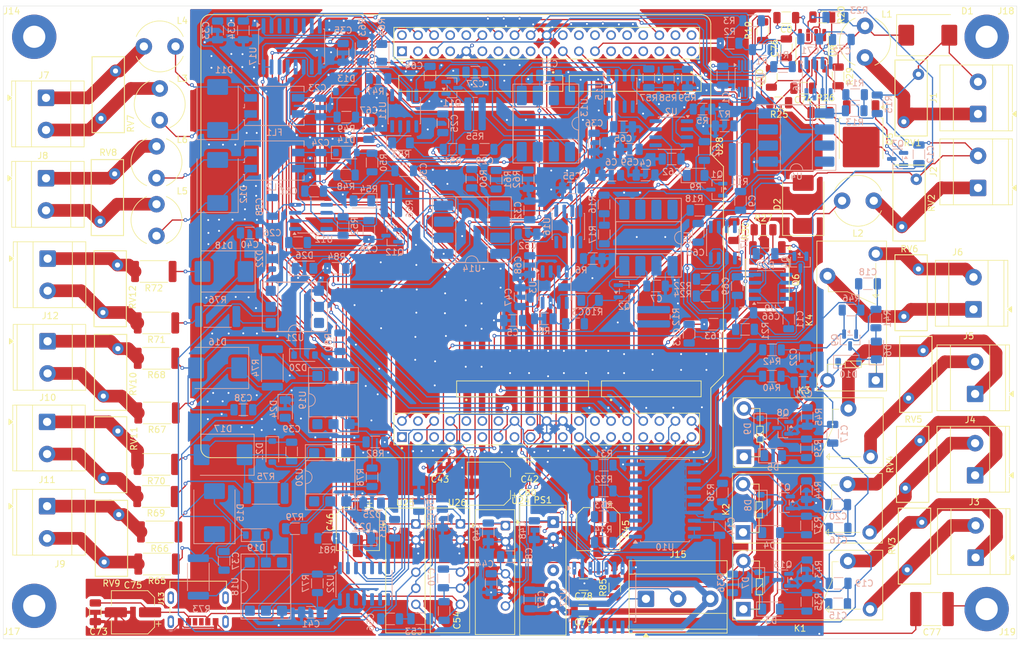
<source format=kicad_pcb>
(kicad_pcb (version 20241229) (generator "pcbnew") (generator_version "9.0")
  (layers (0 "F.Cu" signal "Signal1") (4 "In1.Cu" power "E5V") (6 "In2.Cu" power "GNDD") (2 "B.Cu" signal "Signal2") (13 "F.Paste" user) (15 "B.Paste" user) (5 "F.SilkS" user "F.Silkscreen") (7 "B.SilkS" user "B.Silkscreen") (1 "F.Mask" user) (3 "B.Mask" user) (25 "Edge.Cuts" user))
  (net 0 "")
  (net 1 "GNDD")
  (net 2 "E5V")
  (net 3 "Net-(U2--)")
  (net 4 "Net-(Q1-B)")
  (net 5 "Net-(U3--)")
  (net 6 "Net-(Q2-B)")
  (net 7 "+12V")
  (net 8 "+12VA")
  (net 9 "GND3")
  (net 10 "Net-(U8--)")
  (net 11 "Net-(C10-Pad1)")
  (net 12 "Net-(C11-Pad1)")
  (net 13 "Net-(U9--)")
  (net 14 "+3.3V")
  (net 15 "Net-(Q13-G)")
  (net 16 "Net-(Q7-G)")
  (net 17 "Net-(Q8-G)")
  (net 18 "Net-(Q9-G)")
  (net 19 "Net-(D13-K)")
  (net 20 "Net-(U11-+)")
  (net 21 "Net-(D14-K)")
  (net 22 "Net-(U12-+)")
  (net 23 "Net-(Q11-B)")
  (net 24 "Net-(U11--)")
  (net 25 "Net-(U12--)")
  (net 26 "Net-(Q12-B)")
  (net 27 "GND2")
  (net 28 "+12VA2")
  (net 29 "Net-(U17-CH0)")
  (net 30 "Net-(U17-CH1)")
  (net 31 "Net-(D15-A1)")
  (net 32 "Net-(D15-A2)")
  (net 33 "Net-(D16-A1)")
  (net 34 "Net-(D16-A2)")
  (net 35 "Net-(D17-A1)")
  (net 36 "Net-(D17-A2)")
  (net 37 "Net-(D18-A2)")
  (net 38 "Net-(D18-A1)")
  (net 39 "-12V")
  (net 40 "-12VA")
  (net 41 "GND")
  (net 42 "+3.3VA")
  (net 43 "-12VA2")
  (net 44 "GNDREF")
  (net 45 "Net-(D1-A1)")
  (net 46 "Net-(D2-A1)")
  (net 47 "Net-(D3-K)")
  (net 48 "Net-(D3-A)")
  (net 49 "Net-(D4-K)")
  (net 50 "Net-(D4-A)")
  (net 51 "Net-(D5-K)")
  (net 52 "Net-(D5-A)")
  (net 53 "Net-(D6-A)")
  (net 54 "Net-(D10-A)")
  (net 55 "Net-(D11-A2)")
  (net 56 "Net-(D11-A1)")
  (net 57 "Net-(D12-A1)")
  (net 58 "Net-(D12-A2)")
  (net 59 "Net-(D19-A)")
  (net 60 "Net-(D20-A)")
  (net 61 "Net-(D21-A)")
  (net 62 "Net-(D22-A)")
  (net 63 "Net-(D23-A)")
  (net 64 "Net-(D24-A)")
  (net 65 "Net-(D25-A)")
  (net 66 "Net-(D26-A)")
  (net 67 "Net-(J1-Pin_1)")
  (net 68 "Net-(J2-Pin_1)")
  (net 69 "Net-(J3-Pin_2)")
  (net 70 "Net-(J3-Pin_1)")
  (net 71 "Net-(J4-Pin_2)")
  (net 72 "Net-(J4-Pin_1)")
  (net 73 "Net-(J5-Pin_1)")
  (net 74 "Net-(J5-Pin_2)")
  (net 75 "Net-(J6-Pin_2)")
  (net 76 "Net-(J6-Pin_1)")
  (net 77 "Net-(J7-Pin_2)")
  (net 78 "Net-(J7-Pin_1)")
  (net 79 "Net-(J8-Pin_1)")
  (net 80 "Net-(J8-Pin_2)")
  (net 81 "Net-(J9-Pin_1)")
  (net 82 "Net-(J9-Pin_2)")
  (net 83 "Net-(J10-Pin_2)")
  (net 84 "Net-(J10-Pin_1)")
  (net 85 "Net-(J11-Pin_2)")
  (net 86 "Net-(J11-Pin_1)")
  (net 87 "Net-(J12-Pin_1)")
  (net 88 "Net-(J12-Pin_2)")
  (net 93 "Net-(J15-Pin_2)")
  (net 94 "Net-(J15-Pin_1)")
  (net 98 "Net-(Q1-E)")
  (net 99 "Net-(Q2-E)")
  (net 100 "Net-(Q3-E)")
  (net 101 "Net-(Q3-B)")
  (net 102 "Net-(Q4-B)")
  (net 103 "Net-(Q4-E)")
  (net 104 "Net-(Q5-E)")
  (net 105 "Net-(Q6-E)")
  (net 106 "Net-(Q11-E)")
  (net 107 "Net-(Q12-E)")
  (net 108 "SCL")
  (net 109 "SDA")
  (net 110 "DAC_~{LDAC}")
  (net 111 "DAC_RDY{slash}~{BSY}")
  (net 112 "DAC_out_1")
  (net 113 "DAC_out_2")
  (net 114 "Net-(R9-Pad1)")
  (net 115 "Net-(R10-Pad1)")
  (net 116 "Net-(R11-Pad2)")
  (net 117 "Net-(R12-Pad2)")
  (net 118 "Net-(R13-Pad2)")
  (net 119 "Net-(U6-+)")
  (net 120 "Net-(R14-Pad2)")
  (net 121 "Net-(R16-Pad2)")
  (net 122 "Net-(U7-+)")
  (net 123 "Net-(R17-Pad2)")
  (net 124 "Net-(U6--)")
  (net 125 "Net-(U8-+)")
  (net 126 "Net-(U7--)")
  (net 127 "Net-(U9-+)")
  (net 128 "DO_4")
  (net 129 "DO_3")
  (net 130 "DO_2")
  (net 131 "DO_1")
  (net 132 "DO1")
  (net 133 "DO2")
  (net 134 "DO3")
  (net 135 "DO4")
  (net 136 "Net-(R53-Pad1)")
  (net 137 "Net-(R54-Pad1)")
  (net 138 "Net-(R55-Pad2)")
  (net 139 "Net-(R56-Pad2)")
  (net 140 "Net-(U15-+)")
  (net 141 "Net-(R57-Pad2)")
  (net 142 "Net-(R58-Pad2)")
  (net 143 "Net-(R60-Pad2)")
  (net 144 "Net-(U16-+)")
  (net 145 "Net-(R61-Pad2)")
  (net 146 "ADC_CH0")
  (net 147 "ADC_CH1")
  (net 148 "Net-(R73-Pad1)")
  (net 149 "Net-(R74-Pad1)")
  (net 150 "Net-(R75-Pad1)")
  (net 151 "Net-(R76-Pad1)")
  (net 152 "Net-(R77-Pad1)")
  (net 153 "Net-(R78-Pad1)")
  (net 154 "Net-(R79-Pad1)")
  (net 155 "Net-(R80-Pad1)")
  (net 156 "DI_1")
  (net 157 "DI_2")
  (net 158 "DI_3")
  (net 159 "DI_4")
  (net 160 "PV")
  (net 189 "DO_OE")
  (net 210 "ADC_SPI_DIN")
  (net 211 "ADC_SPI_CLK")
  (net 214 "ADC_SPI_DOUT")
  (net 215 "ADC_SPI_~{CS}{slash}SHDN")
  (net 228 "UART1_TX")
  (net 229 "DE")
  (net 231 "~{RE}")
  (net 232 "UART1_RX")
  (footprint "TerminalBlock_Phoenix:TerminalBlock_Phoenix_MKDS-3-2-5.08_1x02_P5.08mm_Horizontal" (layer "F.Cu") (at 57.2365 64.511 -90)
    (property "Reference" "J7")
    (property "Value" "Screw_Terminal_01x02")
  )
  (footprint "Inductor_THT:L_Radial_D7.8mm_P5.00mm_Fastron_07HCP" (layer "F.Cu") (at 77.684 56.388 180)
    (property "Reference" "L4")
    (property "Value" "0.47 mH")
  )
  (footprint "TerminalBlock_Phoenix:TerminalBlock_Phoenix_MKDS-3-2-5.08_1x02_P5.08mm_Horizontal" (layer "F.Cu") (at 57.479212 102.971159 -90)
    (property "Reference" "J10")
    (property "Value" "Screw_Terminal_01x02")
  )
  (footprint "Varistor:RV_Disc_D12mm_W5.1mm_P7.5mm" (layer "F.Cu") (at 66.414 137.862 90)
    (property "Reference" "RV9")
    (property "Value" "S10K30")
  )
  (footprint "TerminalBlock_Phoenix:TerminalBlock_Phoenix_MKDS-3-2-5.08_1x02_P5.08mm_Horizontal" (layer "F.Cu") (at 203.665288 97.93214 90)
    (property "Reference" "J6")
    (property "Value" "Screw_Terminal_01x02")
  )
  (footprint "Resistor_SMD:R_1206_3216Metric" (layer "F.Cu") (at 171.758044 61.368019 90)
    (property "Reference" "C10")
    (property "Value" "100n")
  )
  (footprint "Capacitor_SMD:C_1206_3216Metric" (layer "F.Cu") (at 174.123735 56.679094 90)
    (property "Reference" "C76")
    (property "Value" "100n")
  )
  (footprint "Capacitor_SMD:C_1206_3216Metric" (layer "F.Cu") (at 119.429 122.936 180)
    (property "Reference" "C43")
    (property "Value" "100n")
  )
  (footprint "Project:1461267-1" (layer "F.Cu") (at 167.335699 145.309796)
    (property "Reference" "K1")
    (property "Value" "SDT-S-103DMR,000")
  )
  (footprint "Resistor_SMD:R_2512_6332Metric" (layer "F.Cu") (at 74.643971 122.428 180)
    (property "Reference" "R70")
    (property "Value" "30")
  )
  (footprint "TerminalBlock_Phoenix:TerminalBlock_Phoenix_MKDS-3-2-5.08_1x02_P5.08mm_Horizontal" (layer "F.Cu") (at 204.3835 78.745 90)
    (property "Reference" "J2")
    (property "Value" "Screw_Terminal_01x02")
  )
  (footprint "Resistor_SMD:R_2512_6332Metric" (layer "F.Cu") (at 74.676 100.076 180)
    (property "Reference" "R71")
    (property "Value" "30")
  )
  (footprint "Capacitor_SMD:C_1206_3216Metric" (layer "F.Cu") (at 182.286117 61.123115 -90)
    (property "Reference" "R29")
    (property "Value" "150")
  )
  (footprint "TerminalBlock_Phoenix:TerminalBlock_Phoenix_MKDS-3-2-5.08_1x02_P5.08mm_Horizontal" (layer "F.Cu") (at 57.2365 77.216 -90)
    (property "Reference" "J8")
    (property "Value" "Screw_Terminal_01x02")
  )
  (footprint "Project:1461267-1" (layer "F.Cu") (at 167.275112 133.169418)
    (property "Reference" "K2")
    (property "Value" "SDT-S-103DMR,000")
  )
  (footprint "Project:1461267-1" (layer "F.Cu") (at 188.239527 109.144223 90)
    (property "Reference" "K4")
    (property "Value" "SDT-S-103DMR,000")
  )
  (footprint "Resistor_SMD:R_2512_6332Metric" (layer "F.Cu") (at 74.5905 127.508 180)
    (property "Reference" "R69")
    (property "Value" "30")
  )
  (footprint "Resistor_SMD:R_2512_6332Metric" (layer "F.Cu") (at 74.7615 114.3 180)
    (property "Reference" "R67")
    (property "Value" "30")
  )
  (footprint "Converter_DCDC:Converter_DCDC_XP_POWER-IAxxxxS_THT" (layer "F.Cu") (at 137.317859 131.537831)
    (property "Reference" "PS1")
    (property "Value" "IA0503S")
  )
  (footprint "Capacitor_SMD:C_1206_3216Metric" (layer "F.Cu") (at 142.101671 141.412948 180)
    (property "Reference" "C78")
    (property "Value" "100n")
  )
  (footprint "Capacitor_SMD:CP_Elec_6.3x7.7" (layer "F.Cu") (at 70.961125 145.796 180)
    (property "Reference" "C75")
    (property "Value" "100u")
  )
  (footprint "Varistor:RV_Disc_D12mm_W5.1mm_P7.5mm" (layer "F.Cu") (at 66.28 124.654 90)
    (property "Reference" "RV11")
    (property "Value" "S10K30")
  )
  (footprint "Resistor_SMD:R_2512_6332Metric" (layer "F.Cu") (at 74.676 105.664 180)
    (property "Reference" "R68")
    (property "Value" "30")
  )
  (footprint "Diode_SMD:D_SMC" (layer "F.Cu") (at 176.784 81.352721 90)
    (property "Reference" "D2")
    (property "Value" "SMCJ30A")
  )
  (footprint "Capacitor_SMD:C_1206_3216Metric" (layer "F.Cu") (at 179.495156 66.835005)
    (property "Reference" "R26")
    (property "Value" "100")
  )
  (footprint "Varistor:RV_Disc_D12mm_W5.1mm_P7.5mm" (layer "F.Cu") (at 65.906 67.763 90)
    (property "Reference" "RV7")
    (property "Value" "S10K30")
  )
  (footprint "Resistor_SMD:R_2512_6332Metric" (layer "F.Cu") (at 74.2535 91.948 180)
    (property "Reference" "R72")
    (property "Value" "30")
  )
  (footprint "Varistor:RV_Disc_D12mm_W5.1mm_P7.5mm" (layer "F.Cu") (at 195.206 118.678 -90)
    (property "Reference" "RV4")
    (property "Value" "S10K30")
  )
  (footprint "Varistor:RV_Disc_D12mm_W5.1mm_P7.5mm" (layer "F.Cu") (at 66.216654 98.432 90)
    (property "Reference" "RV12")
    (property "Value" "S10K30")
  )
  (footprint "TerminalBlock_Phoenix:TerminalBlock_Phoenix_MKDS-3-2-5.08_1x02_P5.08mm_Horizontal" (layer "F.Cu") (at 57.404 115.713436 -90)
    (property "Reference" "J11")
    (property "Value" "Screw_Terminal_01x02")
  )
  (footprint "Package_TO_SOT_SMD:TO-252-2" (layer "F.Cu") (at 171.1235 93.296 -90)
    (property "Reference" "Q6")
    (property "Value" "2SCR587D3")
  )
  (footprint "Converter_DCDC:Converter_DCDC_TRACO_TBA1-xxxxE_Dual_THT" (layer "F.Cu") (at 122.659994 131.826632)
    (property "Reference" "U26")
    (property "Value" "TBA1-0522E")
  )
  (footprint "Converter_DCDC:Converter_DCDC_TRACO_TBA1-xxxxE_Dual_THT" (layer "F.Cu") (at 115.6245 131.842)
    (property "Reference" "U25")
    (property "Value" "TBA1-0522E")
  )
  (footprint "Varistor:RV_Disc_D12mm_W5.1mm_P7.5mm" (layer "F.Cu") (at 192.67057 68.29185 90)
    (property "Reference" "RV1")
    (property "Value" "S10K30")
  )
  (footprint "Varistor:RV_Disc_D12mm_W5.1mm_P7.5mm" (layer "F.Cu") (at 192.340041 84.882662 90)
    (property "Reference" "RV2")
    (property "Value" "S10K30")
  )
  (footprint "Capacitor_SMD:C_1206_3216Metric" (layer "F.Cu") (at 165.830297 85.569335 -90)
    (property "Reference" "R30")
    (property "Value" "150")
  )
  (footprint "Varistor:RV_Disc_D12mm_W5.1mm_P7.5mm" (layer "F.Cu") (at 192.668082 99.06 90)
    (property "Reference" "RV6")
    (property "Value" "S10K30")
  )
  (footprint "Package_SO:SOIC-8_3.9x4.9mm_P1.27mm" (layer "F.Cu") (at 178.190926 57.072423 -90)
    (property "Reference" "U8")
    (property "Value" "TL071")
  )
  (footprint "TerminalBlock_Phoenix:TerminalBlock_Phoenix_MKDS-3-2-5.08_1x02_P5.08mm_Horizontal" (layer "F.Cu") (at 57.491712 89.916 -90)
    (property "Reference" "J12")
    (property "Value" "Screw_Terminal_01x02")
  )
  (footprint "UJC-HP-3-SMT-TR:CUI_UJC-HP-3-SMT-TR" (layer "F.Cu") (at 81.256564 147.289057 180)
    (property "Reference" "J13")
    (property "Value" "USB_C_Receptacle_PowerOnly_6P")
  )
  (footprint "MountingHole:MountingHole_3.5mm_Pad" (layer "F.Cu") (at 55.372 54.864)
    (property "Reference" "J14")
    (property "Value" "Conn_01x01")
  )
  (footprint "Capacitor_SMD:CP_Elec_6.3x7.7" (layer "F.Cu") (at 127.16 125.476 180)
    (property "Reference" "C80")
    (property "Value" "100u")
  )
  (footprint "Capacitor_SMD:CP_Elec_6.3x7.7" (layer "F.Cu") (at 106.468078 132.630078 -90)
    (property "Reference" "C46")
    (property "Value" "100u")
  )
  (footprint "Capacitor_SMD:C_1206_3216Metric" (layer "F.Cu") (at 176.784 62.992 180)
    (property "Reference" "C74")
    (property "Value" "100n")
  )
  (footprint "Inductor_THT:L_Radial_D7.8mm_P5.00mm_Fastron_07HCP" (layer "F.Cu") (at 74.676 77.176 90)
    (property "Reference" "L6")
    (property "Value" "0.47 mH")
  )
  (footprint "Project:1461267-1" (layer "F.Cu") (at 167.416508 121.219818)
    (property "Reference" "K3")
    (property "Value" "SDT-S-103DMR,000")
  )
  (footprint "Capacitor_SMD:CP_Elec_6.3x7.7" (layer "F.Cu") (at 144.431942 132.653442 -90)
    (property "Reference" "C45")
    (property "Value" "100u")
  )
  (footprint "Inductor_THT:L_Radial_D7.8mm_P5.00mm_Fastron_07HCP" (layer "F.Cu") (at 186.539986 58.137993 90)
    (property "Reference" "L1")
    (property "Value" "0.47 mH")
  )
  (footprint "TerminalBlock_Phoenix:TerminalBlock_Phoenix_MKDS-3-2-5.08_1x02_P5.08mm_Horizontal" (layer "F.Cu") (at 204.3835 67.061 90)
    (property "Reference" "J1")
    (property "Value" "Screw_Terminal_01x02")
  )
  (footprint "MountingHole:MountingHole_3.5mm_Pad" (layer "F.Cu") (at 55.372 144.78)
    (property "Reference" "J17")
    (property "Value" "Conn_01x01")
  )
  (footprint "TerminalBlock_Phoenix:TerminalBlock_Phoenix_MKDS-3-2-5.08_1x02_P5.08mm_Horizontal" (layer "F.Cu") (at 203.921977 111.293893 90)
    (property "Reference" "J5")
    (property "Value" "Screw_Terminal_01x02")
  )
  (footprint "Varistor:RV_Disc_D12mm_W5.1mm_P7.5mm" (layer "F.Cu") (at 195.501524 131.580772 -90)
    (property "Reference" "RV3")
    (property "Value" "S10K30")
  )
  (footprint "TerminalBlock_Phoenix:TerminalBlock_Phoenix_MKDS-3-3-5.08_1x03_P5.08mm_Horizontal" (layer "F.Cu") (at 151.949989 143.669719)
    (property "Reference" "J15")
    (property "Value" "Screw_Terminal_01x03")
  )
  (footprint "Resistor_SMD:R_2512_6332Metric" (layer "F.Cu") (at 74.7615 138.176 180)
    (property "Reference" "R65")
    (property "Value" "30")
  )
  (footprint "Varistor:RV_Disc_D12mm_W5.1mm_P7.5mm" (layer "F.Cu") (at 65.772 84.019 90)
    (property "Reference" "RV8")
    (property "Value" "S10K30")
  )
  (footprint "Capacitor_SMD:C_1206_3216Metric" (layer "F.Cu") (at 174.10917 51.837597 180)
    (property "Reference" "C8")
    (property "Value" "100n")
  )
  (footprint "MountingHole:MountingHole_3.5mm_Pad" (layer "F.Cu") (at 205.74 54.864)
    (property "Reference" "J18")
    (property "Value" "Conn_01x01")
  )
  (footprint "TerminalBlock_Phoenix:TerminalBlock_Phoenix_MKDS-3-2-5.08_1x02_P5.08mm_Horizontal" (layer "F.Cu") (at 57.404 129.032 -90)
    (property "Reference" "J9")
    (property "Value" "Screw_Terminal_01x02")
  )
  (footprint "Capacitor_SMD:C_1206_3216Metric" (layer "F.Cu") (at 142.089614 145.510942 180)
    (property "Reference" "C79")
    (property "Value" "100n")
  )
  (footprint "NUCLEO-F303RE:ST_NUCLEO-F303RE" (layer "F.Cu") (at 122.936 86.36 90)
    (property "Reference" "U28")
    (property "Value" "NUCLEO-L152RE")
  )
  (footprint "Converter_DCDC:Converter_DCDC_TRACO_TBA1-xxxxE_Dual_THT" (layer "F.Cu") (at 129.770429 132.101197)
    (property "Reference" "U24")
    (property "Value" "TBA1-0522E")
  )
  (footprint "Capacitor_SMD:C_1206_3216Metric" (layer "F.Cu") (at 170.380096 53.97895 -90)
    (property "Reference" "R19")
    (property "Value" "150k")
  )
  (footprint "Resistor_SMD:R_2512_6332Metric" (layer "F.Cu") (at 75.184 133.096 180)
    (property "Reference" "R66")
    (property "Value" "30")
  )
  (footprint "Capacitor_SMD:C_1206_3216Metric" (layer "F.Cu") (at 179.794255 51.750579 180)
    (property "Reference" "R20")
    (property "Value" "150k")
  )
  (footprint "Capacitor_SMD:C_2220_5750Metric" (layer "F.Cu") (at 197.104 145.288 180)
    (property "Reference" "C77")
    (property "Value" "1n")
  )
  (footprint "Capacitor_SMD:C_1206_3216Metric" (layer "F.Cu") (at 133.604 122.936 180)
    (property "Reference" "C42")
    (property "Value" "100n")
  )
  (footprint "MountingHole:MountingHole_3.5mm_Pad" (layer "F.Cu") (at 205.74 145.288)
    (property "Reference" "J19")
    (property "Value" "Conn_01x01")
  )
  (footprint "Capacitor_SMD:C_1206_3216Metric" (layer "F.Cu") (at 147.031461 141.886779 90)
    (property "Reference" "R85")
    (property "Value" "10k")
  )
  (footprint "Inductor_THT:L_Radial_D7.8mm_P5.00mm_Fastron_07HCP" (layer "F.Cu") (at 75.184 68.032 90)
    (property "Reference" "L3")
    (property "Value" "0.47 mH")
  )
  (footprint "Package_TO_SOT_SMD:TO-252-2" (layer "F.Cu") (at 185.927 71.027 -90)
    (property "Reference" "Q5")
    (property "Value" "2SCR587D3")
  )
  (footprint "TerminalBlock_Phoenix:TerminalBlock_Phoenix_MKDS-3-2-5.08_1x02_P5.08mm_Horizontal" (layer "F.Cu") (at 204.00253 137.16 90)
    (property "Reference" "J3")
    (property "Value" "Screw_Terminal_01x02")
  )
  (footprint "Inductor_THT:L_Radial_D7.8mm_P5.00mm_Fastron_07HCP" (layer "F.Cu") (at 187.92 80.772 180)
    (property "Reference" "L2")
    (property "Value" "0.47 mH")
  )
  (footprint "Inductor_THT:L_Radial_D7.8mm_P5.00mm_Fastron_07HCP" (layer "F.Cu") (at 74.676 86.32 90)
    (property "Reference" "L5")
    (property "Value" "0.47 mH")
  )
  (footprint "TerminalBlock_Phoenix:TerminalBlock_Phoenix_MKDS-3-2-5.08_1x02_P5.08mm_Horizontal" (layer "F.Cu") (at 203.919902 124.157318 90)
    (property "Reference" "J4")
    (property "Value" "Screw_Terminal_01x02")
  )
  (footprint "Diode_SMD:D_SMC" (layer "F.Cu") (at 196.445864 54.610781)
    (property "Reference" "D1")
    (property "Value" "SMCJ30A")
  )
  (footprint "Varistor:RV_Disc_D12mm_W5.1mm_P7.5mm" (layer "F.Cu") (at 66.28 111.64 90)
    (property "Reference" "RV10")
    (property "Value" "S10K30")
  )
  (footprint "Capacitor_SMD:C_1206_3216Metric" (layer "F.Cu") (at 65.024 145.796 -90)
    (property "Reference" "C73")
    (property "Value" "100n")
  )
  (footprint "Varistor:RV_Disc_D12mm_W5.1mm_P7.5mm" (layer "F.Cu") (at 195.714 104.454 -90)
    (property "Reference" "RV5")
    (property "Value" "S10K30")
  )
  (footprint "Capacitor_SMD:C_1206_3216Metric" (layer "F.Cu") (at 170.518154 85.352375)
    (property "Reference" "R27")
    (property "Value" "150k")
  )
  (footprint "Capacitor_SMD:C_1206_3216Metric" (layer "F.Cu") (at 172.993449 65.283328 180)
    (property "Reference" "R25")
    (property "Value" "150k")
  )
  (footprint "Diode_SMD:D_1206_3216Metric" (layer "B.Cu") (at 107.188 134.112 180)
    (property "Reference" "D23")
    (property "Value" "Green LED 3mm")
  )
  (footprint "Capacitor_SMD:C_1206_3216Metric" (layer "B.Cu") (at 162.630478 100.283839)
    (property "Reference" "C63")
    (property "Value" "100n")
  )
  (footprint "Resistor_SMD:R_1020_2550Metric" (layer "B.Cu") (at 111.76 80.772)
    (property "Reference" "R56")
    (property "Value" "330R")
  )
  (footprint "Resistor_SMD:R_1206_3216Metric" (layer "B.Cu") (at 155.498814 61.435457 90)
    (property "Reference" "R58")
    (property "Value" "5k6")
  )
  (footprint "Resistor_SMD:R_1206_3216Metric" (layer "B.Cu") (at 188.261509 99.383621 90)
    (property "Reference" "R41")
    (property "Value" "220")
  )
  (footprint "Resistor_SMD:R_1206_3216Metric" (layer "B.Cu") (at 133.368377 77.3585 -90)
    (property "Reference" "R62")
    (property "Value" "0")
  )
  (footprint "Capacitor_SMD:C_1206_3216Metric" (layer "B.Cu") (at 84.328 53.848 -90)
    (property "Reference" "C33")
    (property "Value" "100n")
  )
  (footprint "Resistor_SMD:R_1020_2550Metric" (layer "B.Cu") (at 166.713553 74.222582)
    (property "Reference" "R11")
    (property "Value" "330R")
  )
  (footprint "Capacitor_SMD:C_1206_3216Metric" (layer "B.Cu") (at 96.012 120.396 90)
    (property "Reference" "C39")
    (property "Value" "100n")
  )
  (footprint "Capacitor_SMD:C_1206_3216Metric" (layer "B.Cu") (at 119.979187 140.444089 -90)
    (property "Reference" "C70")
    (property "Value" "100n")
  )
  (footprint "Resistor_SMD:R_2512_6332Metric" (layer "B.Cu") (at 92.964 107.188 -90)
    (property "Reference" "R74")
    (property "Value" "2000")
  )
  (footprint "Diode_SMD:D_SOD-123" (layer "B.Cu") (at 169.992202 116.793305 -90)
    (property "Reference" "D9")
    (property "Value" "1N4007 SMD")
  )
  (footprint "Diode_SMD:D_SOD-123" (layer "B.Cu") (at 98.044 105.156)
    (property "Reference" "D20")
    (property "Value" "1N4007 SMD")
  )
  (footprint "Resistor_SMD:R_1206_3216Metric" (layer "B.Cu") (at 103.632 103.124 -90)
    (property "Reference" "R80")
    (property "Value" "270")
  )
  (footprint "Package_DIP:DIP-6_W7.62mm_SMDSocket_SmallPads" (layer "B.Cu") (at 102.616 112.268 -90)
    (property "Reference" "U19")
    (property "Value" "CNY173SR2VM")
  )
  (footprint "Capacitor_SMD:C_1206_3216Metric" (layer "B.Cu") (at 140.753566 100.212953 180)
    (property "Reference" "C3")
    (property "Value" "100p")
  )
  (footprint "Resistor_SMD:R_1206_3216Metric" (layer "B.Cu") (at 121.412 72.644)
    (property "Reference" "R51")
    (property "Value" "100k")
  )
  (footprint "Package_DIP:DIP-8_W8.89mm_SMDSocket_LongPads" (layer "B.Cu") (at 136.144 68.58 90)
    (property "Reference" "U13")
    (property "Value" "IL300-DEFG-X007T")
  )
  (footprint "Resistor_SMD:R_1206_3216Metric" (layer "B.Cu") (at 145.338795 81.355091 -90)
    (property "Reference" "R16")
    (property "Value" "33k")
  )
  (footprint "Capacitor_SMD:C_1206_3216Metric" (layer "B.Cu") (at 130.475 137 180)
    (property "Reference" "C81")
    (property "Value" "100n")
  )
  (footprint "Diode_SMD:D_1206_3216Metric" (layer "B.Cu") (at 94.996 113.668 -90)
    (property "Reference" "D24")
    (property "Value" "Green LED 3mm")
  )
  (footprint "Diode_SMD:D_SOD-123" (layer "B.Cu") (at 104.648 63.5)
    (property "Reference" "D13")
    (property "Value" "1N4007 SMD")
  )
  (footprint "Capacitor_SMD:C_1206_3216Metric" (layer "B.Cu") (at 100.584 66.04 90)
    (property "Reference" "C23")
    (property "Value" "100n")
  )
  (footprint "Package_DIP:DIP-8_W8.89mm_SMDSocket_LongPads" (layer "B.Cu") (at 175.702416 70.780007)
    (property "Reference" "U4")
    (property "Value" "IL300-DEFG-X007T")
  )
  (footprint "Capacitor_SMD:C_1206_3216Metric" (layer "B.Cu") (at 166.879449 80.790654 90)
    (property "Reference" "C9")
    (property "Value" "100n")
  )
  (footprint "Resistor_SMD:R_1206_3216Metric" (layer "B.Cu") (at 177.395245 138.990079 90)
    (property "Reference" "R43")
    (property "Value" "10k")
  )
  (footprint "Resistor_SMD:R_1206_3216Metric" (layer "B.Cu") (at 101.6 134.112)
    (property "Reference" "R81")
    (property "Value" "220")
  )
  (footprint "Resistor_SMD:R_1206_3216Metric" (layer "B.Cu") (at 145.288 126.619 180)
    (property "Reference" "R32")
    (property "Value" "10k")
  )
  (footprint "Capacitor_SMD:C_1206_3216Metric" (layer "B.Cu") (at 149.401 72.644 180)
    (property "Reference" "C59")
    (property "Value" "100n")
  )
  (footprint "Capacitor_SMD:C_1206_3216Metric" (layer "B.Cu") (at 151.892 76.708 180)
    (property "Reference" "C4")
    (property "Value" "100n")
  )
  (footprint "Capacitor_SMD:C_1206_3216Metric" (layer "B.Cu") (at 182.878863 55.292573)
    (property "Reference" "C72")
    (property "Value" "100n")
  )
  (footprint "Capacitor_SMD:C_1206_3216Metric" (layer "B.Cu") (at 163.576 132.158 90)
    (property "Reference" "C14")
    (property "Value" "100n")
  )
  (footprint "Package_TO_SOT_SMD:SOT-23" (layer "B.Cu") (at 173.576691 116.663433 180)
    (property "Reference" "Q8")
    (property "Value" "AO3400A")
  )
  (footprint "Diode_SMD:D_SOD-123" (layer "B.Cu") (at 92.964 89.916 -90)
    (property "Reference" "D22")
    (property "Value" "1N4007 SMD")
  )
  (footprint "Capacitor_SMD:C_1206_3216Metric" (layer "B.Cu") (at 99.568 79.248)
    (property "Reference" "C61")
    (property "Value" "100n")
  )
  (footprint "Package_SO:MSOP-10_3x3mm_P0.5mm" (layer "B.Cu") (at 167.64 61.468 -90)
    (property "Reference" "U1")
    (property "Value" "MCP4728")
  )
  (footprint "Capacitor_SMD:C_1206_3216Metric" (layer "B.Cu") (at 166.377986 94.249557 -90)
    (property "Reference" "C69")
    (property "Value" "100n")
  )
  (footprint "Resistor_SMD:R_1206_3216Metric" (layer "B.Cu") (at 164.379133 68.941427 180)
    (property "Reference" "R7")
    (property "Value" "100k")
  )
  (footprint "Diode_SMD:D_1206_3216Metric" (layer "B.Cu") (at 113.284 71.628)
    (property "Reference" "R53")
    (property "Value" "1k")
  )
  (footprint "Diode_SMD:D_1206_3216Metric" (layer "B.Cu") (at 188.324363 104.422052 90)
    (property "Reference" "D6")
    (property "Value" "Green LED 3mm")
  )
  (footprint "Resistor_SMD:R_1206_3216Metric" (layer "B.Cu") (at 100.076 141.224 -90)
    (property "Reference" "R77")
    (property "Value" "270")
  )
  (footprint "Capacitor_SMD:C_1206_3216Metric" (layer "B.Cu") (at 182.297439 128.785856)
    (property "Reference" "C20")
    (property "Value" "100n")
  )
  (footprint "Capacitor_SMD:C_1206_3216Metric" (layer "B.Cu") (at 119.81692 130.975 -90)
    (property "Reference" "C51")
    (property "Value" "100n")
  )
  (footprint "Package_TO_SOT_SMD:SOT-23" (layer "B.Cu") (at 176.333565 90.481565 -90)
    (property "Reference" "Q4")
    (property "Value" "BC847")
  )
  (footprint "Package_TO_SOT_SMD:SOT-23" (layer "B.Cu") (at 121.3335 62.926)
    (property "Reference" "Q11")
    (property "Value" "BC847")
  )
  (footprint "Capacitor_SMD:C_1206_3216Metric" (layer "B.Cu") (at 182.372 141.224)
    (property "Reference" "C19")
    (property "Value" "100n")
  )
  (footprint "Diode_SMD:D_1206_3216Metric" (layer "B.Cu") (at 110.236 57.404 90)
    (property "Reference" "R64")
    (property "Value" "1k")
  )
  (footprint "Capacitor_SMD:C_1206_3216Metric" (layer "B.Cu") (at 119.888 68.531 90)
    (property "Reference" "C25")
    (property "Value" "100p")
  )
  (footprint "Diode_SMD:D_SMC" (layer "B.Cu") (at 84.328 107.188 180)
    (property "Reference" "D16")
    (property "Value" "SMCJ30A")
  )
  (footprint "Resistor_SMD:R_1206_3216Metric" (layer "B.Cu") (at 145.288 130.683 180)
    (property "Reference" "R33")
    (property "Value" "10k")
  )
  (footprint "Capacitor_SMD:C_1206_3216Metric" (layer "B.Cu") (at 161.396324 93.151566)
    (property "Reference" "R22")
    (property "Value" "150k")
  )
  (footprint "Package_DIP:DIP-8_W8.89mm_SMDSocket_LongPads" (layer "B.Cu") (at 152.335974 86.607405 90)
    (property "Reference" "U5")
    (property "Value" "IL300-DEFG-X007T")
  )
  (footprint "Package_DIP:DIP-6_W7.62mm_SMDSocket_SmallPads" (layer "B.Cu") (at 102.108 124.46 -90)
    (property "Reference" "U20")
    (property "Value" "CNY173SR2VM")
  )
  (footprint "Resistor_SMD:R_1206_3216Metric" (layer "B.Cu") (at 146.478825 76.751438)
    (property "Reference" "C6")
    (property "Value" "100n")
  )
  (footprint "Capacitor_SMD:C_1206_3216Metric" (layer "B.Cu") (at 182.290453 144.464279)
    (property "Reference" "C15")
    (property "Value" "100n")
  )
  (footprint "Resistor_SMD:R_1206_3216Metric" (layer "B.Cu") (at 128.305302 77.445419 90)
    (property "Reference" "R61")
    (property "Value" "5k6")
  )
  (footprint "Package_SO:SOIC-8_3.9x4.9mm_P1.27mm" (layer "B.Cu") (at 99.06 83.312)
    (property "Reference" "U12")
    (property "Value" "TL071")
  )
  (footprint "Diode_SMD:D_SOD-123" (layer "B.Cu") (at 104.648 73.152)
    (property "Reference" "D14")
    (property "Value" "1N4007 SMD")
  )
  (footprint "Diode_SMD:D_SMC" (layer "B.Cu") (at 84.328 66.196 90)
    (property "Reference" "D11")
    (property "Value" "SMCJ30A")
  )
  (footprint "Resistor_SMD:R_2512_6332Metric" (layer "B.Cu") (at 91.948 127 180)
    (property "Reference" "R75")
    (property "Value" "2000")
  )
  (footprint "Capacitor_SMD:C_1206_3216Metric" (layer "B.Cu") (at 136.652 60.96 180)
    (property "Reference" "C31")
    (property "Value" "100n")
  )
  (footprint "Resistor_SMD:R_1020_2550Metric" (layer "B.Cu") (at 124.968 67.056)
    (property "Reference" "R55")
    (property "Value" "330R")
  )
  (footprint "Package_SO:SOIC-8_3.9x4.9mm_P1.27mm" (layer "B.Cu") (at 147.955 63.435 -90)
    (property "Reference" "U15")
    (property "Value" "TL071")
  )
  (footprint "Diode_SMD:D_1206_3216Metric" (layer "B.Cu") (at 171.704 145.288)
    (property "Reference" "D3")
    (property "Value" "Green LED 3mm")
  )
  (footprint "Capacitor_SMD:C_1206_3216Metric" (layer "B.Cu") (at 187.007855 93.889462 180)
    (property "Reference" "C18")
    (property "Value" "100n")
  )
  (footprint "Capacitor_SMD:C_1206_3216Metric" (layer "B.Cu") (at 104.14 57.404 -90)
    (property "Reference" "C35")
    (property "Value" "100n")
  )
  (footprint "Capacitor_SMD:C_1206_3216Metric" (layer "B.Cu") (at 133.604 143.764 90)
    (property "Reference" "C57")
    (property "Value" "100n")
  )
  (footprint "Resistor_SMD:R_1206_3216Metric" (layer "B.Cu") (at 164.024977 126.880127 -90)
    (property "Reference" "R38")
    (property "Value" "180")
  )
  (footprint "Capacitor_SMD:C_1206_3216Metric" (layer "B.Cu") (at 133.604 82.296 -90)
    (property "Reference" "C32")
    (property "Value" "100n")
  )
  (footprint "Resistor_SMD:R_2512_6332Metric" (layer "B.Cu") (at 81.28 140.208 90)
    (property "Reference" "R73")
    (property "Value" "2000")
  )
  (footprint "Resistor_SMD:R_1206_3216Metric" (layer "B.Cu") (at 113.787526 76.031274)
    (property "Reference" "C30")
    (property "Value" "100n")
  )
  (footprint "Capacitor_SMD:C_1206_3216Metric" (layer "B.Cu") (at 124.46 77.265 90)
    (property "Reference" "R60")
    (property "Value" "47k")
  )
  (footprint "Resistor_SMD:R_2512_6332Metric" (layer "B.Cu") (at 84.328 99.06 180)
    (property "Reference" "R76")
    (property "Value" "2000")
  )
  (footprint "Capacitor_SMD:C_1206_3216Metric" (layer "B.Cu") (at 160.201707 85.835273 90)
    (property "Reference" "C60")
    (property "Value" "100n")
  )
  (footprint "Capacitor_SMD:C_1206_3216Metric" (layer "B.Cu") (at 125.017 60.452)
    (property "Reference" "C27")
    (property "Value" "100n")
  )
  (footprint "Resistor_SMD:R_1206_3216Metric" (layer "B.Cu") (at 145.288 122.555 180)
    (property "Reference" "R31")
    (property "Value" "10k")
  )
  (footprint "Diode_SMD:D_SOD-123" (layer "B.Cu") (at 183.94314 106.201924)
    (property "Reference" "D10")
    (property "Value" "1N4007 SMD")
  )
  (footprint "Resistor_SMD:R_1206_3216Metric" (layer "B.Cu") (at 153.550748 94.236184 180)
    (property "Reference" "C7")
    (property "Value" "100n")
  )
  (footprint "Diode_SMD:D_1206_3216Metric" (layer "B.Cu") (at 108.712 128.524)
    (property "Reference" "D25")
    (property "Value" "Green LED 3mm")
  )
  (footprint "Capacitor_SMD:C_1206_3216Metric" (layer "B.Cu") (at 116.332 146.812 180)
    (property "Reference" "C53")
    (property "Value" "100n")
  )
  (footprint "Package_SO:SOIC-16W_5.3x10.2mm_P1.27mm" (layer "B.Cu") (at 96.012 56.388 -90)
    (property "Reference" "U17")
    (property "Value" "MCP3208T-BI/SL")
  )
  (footprint "Resistor_SMD:R_1206_3216Metric" (layer "B.Cu") (at 145.288 134.747 180)
    (property "Reference" "R34")
    (property "Value" "10k")
  )
  (footprint "Capacitor_SMD:C_1206_3216Metric" (layer "B.Cu") (at 177.881863 55.193416)
    (property "Reference" "C71")
    (property "Value" "100n")
  )
  (footprint "Resistor_SMD:R_1206_3216Metric" (layer "B.Cu") (at 177.292 132.08 90)
    (property "Reference" "R37")
    (property "Value" "220")
  )
  (footprint "Resistor_SMD:R_1020_2550Metric" (layer "B.Cu") (at 153.164225 99.104181 90)
    (property "Reference" "R12")
    (property "Value" "330R")
  )
  (footprint "Diode_SMD:D_1206_3216Metric" (layer "B.Cu") (at 171.71742 133.215722)
    (property "Reference" "D4")
    (property "Value" "Green LED 3mm")
  )
  (footprint "Package_TO_SOT_SMD:SOT-23" (layer "B.Cu") (at 184.184538 102.770955 -90)
    (property "Reference" "Q9")
    (property "Value" "AO3400A")
  )
  (footprint "Resistor_SMD:R_1206_3216Metric" (layer "B.Cu") (at 109.728 61.468 180)
    (property "Reference" "R47")
    (property "Value" "499R")
  )
  (footprint "Resistor_SMD:R_1206_3216Metric" (layer "B.Cu") (at 108.712 124.46 -90)
    (property "Reference" "R78")
    (property "Value" "270")
  )
  (footprint "Package_TO_SOT_SMD:SOT-23" (layer "B.Cu") (at 173.576665 140.668859 180)
    (property "Reference" "Q13")
    (property "Value" "AO3400A")
  )
  (footprint "Resistor_SMD:R_1206_3216Metric" (layer "B.Cu") (at 104.14 84.7745 90)
    (property "Reference" "R52")
    (property "Value" "100k")
  )
  (footprint "Resistor_SMD:R_1206_3216Metric" (layer "B.Cu") (at 173.59386 59.579723 180)
    (property "Reference" "R4")
    (property "Value" "10k")
  )
  (footprint "Capacitor_SMD:C_1206_3216Metric" (layer "B.Cu") (at 85.344 137.668 90)
    (property "Reference" "C37")
    (property "Value" "100n")
  )
  (footprint "Capacitor_SMD:C_1206_3216Metric" (layer "B.Cu") (at 127.508 141.175 90)
    (property "Reference" "C44")
    (property "Value" "100n")
  )
  (footprint "Capacitor_SMD:C_1206_3216Metric" (layer "B.Cu") (at 170.829235 89.144509)
    (property "Reference" "R28")
    (property "Value" "100")
  )
  (footprint "Package_TO_SOT_SMD:SOT-23" (layer "B.Cu") (at 148.528158 95.062271)
    (property "Reference" "Q2")
    (property "Value" "BC847")
  )
  (footprint "Package_TO_SOT_SMD:SOT-23" (layer "B.Cu") (at 191.690055 74.165428 180)
    (property "Reference" "Q3")
    (property "Value" "BC847")
  )
  (footprint "Capacitor_SMD:C_1206_3216Metric" (layer "B.Cu") (at 108.204 85.393 90)
    (property "Reference" "C28")
    (property "Value" "100n")
  )
  (footprint "Capacitor_SMD:C_1206_3216Metric" (layer "B.Cu") (at 164.084 61.009 90)
    (property "Reference" "C1")
    (property "Value" "100n")
  )
  (footprint "Diode_SMD:D_SMC" (layer "B.Cu") (at 85.188 120.904 180)
    (property "Reference" "D17")
    (property "Value" "SMCJ30A")
  )
  (footprint "Capacitor_SMD:C_1206_3216Metric" (layer "B.Cu") (at 133.243807 86.036955)
    (property "Reference" "C52")
    (property "Value" "100n")
  )
  (footprint "Resistor_SMD:R_1206_3216Metric" (layer "B.Cu") (at 170.2415 56.896)
    (property "Reference" "R1")
    (property "Value" "10k")
  )
  (footprint "Capacitor_SMD:C_1206_3216Metric" (layer "B.Cu") (at 130.978007 99.693845 180)
    (property "Reference" "C5")
    (property "Value" "100n")
  )
  (footprint "Package_SO:SOIC-8_3.9x4.9mm_P1.27mm" (layer "B.Cu") (at 179.197 61.481416 -90)
    (property "Reference" "U6")
    (property "Value" "TL071")
  )
  (footprint "Capacitor_SMD:C_1206_3216Metric" (layer "B.Cu") (at 89.408 85.852)
    (property "Reference" "C40")
    (property "Value" "100n")
  )
  (footprint "Resistor_SMD:R_1206_3216Metric" (layer "B.Cu") (at 168.7175 52.324 180)
    (property "Reference" "R3")
    (property "Value" "10k")
  )
  (footprint "Diode_SMD:D_SOD-123" (layer "B.Cu") (at 170.074462 128.880137 -90)
    (property "Reference" "D8")
    (property "Value" "1N4007 SMD")
  )
  (footprint "Resistor_SMD:R_1206_3216Metric" (layer "B.Cu") (at 145.374157 86.097438 -90)
    (property "Reference" "R17")
    (property "Value" "33k")
  )
  (footprint "Capacitor_SMD:C_1206_3216Metric" (layer "B.Cu") (at 120.080604 145.596083 90)
    (property "Reference" "C54")
    (property "Value" "100n")
  )
  (footprint "Package_TO_SOT_SMD:SOT-23" (layer "B.Cu") (at 111.8385 86.294 180)
    (property "Reference" "Q12")
    (property "Value" "BC847")
  )
  (footprint "Resistor_SMD:R_1206_3216Metric" (layer "B.Cu") (at 160.399546 82.276155)
    (property "Reference" "R18")
    (property "Value" "0")
  )
  (footprint "Resistor_SMD:R_1206_3216Metric" (layer "B.Cu") (at 112.268 132.588 -90)
    (property "Reference" "R83")
    (property "Value" "220")
  )
  (footprint "Resistor_SMD:R_1206_3216Metric" (layer "B.Cu") (at 188.468 65.532 90)
    (property "Reference" "R15")
    (property "Value" "0")
  )
  (footprint "Capacitor_SMD:C_1206_3216Metric" (layer "B.Cu") (at 88.392 113.792 180)
    (property "Reference" "C38")
    (property "Value" "100n")
  )
  (footprint "Resistor_SMD:R_1206_3216Metric" (layer "B.Cu") (at 103.124 91.44 180)
    (property "Reference" "R84")
    (property "Value" "220")
  )
  (footprint "Capacitor_SMD:C_1206_3216Metric" (layer "B.Cu") (at 92.964 81.739 90)
    (property "Reference" "C58")
    (property "Value" "100n")
  )
  (footprint "Resistor_SMD:R_1206_3216Metric" (layer "B.Cu") (at 108.712 74.7375 90)
    (property "Reference" "R50")
    (property "Value" "499R")
  )
  (footprint "Diode_SMD:D_SOD-123" (layer "B.Cu") (at 90.424 133.604)
    (property "Reference" "D19")
    (property "Value" "1N4007 SMD")
  )
  (footprint "Capacitor_SMD:C_1206_3216Metric" (layer "B.Cu") (at 195.053018 73.434569 90)
    (property "Reference" "C12")
    (property "Value" "100n")
  )
  (footprint "Package_DIP:DIP-6_W7.62mm_SMDSocket_SmallPads" (layer "B.Cu") (at 96.52 97.536)
    (property "Reference" "U21")
    (property "Value" "CNY173SR2VM")
  )
  (footprint "Capacitor_SMD:C_1206_3216Metric" (layer "B.Cu") (at 127.061764 133.180614 -90)
    (property "Reference" "C49")
    (property "Value" "100n")
  )
  (footprint "Package_SO:SOIC-14_3.9x8.7mm_P1.27mm" (layer "B.Cu") (at 107.442 141.289 -90)
    (property "Reference" "U22")
    (property "Value" "MM74HC14M")
  )
  (footprint "Capacitor_SMD:C_1206_3216Metric" (layer "B.Cu") (at 134.316662 132.818254 -90)
    (property "Reference" "C48")
    (property "Value" "100n")
  )
  (footprint "Package_TO_SOT_SMD:SOT-23" (layer "B.Cu") (at 173.8145 128.458 180)
    (property "Reference" "Q7")
    (property "Value" "AO3400A")
  )
  (footprint "Capacitor_SMD:C_1206_3216Metric" (layer "B.Cu") (at 158.763046 101.772406 90)
    (property "Reference" "C13")
    (property "Value" "100n")
  )
  (footprint "Package_SO:SOIC-8_3.9x4.9mm_P1.27mm" (layer "B.Cu") (at 164.084 87.376 90)
    (property "Reference" "U7")
    (property "Value" "TL071")
  )
  (footprint "Package_DIP:DIP-6_W7.62mm_SMDSocket_SmallPads" (layer "B.Cu") (at 91.948 141.732 -90)
    (property "Reference" "U18")
    (property "Value" "CNY173SR2VM")
  )
  (footprint "Capacitor_SMD:C_1206_3216Metric" (layer "B.Cu") (at 133.604 90.932 -90)
    (property "Reference" "C68")
    (property "Value" "100n")
  )
  (footprint "Diode_SMD:D_SOD-123" (layer "B.Cu") (at 169.693197 141.114269 -90)
    (property "Reference" "D7")
    (property "Value" "1N4007 SMD")
  )
  (footprint "Resistor_SMD:R_1206_3216Metric" (layer "B.Cu") (at 160.879704 66.289138)
    (property "Reference" "R5")
    (property "Value" "100k")
  )
  (footprint "Capacitor_SMD:C_1206_3216Metric" (layer "B.Cu") (at 116.087684 128.356986 90)
    (property "Reference" "C50")
    (property "Value" "100n")
  )
  (footprint "Capacitor_SMD:C_1206_3216Metric" (layer "B.Cu") (at 117.856 61.009 -90)
    (property "Reference" "C64")
    (property "Value" "100n")
  )
  (footprint "Package_SO:SOIC-8_3.9x4.9mm_P1.27mm" (layer "B.Cu") (at 155.956 70.104 180)
    (property "Reference" "U2")
    (property "Value" "TL071")
  )
  (footprint "Diode_SMD:D_1206_3216Metric" (layer "B.Cu") (at 172.03113 121.044656)
    (property "Reference" "D5")
    (property "Value" "Green LED 3mm")
  )
  (footprint "Capacitor_SMD:C_1206_3216Metric" (layer "B.Cu") (at 176.837863 109.45267)
    (property "Reference" "C21")
    (property "Value" "100n")
  )
  (footprint "Diode_SMD:D_1206_3216Metric" (layer "B.Cu") (at 159.795137 76.77543)
    (property "Reference" "R9")
    (property "Value" "1k")
  )
  (footprint "Diode_SMD:D_1206_3216Metric" (layer "B.Cu") (at 143.132 96.52)
    (property "Reference" "R10")
    (property "Value" "1k")
  )
  (footprint "Diode_SMD:D_SMC" (layer "B.Cu") (at 84.328 77.724 90)
    (property "Reference" "D12")
    (property "Value" "SMCJ30A")
  )
  (footprint "Resistor_SMD:R_1206_3216Metric" (layer "B.Cu") (at 184.404 98.044 180)
    (property "Reference" "R46")
    (property "Value" "10k")
  )
  (footprint "Diode_SMD:D_1206_3216Metric" (layer "B.Cu") (at 98.044 91.44)
    (property "Reference" "D26")
    (property "Value" "Green LED 3mm")
  )
  (footprint "Package_SO:SOIC-8_3.9x4.9mm_P1.27mm" (layer "B.Cu") (at 171.639 94.361)
    (property "Reference" "U9")
    (property "Value" "TL071")
  )
  (footprint "Capacitor_SMD:C_1206_3216Metric" (layer "B.Cu") (at 167.591 101.092 180)
    (property "Reference" "R21")
    (property "Value" "150k")
  )
  (footprint "Resistor_SMD:R_1206_3216Metric" (layer "B.Cu") (at 104.648 67.564)
    (property "Reference" "R49")
    (property "Value" "499R")
  )
  (footprint "Inductor_SMD:L_CommonMode_Wuerth_WE-SL2" (layer "B.Cu") (at 93.278 65.786)
    (property "Reference" "FL1")
    (property "Value" "51 µH")
  )
  (footprint "Package_SO:SOIC-16W_7.5x10.3mm_P1.27mm" (layer "B.Cu") (at 145.085253 143.478203 -90)
    (property "Reference" "U27")
    (property "Value" "ADM2483xRW")
  )
  (footprint "Resistor_SMD:R_1206_3216Metric" (layer "B.Cu") (at 126.492 72.644)
    (property "Reference" "C29")
    (property "Value" "100n")
  )
  (footprint "Capacitor_SMD:C_1206_3216Metric" (layer "B.Cu") (at 108.204 69.596 90)
    (property "Reference" "C67")
    (property "Value" "100n")
  )
  (footprint "Capacitor_SMD:C_1206_3216Metric" (layer "B.Cu") (at 152.4 61.419 -90)
    (property "Reference" "R57")
    (property "Value" "47k")
  )
  (footprint "Capacitor_SMD:C_1206_3216Metric" (layer "B.Cu") (at 161.171996 72.903429 90)
    (property "Reference" "C2")
    (property "Value" "100p")
  )
  (footprint "Inductor_SMD:L_CommonMode_Wuerth_WE-SL2" (layer "B.Cu") (at 93.278 74.422)
    (property "Reference" "FL2")
    (property "Value" "51 µH")
  )
  (footprint "Resistor_SMD:R_1206_3216Metric" (layer "B.Cu") (at 165.635683 141.233227 -90)
    (property "Reference" "R36")
    (property "Value" "180")
  )
  (footprint "Capacitor_SMD:C_1206_3216Metric" (layer "B.Cu") (at 143.764 71.579 90)
    (property "Reference" "C36")
    (property "Value" "100n")
  )
  (footprint "Capacitor_SMD:C_1206_3216Metric" (layer "B.Cu") (at 182.356286 132.557574)
    (property "Reference" "C16")
    (property "Value" "100n")
  )
  (footprint "Diode_SMD:D_SMC" (layer "B.Cu") (at 83.82 130.048 90)
    (property "Reference" "D15")
    (property "Value" "SMCJ30A")
  )
  (footprint "Diode_SMD:D_1206_3216Metric" (layer "B.Cu") (at 107.188 80.772 180)
    (property "Reference" "R54")
    (property "Value" "1k")
  )
  (footprint "Capacitor_SMD:C_1206_3216Metric" (layer "B.Cu") (at 148.336 69.088)
    (property "Reference" "C65")
    (property "Value" "100n")
  )
  (footprint "Resistor_SMD:R_1206_3216Metric" (layer "B.Cu") (at 104.5865 76.708)
    (property "Reference" "R48")
    (property "Value" "499R")
  )
  (footprint "Capacitor_SMD:C_1206_3216Metric" (layer "B.Cu") (at 97.028 87.376 180)
    (property "Reference" "C26")
    (property "Value" "100p")
  )
  (footprint "Resistor_SMD:R_1206_3216Metric" (layer "B.Cu") (at 158.496 61.468 -90)
    (property "Reference" "R59")
    (property "Value" "0")
  )
  (footprint "Resistor_SMD:R_1206_3216Metric" (layer "B.Cu") (at 174.496878 99.540628 -90)
    (property "Reference" "C11")
    (property "Value" "100n")
  )
  (footprint "Resistor_SMD:R_1206_3216Metric" (layer "B.Cu") (at 135.830643 99.417776 180)
    (property "Reference" "R8")
    (property "Value" "100k")
  )
  (footprint "Capacitor_SMD:C_1206_3216Metric" (layer "B.Cu") (at 181.42882 117.588659 90)
    (property "Reference" "C17")
    (property "Value" "100n")
  )
  (footprint "Resistor_SMD:R_1206_3216Metric" (layer "B.Cu") (at 177.292 126.492 90)
    (property "Reference" "R44")
    (property "Value" "10k")
  )
  (footprint "Capacitor_SMD:C_1206_3216Metric" (layer "B.Cu") (at 99.06 145.796)
    (property "Reference" "C41")
    (property "Value" "100n")
  )
  (footprint "Diode_SMD:D_SMC" (layer "B.Cu") (at 85.344 91.948 180)
    (property "Reference" "D18")
    (property "Value" "SMCJ30A")
  )
  (footprint "Resistor_SMD:R_1206_3216Metric" (layer "B.Cu") (at 177.415528 114.9297 90)
    (property "Reference" "R45")
    (property "Value" "10k")
  )
  (footprint "Capacitor_SMD:C_1206_3216Metric" (layer "B.Cu") (at 140.257 78.74 180)
    (property "Reference" "C55")
    (property "Value" "100n")
  )
  (footprint "Capacitor_SMD:C_1206_3216Metric" (layer "B.Cu") (at 100.584 74.627 90)
    (property "Reference" "C24")
    (property "Value" "100n")
  )
  (footprint "Capacitor_SMD:C_1206_3216Metric" (layer "B.Cu") (at 156.005 74.168 180)
    (property "Reference" "C62")
    (property "Value" "100n")
  )
  (footprint "Resistor_SMD:R_1206_3216Metric" (layer "B.Cu") (at 143.550833 89.910188)
    (property "Reference" "R6")
    (property "Value" "100k")
  )
  (footprint "Capacitor_SMD:C_1206_3216Metric" (layer "B.Cu") (at 161.375342 95.832475 180)
    (property "Reference" "R24")
    (property "Value" "150k")
  )
  (footprint "Capacitor_SMD:C_1206_3216Metric" (layer "B.Cu") (at 167.475116 98.481729 180)
    (property "Reference" "C66")
    (property "Value" "100n")
  )
  (footprint "Resistor_SMD:R_1206_3216Metric" (layer "B.Cu") (at 96.52 132.588 180)
    (property "Reference" "R79")
    (property "Value" "270")
  )
  (footprint "Package_SO:SOIC-8_3.9x4.9mm_P1.27mm" (layer "B.Cu") (at 137.541 94.423 -90)
    (property "Reference" "U3")
    (property "Value" "TL071")
  )
  (footprint "Diode_SMD:D_SOD-123" (layer "B.Cu") (at 92.964 120.396 -90)
    (property "Reference" "D21")
    (property "Value" "1N4007 SMD")
  )
  (footprint "Package_SO:SOIC-8_3.9x4.9mm_P1.27mm" (layer "B.Cu") (at 113.792 66.548 -90)
    (property "Reference" "U11")
    (property "Value" "TL071")
  )
  (footprint "Capacitor_SMD:C_1206_3216Metric" (layer "B.Cu") (at 132.08 96.012 -90)
    (property "Reference" "C47")
    (property "Value" "100n")
  )
  (footprint "Capacitor_SMD:C_1206_3216Metric" (layer "B.Cu") (at 88.392 53.848 -90)
    (property "Reference" "C34")
    (property "Value" "100n")
  )
  (footprint "Resistor_SMD:R_1206_3216Metric" (layer "B.Cu") (at 165.1615 55.88 180)
    (property "Reference" "R2")
    (property "Value" "10k")
  )
  (footprint "Package_SO:SOIC-8_3.9x4.9mm_P1.27mm" (layer "B.Cu") (at 139.7 84.836 -90)
    (property "Reference" "U16")
    (property "Value" "TL071")
  )
  (footprint "Resistor_SMD:R_1206_3216Metric" (layer "B.Cu") (at 184.9735 64.008 180)
    (property "Reference" "R14")
    (property "Value" "33k")
  )
  (footprint "Resistor_SMD:R_1206_3216Metric" (layer "B.Cu") (at 109.22 118.872)
    (property "Reference" "R82")
    (property "Value" "220")
  )
  (footprint "Capacitor_SMD:C_1206_3216Metric" (layer "B.Cu") (at 181.864 51.816 180)
    (property "Reference" "R23")
    (property "Value" "150k")
  )
  (footprint "Resistor_SMD:R_1206_3216Metric" (layer "B.Cu") (at 177.292 119.888 90)
    (property "Reference" "R39")
    (property "Value" "220")
  )
  (footprint "Resistor_SMD:R_1206_3216Metric" (layer "B.Cu") (at 184.912 66.548)
    (property "Reference" "R13")
    (property "Value" "33k")
  )
  (footprint "Resistor_SMD:R_1206_3216Metric" (layer "B.Cu") (at 177.351848 144.151389 90)
    (property "Reference" "R35")
    (property "Value" "220")
  )
  (footprint "Resistor_SMD:R_1206_3216Metric" (layer "B.Cu") (at 171.817712 108.494278)
    (property "Reference" "R40")
    (property "Value" "180")
  )
  (footprint "Capacitor_SMD:C_1206_3216Metric" (layer "B.Cu") (at 177.093947 105.475 -90)
    (property "Reference" "C22")
    (property "Value" "100n")
  )
  (footprint "Package_SO:SOIC-20W_7.5x12.8mm_P1.27mm" (layer "B.Cu") (at 154.94 128.143)
    (property "Reference" "U10")
    (property "Value" "74HC240D")
  )
  (footprint "Package_DIP:DIP-8_W8.89mm_SMDSocket_LongPads" (layer "B.Cu") (at 124.46 85.344)
    (property "Reference" "U14")
    (property "Value" "IL300-DEFG-X007T")
  )
  (footprint "Resistor_SMD:R_1206_3216Metric" (layer "B.Cu") (at 171.856125 104.325292)
    (property "Reference" "R42")
    (property "Value" "180")
  )
  (footprint "Package_TO_SOT_SMD:SOT-23" (layer "B.Cu") (at 163.136208 79.016475 180)
    (property "Reference" "Q1")
    (property "Value" "BC847")
  )
  (footprint "Capacitor_SMD:C_1206_3216Metric" (layer "B.Cu") (at 111.564803 146.84038)
    (property "Reference" "C56")
    (property "Value" "100n")
  )
  (footprint "Diode_SMD:D_1206_3216Metric" (layer "B.Cu") (at 107.188 57.404 90)
    (property "Reference" "R63")
    (property "Value" "1k")
  )
  (gr_rect (start 50.5 50) (end 210.5 150) (stroke (width 0.05)) (fill no) (layer "Edge.Cuts"))
  (gr_text "Eevertti Pylkkä" (at 82.296 136.652 0) (layer "F.Cu") (effects (font (size 1.5 1.5) (thickness 0.3) (bold yes)) (justify left bottom)))
  (gr_text "Eevertti Pylkkä" (at 121.92 98.044 0) (layer "B.Cu") (effects (font (size 1.5 1.5) (thickness 0.3) (bold yes)) (justify left bottom mirror)))
  (segment (start 78.506564 147.419057) (end 78.506564 147.294057) (width 0.2) (layer "F.Cu") (net 1))
  (segment (start 115.6245 134.382) (end 122.644626 134.382) (width 0.2) (layer "F.Cu") (net 1))
  (segment (start 122.644626 134.382) (end 122.659994 134.366632) (width 0.2) (layer "F.Cu") (net 1))
  (segment (start 68.261125 145.796) (end 71.055182 148.590057) (width 0.2) (layer "F.Cu") (net 1))
  (segment (start 84.006564 148.069057) (end 84.006564 147.294057) (width 0.2) (layer "F.Cu") (net 1))
  (segment (start 84.006564 147.294057) (end 84.006564 147.419057) (width 0.2) (layer "F.Cu") (net 1))
  (segment (start 107.416156 134.382) (end 115.6245 134.382) (width 0.2) (layer "F.Cu") (net 1))
  (segment (start 137.317859 134.077831) (end 138.649831 134.077831) (width 0.2) (layer "F.Cu") (net 1))
  (segment (start 66.786125 147.271) (end 68.261125 145.796) (width 0.2) (layer "F.Cu") (net 1))
  (segment (start 193.962094 149.114857) (end 179.409143 149.114857) (width 0.2) (layer "F.Cu") (net 1))
  (segment (start 122.112 123.128) (end 122.304 122.936) (width 0.2) (layer "F.Cu") (net 1))
  (segment (start 84.006564 147.419057) (end 85.431507 148.844) (width 0.2) (layer "F.Cu") (net 1))
  (segment (start 129.495864 134.366632) (end 129.770429 134.641197) (width 0.2) (layer "F.Cu") (net 1))
  (segment (start 121.92 122.936) (end 122.112 123.128) (width 0.2) (layer "F.Cu") (net 1))
  (segment (start 122.112 123.128) (end 122.112 116.636) (width 0.2) (layer "F.Cu") (net 1))
  (segment (start 120.904 122.936) (end 121.92 122.936) (width 0.2) (layer "F.Cu") (net 1))
  (segment (start 138.649831 134.077831) (end 138.684 134.112) (width 0.2) (layer "F.Cu") (net 1))
  (segment (start 142.428948 141.412948) (end 142.24 141.224) (width 0.2) (layer "F.Cu") (net 1))
  (segment (start 85.431507 148.844) (end 92.964 148.844) (width 0.2) (layer "F.Cu") (net 1))
  (segment (start 194.554 145.288) (end 194.554 148.522951) (width 0.2) (layer "F.Cu") (net 1))
  (segment (start 179.409143 149.114857) (end 179.324 149.2) (width 0.2) (layer "F.Cu") (net 1))
  (segment (start 135.079 122.936) (end 135.538923 122.936) (width 0.2) (layer "F.Cu") (net 1))
  (segment (start 71.055182 148.590057) (end 77.335564 148.590057) (width 0.2) (layer "F.Cu") (net 1))
  (segment (start 129.470923 134.341691) (end 129.770429 134.641197) (width 0.2) (layer "F.Cu") (net 1))
  (segment (start 127.896803 142.261197) (end 127.508 142.65) (width 0.2) (layer "F.Cu") (net 1))
  (segment (start 135.079 122.936) (end 135.079 119.317) (width 0.2) (layer "F.Cu") (net 1))
  (segment (start 79.035564 148.170057) (end 83.905564 148.170057) (width 0.2) (layer "F.Cu") (net 1))
  (segment (start 194.554 148.522951) (end 193.962094 149.114857) (width 0.2) (layer "F.Cu") (net 1))
  (segment (start 137.317859 135.478141) (end 137.16 135.636) (width 0.2) (layer "F.Cu") (net 1))
  (segment (start 107.416156 134.382) (end 106.468078 135.330078) (width 0.2) (layer "F.Cu") (net 1))
  (segment (start 124.46 125.476) (end 122.112 123.128) (width 0.2) (layer "F.Cu") (net 1))
  (segment (start 77.335564 148.590057) (end 78.506564 147.419057) (width 0.2) (layer "F.Cu") (net 1))
  (segment (start 122.304 122.936) (end 122.936 122.936) (width 0.2) (layer "F.Cu") (net 1))
  (segment (start 143.1905 134.112) (end 144.431942 135.353442) (width 0.2) (layer "F.Cu") (net 1))
  (segment (start 83.905564 148.170057) (end 84.006564 148.069057) (width 0.2) (layer "F.Cu") (net 1))
  (segment (start 135.538923 122.936) (end 136.431248 122.043675) (width 0.2) (layer "F.Cu") (net 1))
  (segment (start 130.632563 134.077831) (end 137.317859 134.077831) (width 0.2) (layer "F.Cu") (net 1))
  (segment (start 122.112 116.636) (end 121.046 115.57) (width 0.2) (layer "F.Cu") (net 1))
  (segment (start 143.576671 141.412948) (end 142.428948 141.412948) (width 0.2) (layer "F.Cu") (net 1))
  (segment (start 78.506564 147.641057) (end 79.035564 148.170057) (width 0.2) (layer "F.Cu") (net 1))
  (segment (start 137.317859 134.077831) (end 137.317859 135.478141) (width 0.2) (layer "F.Cu") (net 1))
  (segment (start 78.506564 147.294057) (end 78.506564 147.641057) (width 0.2) (layer "F.Cu") (net 1))
  (segment (start 138.684 134.112) (end 143.1905 134.112) (width 0.2) (layer "F.Cu") (net 1))
  (segment (start 135.079 119.317) (end 136.286 118.11) (width 0.2) (layer "F.Cu") (net 1))
  (segment (start 92.964 148.844) (end 93.98 147.828) (width 0.2) (layer "F.Cu") (net 1))
  (segment (start 130.069197 134.641197) (end 130.632563 134.077831) (width 0.2) (layer "F.Cu") (net 1))
  (segment (start 122.659994 134.366632) (end 129.495864 134.366632) (width 0.2) (layer "F.Cu") (net 1))
  (segment (start 129.770429 134.641197) (end 130.069197 134.641197) (width 0.2) (layer "F.Cu") (net 1))
  (segment (start 129.770429 142.261197) (end 127.896803 142.261197) (width 0.2) (layer "F.Cu") (net 1))
  (segment (start 179.5 119.5) (end 179.5 118.042479) (width 0.2) (layer "F.Cu") (net 1))
  (segment (start 179.5 118.042479) (end 181.42882 116.113659) (width 0.2) (layer "F.Cu") (net 1))
  (segment (start 65.024 147.271) (end 66.786125 147.271) (width 0.2) (layer "F.Cu") (net 1))
  (via (at 96.012 110.744) (size 0.6) (drill 0.3) (layers "F.Cu" "B.Cu") (net 1))
  (via (at 90.383441 97.736504) (size 0.6) (drill 0.3) (layers "F.Cu" "B.Cu") (net 1))
  (via (at 98.91448 74.066987) (size 0.6) (drill 0.3) (layers "F.Cu" "B.Cu") (net 1))
  (via (at 110.345468 68.979898) (size 0.6) (drill 0.3) (layers "F.Cu" "B.Cu") (net 1))
  (via (at 123.5 100.5) (size 0.6) (drill 0.3) (layers "F.Cu" "B.Cu") (net 1))
  (via (at 83.470985 101.746327) (size 0.6) (drill 0.3) (layers "F.Cu" "B.Cu") (net 1))
  (via (at 160.7838 113.403974) (size 0.6) (drill 0.3) (layers "F.Cu" "B.Cu") (net 1))
  (via (at 100.584 92.964) (size 0.6) (drill 0.3) (layers "F.Cu" "B.Cu") (net 1))
  (via (at 155 86.5) (size 0.6) (drill 0.3) (layers "F.Cu" "B.Cu") (net 1))
  (via (at 90.413365 79.991541) (size 0.6) (drill 0.3) (layers "F.Cu" "B.Cu") (net 1))
  (via (at 153 105) (size 0.6) (drill 0.3) (layers "F.Cu" "B.Cu") (net 1))
  (via (at 157.000391 61.456) (size 0.6) (drill 0.3) (layers "F.Cu" "B.Cu") (net 1))
  (via (at 101.96405 52.341717) (size 0.6) (drill 0.3) (layers "F.Cu" "B.Cu") (net 1))
  (via (at 87.12172 71.912047) (size 0.6) (drill 0.3) (layers "F.Cu" "B.Cu") (net 1))
  (via (at 118.316588 120.260607) (size 0.6) (drill 0.3) (layers "F.Cu" "B.Cu") (net 1))
  (via (at 86.463391 52.281869) (size 0.6) (drill 0.3) (layers "F.Cu" "B.Cu") (net 1))
  (via (at 105.946632 97.258128) (size 0.6) (drill 0.3) (layers "F.Cu" "B.Cu") (net 1))
  (via (at 88.22891 59.643186) (size 0.6) (drill 0.3) (layers "F.Cu" "B.Cu") (net 1))
  (via (at 90.383441 78.435491) (size 0.6) (drill 0.3) (layers "F.Cu" "B.Cu") (net 1))
  (via (at 178.816 128.524) (size 0.6) (drill 0.3) (layers "F.Cu" "B.Cu") (net 1))
  (via (at 90.054277 61.468553) (size 0.6) (drill 0.3) (layers "F.Cu" "B.Cu") (net 1))
  (via (at 120.370025 102.135749) (size 0.6) (drill 0.3) (layers "F.Cu" "B.Cu") (net 1))
  (via (at 129 94.5) (size 0.6) (drill 0.3) (layers "F.Cu" "B.Cu") (net 1))
  (via (at 157 97) (size 0.6) (drill 0.3) (layers "F.Cu" "B.Cu") (net 1))
  (via (at 121.530414 60.232439) (size 0.6) (drill 0.3) (layers "F.Cu" "B.Cu") (net 1))
  (via (at 84.548251 85.527491) (size 0.6) (drill 0.3) (layers "F.Cu" "B.Cu") (net 1))
  (via (at 91.281163 117.007594) (size 0.6) (drill 0.3) (layers "F.Cu" "B.Cu") (net 1))
  (via (at 118.395038 78.106735) (size 0.6) (drill 0.3) (layers "F.Cu" "B.Cu") (net 1))
  (via (at 150.647864 119.821721) (size 0.6) (drill 0.3) (layers "F.Cu" "B.Cu") (net 1))
  (via (at 144.418989 61.575696) (size 0.6) (drill 0.3) (layers "F.Cu" "B.Cu") (net 1))
  (via (at 129.182344 120.526599) (size 0.6) (drill 0.3) (layers "F.Cu" "B.Cu") (net 1))
  (via (at 134.661413 97.971858) (size 0.6) (drill 0.3) (layers "F.Cu" "B.Cu") (net 1))
  (via (at 145.150466 52.784675) (size 0.6) (drill 0.3) (layers "F.Cu" "B.Cu") (net 1))
  (via (at 137.16 135.636) (size 0.6) (drill 0.3) (layers "F.Cu" "B.Cu") (net 1))
  (via (at 143.5 93) (size 0.6) (drill 0.3) (layers "F.Cu" "B.Cu") (net 1))
  (via (at 133.353739 61.549097) (size 0.6) (drill 0.3) (layers "F.Cu" "B.Cu") (net 1))
  (via (at 140.149824 52.864472) (size 0.6) (drill 0.3) (layers "F.Cu" "B.Cu") (net 1))
  (via (at 115.701873 90.914229) (size 0.6) (drill 0.3) (layers "F.Cu" "B.Cu") (net 1))
  (via (at 101.847037 60.900404) (size 0.6) (drill 0.3) (layers "F.Cu" "B.Cu") (net 1))
  (via (at 104.238278 52.341717) (size 0.6) (drill 0.3) (layers "F.Cu" "B.Cu") (net 1))
  (via (at 150.962382 61.628895) (size 0.6) (drill 0.3) (layers "F.Cu" "B.Cu") (net 1))
  (via (at 129.86925 53.196962) (size 0.6) (drill 0.3) (layers "F.Cu" "B.Cu") (net 1))
  (via (at 138.997433 120.220708) (size 0.6) (drill 0.3) (layers "F.Cu" "B.Cu") (net 1))
  (via (at 142 68) (size 0.6) (drill 0.3) (layers "F.Cu" "B.Cu") (net 1))
  (via (at 139 104.5) (size 0.6) (drill 0.3) (layers "F.Cu" "B.Cu") (net 1))
  (via (at 161 120.5) (size 0.6) (drill 0.3) (layers "F.Cu" "B.Cu") (net 1))
  (via (at 137 79) (size 0.6) (drill 0.3) (layers "F.Cu" "B.Cu") (net 1))
  (via (at 114.029451 60.338835) (size 0.6) (drill 0.3) (layers "F.Cu" "B.Cu") (net 1))
  (via (at 160.325285 58.875882) (size 0.6) (drill 0.3) (layers "F.Cu" "B.Cu") (net 1))
  (via (at 120.609418 78.106735) (size 0.6) (drill 0.3) (layers "F.Cu" "B.Cu") (net 1))
  (via (at 102.415594 69.398835) (size 0.6) (drill 0.3) (layers "F.Cu" "B.Cu") (net 1))
  (via (at 122.5 136.5) (size 0.6) (drill 0.3) (layers "F.Cu" "B.Cu") (net 1))
  (via (at 142.24 141.224) (size 0.6) (drill 0.3) (layers "F.Cu" "B.Cu") (net 1))
  (via (at 148.5 105) (size 0.6) (drill 0.3) (layers "F.Cu" "B.Cu") (net 1))
  (via (at 179.5 119.5) (size 0.6) (drill 0.3) (layers "F.Cu" "B.Cu") (net 1))
  (via (at 156.48611 93.303785) (size 0.6) (drill 0.3) (layers "F.Cu" "B.Cu") (net 1))
  (via (at 82.752808 112.489062) (size 0.6) (drill 0.3) (layers "F.Cu" "B.Cu") (net 1))
  (via (at 115.191187 120.340405) (size 0.6) (drill 0.3) (layers "F.Cu" "B.Cu") (net 1))
  (via (at 127 52) (size 0.6) (drill 0.3) (layers "F.Cu" "B.Cu") (net 1))
  (via (at 148 113.5) (size 0.6) (drill 0.3) (layers "F.Cu" "B.Cu") (net 1))
  (via (at 141.639377 61.655494) (size 0.6) (drill 0.3) (layers "F.Cu" "B.Cu") (net 1))
  (via (at 123.5 96.5) (size 0.6) (drill 0.3) (layers "F.Cu" "B.Cu") (net 1))
  (via (at 142.5 108) (size 0.6) (drill 0.3) (layers "F.Cu" "B.Cu") (net 1))
  (via (at 109.597366 111.352357) (size 0.6) (drill 0.3) (layers "F.Cu" "B.Cu") (net 1))
  (via (at 115.552253 102.285369) (size 0.6) (drill 0.3) (layers "F.Cu" "B.Cu") (net 1))
  (via (at 161.544 121.92) (size 0.6) (drill 0.3) (layers "F.Cu" "B.Cu") (net 1))
  (via (at 92 63.5) (size 0.6) (drill 0.3) (layers "F.Cu" "B.Cu") (net 1))
  (via (at 111.241212 120.566497) (size 0.6) (drill 0.3) (layers "F.Cu" "B.Cu") (net 1))
  (via (at 82.782732 115.271999) (size 0.6) (drill 0.3) (layers "F.Cu" "B.Cu") (net 1))
  (via (at 126 101) (size 0.6) (drill 0.3) (layers "F.Cu" "B.Cu") (net 1))
  (via (at 90.533062 101.746327) (size 0.6) (drill 0.3) (layers "F.Cu" "B.Cu") (net 1))
  (via (at 130.5 104.5) (size 0.6) (drill 0.3) (layers "F.Cu" "B.Cu") (net 1))
  (via (at 115.522329 105.906179) (size 0.6) (drill 0.3) (layers "F.Cu" "B.Cu") (net 1))
  (via (at 83.620606 111.14248) (size 0.6) (drill 0.3) (layers "F.Cu" "B.Cu") (net 1))
  (via (at 82.872504 87.622175) (size 0.6) (drill 0.3) (layers "F.Cu" "B.Cu") (net 1))
  (via (at 127.952809 99.673895) (size 0.6) (drill 0.3) (layers "F.Cu" "B.Cu") (net 1))
  (via (at 124.5 56.233) (size 0.6) (drill 0.3) (layers "F.Cu" "B.Cu") (net 1))
  (via (at 109.447746 66.436354) (size 0.6) (drill 0.3) (layers "F.Cu" "B.Cu") (net 1))
  (via (at 132.08 92.964) (size 0.6) (drill 0.3) (layers "F.Cu" "B.Cu") (net 1))
  (via (at 107.712151 110.035699) (size 0.6) (drill 0.3) (layers "F.Cu" "B.Cu") (net 1))
  (via (at 115.701873 98.45509) (size 0.6) (drill 0.3) (layers "F.Cu" "B.Cu") (net 1))
  (via (at 142.894209 120.114312) (size 0.6) (drill 0.3) (layers "F.Cu" "B.Cu") (net 1))
  (via (at 145.528999 72.406289) (size 0.6) (drill 0.3) (layers "F.Cu" "B.Cu") (net 1))
  (via (at 119.655173 59.367966) (size 0.6) (drill 0.3) (layers "F.Cu" "B.Cu") (net 1))
  (via (at 130.5 108) (size 0.6) (drill 0.3) (layers "F.Cu" "B.Cu") (net 1))
  (via (at 105.914025 118.204556) (size 0.6) (drill 0.3) (layers "F.Cu" "B.Cu") (net 1))
  (via (at 181.42882 116.113659) (size 0.6) (drill 0.3) (layers "F.Cu" "B.Cu") (net 1))
  (via (at 89.78496 116.558733) (size 0.6) (drill 0.3) (layers "F.Cu" "B.Cu") (net 1))
  (via (at 120.190481 92.799444) (size 0.6) (drill 0.3) (layers "F.Cu" "B.Cu") (net 1))
  (via (at 119.668473 65.060186) (size 0.6) (drill 0.3) (layers "F.Cu" "B.Cu") (net 1))
  (via (at 88.558074 80.171086) (size 0.6) (drill 0.3) (layers "F.Cu" "B.Cu") (net 1))
  (via (at 90.173973 52.341717) (size 0.6) (drill 0.3) (layers "F.Cu" "B.Cu") (net 1))
  (via (at 157.5 105) (size 0.6) (drill 0.3) (layers "F.Cu" "B.Cu") (net 1))
  (via (at 106.54243 52.700805) (size 0.6) (drill 0.3) (layers "F.Cu" "B.Cu") (net 1))
  (via (at 88.109213 116.528809) (size 0.6) (drill 0.3) (layers "F.Cu" "B.Cu") (net 1))
  (via (at 148.5 79.5) (size 0.6) (drill 0.3) (layers "F.Cu" "B.Cu") (net 1))
  (via (at 147.677386 52.904371) (size 0.6) (drill 0.3) (layers "F.Cu" "B.Cu") (net 1))
  (via (at 82.54334 96.090682) (size 0.6) (drill 0.3) (layers "F.Cu" "B.Cu") (net 1))
  (via (at 106.1561 103.512255) (size 0.6) (drill 0.3) (layers "F.Cu" "B.Cu") (net 1))
  (via (at 93.764859 102.165264) (size 0.6) (drill 0.3) (layers "F.Cu" "B.Cu") (net 1))
  (via (at 88.917163 70.056756) (size 0.6) (drill 0.3) (layers "F.Cu" "B.Cu") (net 1))
  (via (at 118.305266 75.892355) (size 0.6) (drill 0.3) (layers "F.Cu" "B.Cu") (net 1))
  (via (at 136.5 108.5) (size 0.6) (drill 0.3) (layers "F.Cu" "B.Cu") (net 1))
  (via (at 122.936 122.936) (size 0.6) (drill 0.3) (layers "F.Cu" "B.Cu") (net 1))
  (via (at 139.5 76) (size 0.6) (drill 0.3) (layers "F.Cu" "B.Cu") (net 1))
  (via (at 179.324 149.2) (size 0.6) (drill 0.3) (layers "F.Cu" "B.Cu") (net 1))
  (via (at 136.431248 122.043675) (size 0.6) (drill 0.3) (layers "F.Cu" "B.Cu") (net 1))
  (via (at 146 108) (size 0.6) (drill 0.3) (layers "F.Cu" "B.Cu") (net 1))
  (via (at 123.5 107) (size 0.6) (drill 0.3) (layers "F.Cu" "B.Cu") (net 1))
  (via (at 104.091341 79.782481) (size 0.6) (drill 0.3) (layers "F.Cu" "B.Cu") (net 1))
  (via (at 93.98 147.828) (size 0.6) (drill 0.3) (layers "F.Cu" "B.Cu") (net 1))
  (via (at 158 66) (size 0.6) (drill 0.3) (layers "F.Cu" "B.Cu") (net 1))
  (via (at 136.510412 120.287206) (size 0.6) (drill 0.3) (layers "F.Cu" "B.Cu") (net 1))
  (via (at 110.076151 90.495292) (size 0.6) (drill 0.3) (layers "F.Cu" "B.Cu") (net 1))
  (via (at 90.503138 70.056756) (size 0.6) (drill 0.3) (layers "F.Cu" "B.Cu") (net 1))
  (via (at 102.143594 118.204556) (size 0.6) (drill 0.3) (layers "F.Cu" "B.Cu") (net 1))
  (via (at 150.5 86.5) (size 0.6) (drill 0.3) (layers "F.Cu" "B.Cu") (net 1))
  (via (at 149.898415 52.864472) (size 0.6) (drill 0.3) (layers "F.Cu" "B.Cu") (net 1))
  (via (at 133.5 104.5) (size 0.6) (drill 0.3) (layers "F.Cu" "B.Cu") (net 1))
  (via (at 116.521144 120.340405) (size 0.6) (drill 0.3) (layers "F.Cu" "B.Cu") (net 1))
  (via (at 120.220405 98.544862) (size 0.6) (drill 0.3) (layers "F.Cu" "B.Cu") (net 1))
  (via (at 99.74967 118.144708) (size 0.6) (drill 0.3) (layers "F.Cu" "B.Cu") (net 1))
  (via (at 88.617922 83.702124) (size 0.6) (drill 0.3) (layers "F.Cu" "B.Cu") (net 1))
  (via (at 132.010482 59.341367) (size 0.6) (drill 0.3) (layers "F.Cu" "B.Cu") (net 1))
  (via (at 85.176656 71.912047) (size 0.6) (drill 0.3) (layers "F.Cu" "B.Cu") (net 1))
  (via (at 144.5 66.5) (size 0.6) (drill 0.3) (layers "F.Cu" "B.Cu") (net 1))
  (via (at 129.603258 59.274869) (size 0.6) (drill 0.3) (layers "F.Cu" "B.Cu") (net 1))
  (via (at 115.718498 60.365435) (size 0.6) (drill 0.3) (layers "F.Cu" "B.Cu") (net 1))
  (via (at 163.576 66.04) (size 0.6) (drill 0.3) (layers "F.Cu" "B.Cu") (net 1))
  (via (at 146 113.5) (size 0.6) (drill 0.3) (layers "F.Cu" "B.Cu") (net 1))
  (via (at 90.533062 83.791896) (size 0.6) (drill 0.3) (layers "F.Cu" "B.Cu") (net 1))
  (via (at 90.503138 82.116149) (size 0.6) (drill 0.3) (layers "F.Cu" "B.Cu") (net 1))
  (via (at 127.508 142.65) (size 0.6) (drill 0.3) (layers "F.Cu" "B.Cu") (net 1))
  (via (at 129.5 52) (size 0.6) (drill 0.3) (layers "F.Cu" "B.Cu") (net 1))
  (via (at 101.96405 53.718223) (size 0.6) (drill 0.3) (layers "F.Cu" "B.Cu") (net 1))
  (via (at 139.7 60.452) (size 0.6) (drill 0.3) (layers "F.Cu" "B.Cu") (net 1))
  (via (at 109.836759 107.31261) (size 0.6) (drill 0.3) (layers "F.Cu" "B.Cu") (net 1))
  (via (at 83.351289 57.90759) (size 0.6) (drill 0.3) (layers "F.Cu" "B.Cu") (net 1))
  (via (at 129.589958 61.801789) (size 0.6) (drill 0.3) (layers "F.Cu" "B.Cu") (net 1))
  (via (at 148.336 122.428) (size 0.6) (drill 0.3) (layers "F.Cu" "B.Cu") (net 1))
  (via (at 133.5 108) (size 0.6) (drill 0.3) (layers "F.Cu" "B.Cu") (net 1))
  (via (at 122.936 86.36) (size 0.6) (drill 0.3) (layers "F.Cu" "B.Cu") (net 1))
  (via (at 120.250329 95.402837) (size 0.6) (drill 0.3) (layers "F.Cu" "B.Cu") (net 1))
  (via (at 86.672859 83.732048) (size 0.6) (drill 0.3) (layers "F.Cu" "B.Cu") (net 1))
  (via (at 126.469229 120.433502) (size 0.6) (drill 0.3) (layers "F.Cu" "B.Cu") (net 1))
  (via (at 114.534835 79.363545) (size 0.6) (drill 0.3) (layers "F.Cu" "B.Cu") (net 1))
  (via (at 97.028 92.964) (size 0.6) (drill 0.3) (layers "F.Cu" "B.Cu") (net 1))
  (via (at 101.904202 105.786075) (size 0.6) (drill 0.3) (layers "F.Cu" "B.Cu") (net 1))
  (via (at 139 108) (size 0.6) (drill 0.3) (layers "F.Cu" "B.Cu") (net 1))
  (via (at 137 76) (size 0.6) (drill 0.3) (layers "F.Cu" "B.Cu") (net 1))
  (via (at 90.084201 59.67311) (size 0.6) (drill 0.3) (layers "F.Cu" "B.Cu") (net 1))
  (via (at 114.867325 61.682093) (size 0.6) (drill 0.3) (layers "F.Cu" "B.Cu") (net 1))
  (via (at 161 69) (size 0.6) (drill 0.3) (layers "F.Cu" "B.Cu") (net 1))
  (via (at 132 52) (size 0.6) (drill 0.3) (layers "F.Cu" "B.Cu") (net 1))
  (via (at 86.493315 57.578426) (size 0.6) (drill 0.3) (layers "F.Cu" "B.Cu") (net 1))
  (via (at 99.991746 56.980353) (size 0.6) (drill 0.3) (layers "F.Cu" "B.Cu") (net 1))
  (via (at 153 107.5) (size 0.6) (drill 0.3) (layers "F.Cu" "B.Cu") (net 1))
  (via (at 169.029139 74.643421) (size 0.6) (drill 0.3) (layers "F.Cu" "B.Cu") (net 1))
  (via (at 110.225772 95.013824) (size 0.6) (drill 0.3) (layers "F.Cu" "B.Cu") (net 1))
  (via (at 91.311087 115.271999) (size 0.6) (drill 0.3) (layers "F.Cu" "B.Cu") (net 1))
  (via (at 120.519646 75.952203) (size 0.6) (drill 0.3) (layers "F.Cu" "B.Cu") (net 1))
  (via (at 126 107) (size 0.6) (drill 0.3) (layers "F.Cu" "B.Cu") (net 1))
  (via (at 161.5 107.5) (size 0.6) (drill 0.3) (layers "F.Cu" "B.Cu") (net 1))
  (via (at 154.278649 119.835021) (size 0.6) (drill 0.3) (layers "F.Cu" "B.Cu") (net 1))
  (via (at 142.5 104.5) (size 0.6) (drill 0.3) (layers "F.Cu" "B.Cu") (net 1))
  (via (at 118.664354 106.145572) (size 0.6) (drill 0.3) (layers "F.Cu" "B.Cu") (net 1))
  (via (at 126.70395 62.426869) (size 0.6) (drill 0.3) (layers "F.Cu" "B.Cu") (net 1))
  (via (at 98.91448 77.059393) (size 0.6) (drill 0.3) (layers "F.Cu" "B.Cu") (net 1))
  (via (at 119.739643 120.273907) (size 0.6) (drill 0.3) (layers "F.Cu" "B.Cu") (net 1))
  (via (at 115.761721 94.804356) (size 0.6) (drill 0.3) (layers "F.Cu" "B.Cu") (net 1))
  (via (at 147.5 100) (size 0.6) (drill 0.3) (layers "F.Cu" "B.Cu") (net 1))
  (via (at 151 79.5) (size 0.6) (drill 0.3) (layers "F.Cu" "B.Cu") (net 1))
  (via (at 146 104.5) (size 0.6) (drill 0.3) (layers "F.Cu" "B.Cu") (net 1))
  (via (at 102.236049 57.309518) (size 0.6) (drill 0.3) (layers "F.Cu" "B.Cu") (net 1))
  (via (at 130 68) (size 0.6) (drill 0.3) (layers "F.Cu" "B.Cu") (net 1))
  (via (at 89.216403 96.030833) (size 0.6) (drill 0.3) (layers "F.Cu" "B.Cu") (net 1))
  (via (at 143 113.5) (size 0.6) (drill 0.3) (layers "F.Cu" "B.Cu") (net 1))
  (via (at 161.508948 63.317941) (size 0.6) (drill 0.3) (layers "F.Cu" "B.Cu") (net 1))
  (via (at 129 91.5) (size 0.6) (drill 0.3) (layers "F.Cu" "B.Cu") (net 1))
  (via (at 84.548251 83.761972) (size 0.6) (drill 0.3) (layers "F.Cu" "B.Cu") (net 1))
  (via (at 88.258834 57.60835) (size 0.6) (drill 0.3) (layers "F.Cu" "B.Cu") (net 1))
  (via (at 110.135999 100.908863) (size 0.6) (drill 0.3) (layers "F.Cu" "B.Cu") (net 1))
  (via (at 161.5 105) (size 0.6) (drill 0.3) (layers "F.Cu" "B.Cu") (net 1))
  (via (at 151.5 67) (size 0.6) (drill 0.3) (layers "F.Cu" "B.Cu") (net 1))
  (via (at 84.967188 114.493974) (size 0.6) (drill 0.3) (layers "F.Cu" "B.Cu") (net 1))
  (via (at 83.351289 59.762882) (size 0.6) (drill 0.3) (layers "F.Cu" "B.Cu") (net 1))
  (via (at 106.54243 54.107236) (size 0.6) (drill 0.3) (layers "F.Cu" "B.Cu") (net 1))
  (via (at 133 68) (size 0.6) (drill 0.3) (layers "F.Cu" "B.Cu") (net 1))
  (via (at 152 113.5) (size 0.6) (drill 0.3) (layers "F.Cu" "B.Cu") (net 1))
  (via (at 102.475442 70.98481) (size 0.6) (drill 0.3) (layers "F.Cu" "B.Cu") (net 1))
  (via (at 150.368 138.684) (size 0.6) (drill 0.3) (layers "F.Cu" "B.Cu") (net 1))
  (via (at 82.962276 71.882123) (size 0.6) (drill 0.3) (layers "F.Cu" "B.Cu") (net 1))
  (via (at 82.872504 85.856656) (size 0.6) (drill 0.3) (layers "F.Cu" "B.Cu") (net 1))
  (via (at 159.5 120.5) (size 0.6) (drill 0.3) (layers "F.Cu" "B.Cu") (net 1))
  (via (at 108.609873 115.481876) (size 0.6) (drill 0.3) (layers "F.Cu" "B.Cu") (net 1))
  (via (at 85.116808 112.459138) (size 0.6) (drill 0.3) (layers "F.Cu" "B.Cu") (net 1))
  (via (at 117.740034 65.046886) (size 0.6) (drill 0.3) (layers "F.Cu" "B.Cu") (net 1))
  (via (at 156.272749 113.471303) (size 0.6) (drill 0.3) (layers "F.Cu" "B.Cu") (net 1))
  (via (at 145.687121 119.795122) (size 0.6) (drill 0.3) (layers "F.Cu" "B.Cu") (net 1))
  (via (at 88.647846 82.116149) (size 0.6) (drill 0.3) (layers "F.Cu" "B.Cu") (net 1))
  (via (at 98.91448 70.775342) (size 0.6) (drill 0.3) (layers "F.Cu" "B.Cu") (net 1))
  (via (at 109.447746 64.491291) (size 0.6) (drill 0.3) (layers "F.Cu" "B.Cu") (net 1))
  (via (at 87.181568 95.970985) (size 0.6) (drill 0.3) (layers "F.Cu" "B.Cu") (net 1))
  (via (at 152.084218 119.808421) (size 0.6) (drill 0.3) (layers "F.Cu" "B.Cu") (net 1))
  (via (at 124.429722 62.41357) (size 0.6) (drill 0.3) (layers "F.Cu" "B.Cu") (net 1))
  (via (at 126 97) (size 0.6) (drill 0.3) (layers "F.Cu" "B.Cu") (net 1))
  (via (at 102.415594 65.478784) (size 0.6) (drill 0.3) (layers "F.Cu" "B.Cu") (net 1))
  (via (at 126.311291 91.522011) (size 0.6) (drill 0.3) (layers "F.Cu" "B.Cu") (net 1))
  (via (at 153.981386 61.588996) (size 0.6) (drill 0.3) (layers "F.Cu" "B.Cu") (net 1))
  (via (at 154 65.5) (size 0.6) (drill 0.3) (layers "F.Cu" "B.Cu") (net 1))
  (via (at 86.074378 101.746327) (size 0.6) (drill 0.3) (layers "F.Cu" "B.Cu") (net 1))
  (via (at 107.317836 120.566497) (size 0.6) (drill 0.3) (layers "F.Cu" "B.Cu") (net 1))
  (via (at 117.5 69.5) (size 0.6) (drill 0.3) (layers "F.Cu" "B.Cu") (net 1))
  (via (at 82.84258 83.82182) (size 0.6) (drill 0.3) (layers "F.Cu" "B.Cu") (net 1))
  (via (at 157.5 107.5) (size 0.6) (drill 0.3) (layers "F.Cu" "B.Cu") (net 1))
  (via (at 116 136.5) (size 0.6) (drill 0.3) (layers "F.Cu" "B.Cu") (net 1))
  (via (at 96.819796 70.416253) (size 0.6) (drill 0.3) (layers "F.Cu" "B.Cu") (net 1))
  (via (at 134.151714 52.904371) (size 0.6) (drill 0.3) (layers "F.Cu" "B.Cu") (net 1))
  (via (at 95.709923 108.389467) (size 0.6) (drill 0.3) (layers "F.Cu" "B.Cu") (net 1))
  (via (at 88.37853 101.716403) (size 0.6) (drill 0.3) (layers "F.Cu" "B.Cu") (net 1))
  (via (at 86.044454 111.14248) (size 0.6) (drill 0.3) (layers "F.Cu" "B.Cu") (net 1))
  (via (at 108.427645 54.226932) (size 0.6) (drill 0.3) (layers "F.Cu" "B.Cu") (net 1))
  (via (at 142.636845 52.824573) (size 0.6) (drill 0.3) (layers "F.Cu" "B.Cu") (net 1))
  (via (at 88.438378 78.435491) (size 0.6) (drill 0.3) (layers "F.Cu" "B.Cu") (net 1))
  (via (at 93.345923 116.917822) (size 0.6) (drill 0.3) (layers "F.Cu" "B.Cu") (net 1))
  (via (at 179.5 141) (size 0.6) (drill 0.3) (layers "F.Cu" "B.Cu") (net 1))
  (via (at 160.122201 62.940899) (size 0.6) (drill 0.3) (layers "F.Cu" "B.Cu") (net 1))
  (via (at 139.658 116.836784) (size 0.6) (drill 0.3) (layers "F.Cu" "B.Cu") (net 1))
  (via (at 115.642025 87.742279) (size 0.6) (drill 0.3) (layers "F.Cu" "B.Cu") (net 1))
  (via (at 107.188 127) (size 0.6) (drill 0.3) (layers "F.Cu" "B.Cu") (net 1))
  (via (at 97.475442 115.182227) (size 0.6) (drill 0.3) (layers "F.Cu" "B.Cu") (net 1))
  (via (at 90.503138 111.501569) (size 0.6) (drill 0.3) (layers "F.Cu" "B.Cu") (net 1))
  (via (at 148.639628 119.835021) (size 0.6) (drill 0.3) (layers "F.Cu" "B.Cu") (net 1))
  (via (at 134.329281 120.4867) (size 0.6) (drill 0.3) (layers "F.Cu" "B.Cu") (net 1))
  (via (at 148.5 108) (size 0.6) (drill 0.3) (layers "F.Cu" "B.Cu") (net 1))
  (via (at 118.604506 109.945926) (size 0.6) (drill 0.3) (layers "F.Cu" "B.Cu") (net 1))
  (via (at 161.42915 60.844219) (size 0.6) (drill 0.3) (layers "F.Cu" "B.Cu") (net 1))
  (via (at 82.291361 55.722425) (size 0.6) (drill 0.3) (layers "F.Cu" "B.Cu") (net 1))
  (via (at 136.5 104.5) (size 0.6) (drill 0.3) (layers "F.Cu" "B.Cu") (net 1))
  (via (at 137.16 53.34) (size 0.6) (drill 0.3) (layers "F.Cu" "B.Cu") (net 1))
  (via (at 130.818192 120.420202) (size 0.6) (drill 0.3) (layers "F.Cu" "B.Cu") (net 1))
  (segment (start 177.395245 140.452579) (end 178.952579 140.452579) (width 0.2) (layer "B.Cu") (net 1))
  (segment (start 132.637 92.407) (end 132.08 92.964) (width 0.2) (layer "B.Cu") (net 1))
  (segment (start 96.644 91.44) (end 96.52 91.44) (width 0.2) (layer "B.Cu") (net 1))
  (segment (start 160.5791 62.484) (end 160.122201 62.940899) (width 0.2) (layer "B.Cu") (net 1))
  (segment (start 107.058 128.27) (end 107.312 128.524) (width 0.2) (layer "B.Cu") (net 1))
  (segment (start 122.936 75.55284) (end 123.57484 74.914) (width 0.2) (layer "B.Cu") (net 1))
  (segment (start 163.576 130.683) (end 160.225 130.683) (width 0.2) (layer "B.Cu") (net 1))
  (segment (start 162.916633 66.904633) (end 162.916633 68.941427) (width 0.2) (layer "B.Cu") (net 1))
  (segment (start 150.417 75.135) (end 149.45 74.168) (width 0.2) (layer "B.Cu") (net 1))
  (segment (start 134.316662 134.293254) (end 137.102436 134.293254) (width 0.2) (layer "B.Cu") (net 1))
  (segment (start 104.14 58.879) (end 101.216 58.879) (width 0.2) (layer "B.Cu") (net 1))
  (segment (start 133.368377 80.585377) (end 133.604 80.821) (width 0.2) (layer "B.Cu") (net 1))
  (segment (start 100.457 59.638) (end 100.457 60.325) (width 0.2) (layer "B.Cu") (net 1))
  (segment (start 138.782 78.74) (end 143.764 73.758) (width 0.2) (layer "B.Cu") (net 1))
  (segment (start 154.391134 89.201405) (end 156.145974 90.956245) (width 0.2) (layer "B.Cu") (net 1))
  (segment (start 130.5 137) (end 130 136.5) (width 0.2) (layer "B.Cu") (net 1))
  (segment (start 94.408001 58.137) (end 94.107 58.438001) (width 0.2) (layer "B.Cu") (net 1))
  (segment (start 98.778032 61.139) (end 98.518 60.878968) (width 0.2) (layer "B.Cu") (net 1))
  (segment (start 129.503007 99.693845) (end 127.972759 99.693845) (width 0.2) (layer "B.Cu") (net 1))
  (segment (start 164.084 62.484) (end 165.5435 62.484) (width 0.2) (layer "B.Cu") (net 1))
  (segment (start 177.292 127.9545) (end 176.2055 127.9545) (width 0.2) (layer "B.Cu") (net 1))
  (segment (start 160.225 130.683) (end 159.59 130.048) (width 0.2) (layer "B.Cu") (net 1))
  (segment (start 169.082553 74.590007) (end 169.029139 74.643421) (width 0.2) (layer "B.Cu") (net 1))
  (segment (start 132.591796 78.044419) (end 133.368377 78.821) (width 0.2) (layer "B.Cu") (net 1))
  (segment (start 172.455125 103.465132) (end 172.770965 103.149292) (width 0.2) (layer "B.Cu") (net 1))
  (segment (start 97.028 114.142) (end 96.87 114.142) (width 0.2) (layer "B.Cu") (net 1))
  (segment (start 100.33 94.996) (end 100.33 93.218) (width 0.2) (layer "B.Cu") (net 1))
  (segment (start 181.42882 116.113659) (end 181.42882 112.568627) (width 0.2) (layer "B.Cu") (net 1))
  (segment (start 158.264 127.809001) (end 158.565001 127.508) (width 0.2) (layer "B.Cu") (net 1))
  (segment (start 97.585 145.796) (end 98.786 146.997) (width 0.2) (layer "B.Cu") (net 1))
  (segment (start 150.417 76.708) (end 150.417 75.135) (width 0.2) (layer "B.Cu") (net 1))
  (segment (start 178.2465 127.9545) (end 178.816 128.524) (width 0.2) (layer "B.Cu") (net 1))
  (segment (start 104.902 144.738999) (end 105.451001 145.288) (width 0.2) (layer "B.Cu") (net 1))
  (segment (start 156.145974 92.963649) (end 156.48611 93.303785) (width 0.2) (layer "B.Cu") (net 1))
  (segment (start 107.312 127.124) (end 107.188 127) (width 0.2) (layer "B.Cu") (net 1))
  (segment (start 179.5 141.58816) (end 180.41184 142.5) (width 0.2) (layer "B.Cu") (net 1))
  (segment (start 105.654072 57.364928) (end 105.654072 55.509666) (width 0.2) (layer "B.Cu") (net 1))
  (segment (start 165.5435 62.484) (end 166.64 63.5805) (width 0.2) (layer "B.Cu") (net 1))
  (segment (start 120.743362 132.45) (end 122.659994 134.366632) (width 0.2) (layer "B.Cu") (net 1))
  (segment (start 130 136.5) (end 130 134.870768) (width 0.2) (layer "B.Cu") (net 1))
  (segment (start 133.368377 78.821) (end 133.368377 80.585377) (width 0.2) (layer "B.Cu") (net 1))
  (segment (start 158.264 124.666999) (end 158.264 122.729001) (width 0.2) (layer "B.Cu") (net 1))
  (segment (start 174.514191 117.613433) (end 175.753105 116.374519) (width 0.2) (layer "B.Cu") (net 1))
  (segment (start 155.013248 92.185131) (end 156.145974 91.052405) (width 0.2) (layer "B.Cu") (net 1))
  (segment (start 94.107 58.438001) (end 94.107 59.638) (width 0.2) (layer "B.Cu") (net 1))
  (segment (start 94.107 60.837999) (end 94.107 59.638) (width 0.2) (layer "B.Cu") (net 1))
  (segment (start 158.565001 124.968) (end 158.264 124.666999) (width 0.2) (layer "B.Cu") (net 1))
  (segment (start 149.530253 138.828203) (end 150.223797 138.828203) (width 0.2) (layer "B.Cu") (net 1))
  (segment (start 138.826 115.57) (end 138.826 116.004784) (width 0.2) (layer "B.Cu") (net 1))
  (segment (start 126.307 141.449) (end 126.307 135.410378) (width 0.2) (layer "B.Cu") (net 1))
  (segment (start 137.102436 134.293254) (end 137.317859 134.077831) (width 0.2) (layer "B.Cu") (net 1))
  (segment (start 176.228965 141.618859) (end 177.395245 140.452579) (width 0.2) (layer "B.Cu") (net 1))
  (segment (start 185.8665 98.1055) (end 185.134538 98.837462) (width 0.2) (layer "B.Cu") (net 1))
  (segment (start 180.41184 142.5) (end 182.571 142.5) (width 0.2) (layer "B.Cu") (net 1))
  (segment (start 100.457 60.325) (end 99.643 61.139) (width 0.2) (layer "B.Cu") (net 1))
  (segment (start 183.831286 132.557574) (end 183.831286 128.844703) (width 0.2) (layer "B.Cu") (net 1))
  (segment (start 182.571439 129.986856) (end 183.772439 128.785856) (width 0.2) (layer "B.Cu") (net 1))
  (segment (start 180.262279 129.986856) (end 182.571439 129.986856) (width 0.2) (layer "B.Cu") (net 1))
  (segment (start 147.937285 70.961715) (end 149.811 69.088) (width 0.2) (layer "B.Cu") (net 1))
  (segment (start 181.42882 112.568627) (end 178.312863 109.45267) (width 0.2) (layer "B.Cu") (net 1))
  (segment (start 143.764 73.054) (end 145.856285 70.961715) (width 0.2) (layer "B.Cu") (net 1))
  (segment (start 122.112 114.504) (end 121.046 115.57) (width 0.2) (layer "B.Cu") (net 1))
  (segment (start 185.532855 93.889462) (end 185.532855 97.710355) (width 0.2) (layer "B.Cu") (net 1))
  (segment (start 133.604 92.407) (end 132.637 92.407) (width 0.2) (layer "B.Cu") (net 1))
  (segment (start 98.518 58.397032) (end 98.257968 58.137) (width 0.2) (layer "B.Cu") (net 1))
  (segment (start 143.764 73.758) (end 143.764 73.054) (width 0.2) (layer "B.Cu") (net 1))
  (segment (start 178.952579 140.452579) (end 179.5 141) (width 0.2) (layer "B.Cu") (net 1))
  (segment (start 94.996 111.76) (end 96.012 110.744) (width 0.2) (layer "B.Cu") (net 1))
  (segment (start 129.381626 142.65) (end 129.770429 142.261197) (width 0.2) (layer "B.Cu") (net 1))
  (segment (start 176.112548 103.149292) (end 182.39384 96.868) (width 0.2) (layer "B.Cu") (net 1))
  (segment (start 134.092074 99.693845) (end 134.368143 99.417776) (width 0.2) (layer "B.Cu") (net 1))
  (segment (start 162.342204 66.289138) (end 162.342204 66.330204) (width 0.2) (layer "B.Cu") (net 1))
  (segment (start 117.348 132.6585) (end 117.348 128.142302) (width 0.2) (layer "B.Cu") (net 1))
  (segment (start 115.6245 134.382) (end 115.6245 136.1245) (width 0.2) (layer "B.Cu") (net 1))
  (segment (start 183.772439 128.785856) (end 183.686733 128.785856) (width 0.2) (layer "B.Cu") (net 1))
  (segment (start 183.847 141.224) (end 183.847 144.382732) (width 0.2) (layer "B.Cu") (net 1))
  (segment (start 84.328 55.323) (end 88.392 55.323) (width 0.2) (layer "B.Cu") (net 1))
  (segment (start 107.312 128.524) (end 107.312 132.836) (width 0.2) (layer "B.Cu") (net 1))
  (segment (start 130.44016 85.175) (end 127.36984 85.175) (width 0.2) (layer "B.Cu") (net 1))
  (segment (start 162.342204 66.330204) (end 162.916633 66.904633) (width 0.2) (layer "B.Cu") (net 1))
  (segment (start 134.718807 86.036955) (end 134.108795 86.036955) (width 0.2) (layer "B.Cu") (net 1))
  (segment (start 131.284 84.33116) (end 130.44016 85.175) (width 0.2) (layer "B.Cu") (net 1))
  (segment (start 99.643 61.139) (end 98.778032 61.139) (width 0.2) (layer "B.Cu") (net 1))
  (segment (start 160.111802 62.9305) (end 160.122201 62.940899) (width 0.2) (layer "B.Cu") (net 1))
  (segment (start 94.488 147.32) (end 94.488 145.542) (width 0.2) (layer "B.Cu") (net 1))
  (segment (start 104.14 58.879) (end 105.654072 57.364928) (width 0.2) (layer "B.Cu") (net 1))
  (segment (start 133.604 80.821) (end 136.701 80.821) (width 0.2) (layer "B.Cu") (net 1))
  (segment (start 94.996 112.268) (end 94.996 111.76) (width 0.2) (layer "B.Cu") (net 1))
  (segment (start 107.188 145.288) (end 107.442 145.034) (width 0.2) (layer "B.Cu") (net 1))
  (segment (start 179.5 141) (end 179.5 141.58816) (width 0.2) (layer "B.Cu") (net 1))
  (segment (start 123.57484 74.914) (end 125.34516 74.914) (width 0.2) (layer "B.Cu") (net 1))
  (segment (start 134.368143 98.265128) (end 134.661413 97.971858) (width 0.2) (layer "B.Cu") (net 1))
  (segment (start 147.926 70.973) (end 147.937285 70.961715) (width 0.2) (layer "B.Cu") (net 1))
  (segment (start 96.87 114.142) (end 94.996 112.268) (width 0.2) (layer "B.Cu") (net 1))
  (segment (start 183.831286 128.844703) (end 183.772439 128.785856) (width 0.2) (layer "B.Cu") (net 1))
  (segment (start 119.81692 132.45) (end 120.743362 132.45) (width 0.2) (layer "B.Cu") (net 1))
  (segment (start 156.145974 90.956245) (end 156.145974 91.052405) (width 0.2) (layer "B.Cu") (net 1))
  (segment (start 158.565001 127.508) (end 158.264 127.206999) (width 0.2) (layer "B.Cu") (net 1))
  (segment (start 159.59 127.508) (end 158.565001 127.508) (width 0.2) (layer "B.Cu") (net 1))
  (segment (start 127.061764 134.655614) (end 129.756012 134.655614) (width 0.2) (layer "B.Cu") (net 1))
  (segment (start 104.902 143.764) (end 104.902 144.738999) (width 0.2) (layer "B.Cu") (net 1))
  (segment (start 126.69384 82.735) (end 122.936 78.97716) (width 0.2) (layer "B.Cu") (net 1))
  (segment (start 96.644 92.58) (end 97.028 92.964) (width 0.2) (layer "B.Cu") (net 1))
  (segment (start 142.24 141.224) (end 141.910253 140.894253) (width 0.2) (layer "B.Cu") (net 1))
  (segment (start 111.252 136.776) (end 111.252 138.814) (width 0.2) (layer "B.Cu") (net 1))
  (segment (start 105.156 116.078) (end 103.22 114.142) (width 0.2) (layer "B.Cu") (net 1))
  (segment (start 105.654072 55.509666) (end 105.184406 55.04) (width 0.2) (layer "B.Cu") (net 1))
  (segment (start 184.6905 96.868) (end 185.8665 98.044) (width 0.2) (layer "B.Cu") (net 1))
  (segment (start 136.286 54.214) (end 137.16 53.34) (width 0.2) (layer "B.Cu") (net 1))
  (segment (start 130 134.870768) (end 129.770429 134.641197) (width 0.2) (layer "B.Cu") (net 1))
  (segment (start 107.312 132.836) (end 108.588 134.112) (width 0.2) (layer "B.Cu") (net 1))
  (segment (start 177.415528 116.3922) (end 181.150279 116.3922) (width 0.2) (layer "B.Cu") (net 1))
  (segment (start 123.586 57.15) (end 123.586 57.546) (width 0.2) (layer "B.Cu") (net 1))
  (segment (start 177.292 127.9545) (end 178.2465 127.9545) (width 0.2) (layer "B.Cu") (net 1))
  (segment (start 182.39384 96.868) (end 184.6905 96.868) (width 0.2) (layer "B.Cu") (net 1))
  (segment (start 131.95 137) (end 130.5 137) (width 0.2) (layer "B.Cu") (net 1))
  (segment (start 176.2055 127.9545) (end 174.752 129.408) (width 0.2) (layer "B.Cu") (net 1))
  (segment (start 133.604 92.407) (end 132.08 93.931) (width 0.2) (layer "B.Cu") (net 1))
  (segment (start 158.264 129.746999) (end 158.264 127.809001) (width 0.2) (layer "B.Cu") (net 1))
  (segment (start 161.036 122.428) (end 161.544 121.92) (width 0.2) (layer "B.Cu") (net 1))
  (segment (start 159.59 122.428) (end 161.036 122.428) (width 0.2) (layer "B.Cu") (net 1))
  (segment (start 150.29 122.428) (end 148.336 122.428) (width 0.2) (layer "B.Cu") (net 1))
  (segment (start 136.286 54.61) (end 136.286 54.214) (width 0.2) (layer "B.Cu") (net 1))
  (segment (start 175.753105 116.374519) (end 177.397847 116.374519) (width 0.2) (layer "B.Cu") (net 1))
  (segment (start 149.530253 139.853202) (end 149.530253 138.828203) (width 0.2) (layer "B.Cu") (net 1))
  (segment (start 129.756012 134.655614) (end 129.770429 134.641197) (width 0.2) (layer "B.Cu") (net 1))
  (segment (start 94.742 145.796) (end 94.488 145.542) (width 0.2) (layer "B.Cu") (net 1))
  (segment (start 177.093947 106.350687) (end 177.093947 106.370053) (width 0.2) (layer "B.Cu") (net 1))
  (segment (start 171.257416 74.590007) (end 169.082553 74.590007) (width 0.2) (layer "B.Cu") (net 1))
  (segment (start 82.690786 55.323) (end 82.291361 55.722425) (width 0.2) (layer "B.Cu") (net 1))
  (segment (start 164.084 62.484) (end 160.5791 62.484) (width 0.2) (layer "B.Cu") (net 1))
  (segment (start 105.184406 55.04) (end 88.675 55.04) (width 0.2) (layer "B.Cu") (net 1))
  (segment (start 158.264 127.206999) (end 158.264 125.269001) (width 0.2) (layer "B.Cu") (net 1))
  (segment (start 138.826 116.004784) (end 139.658 116.836784) (width 0.2) (layer "B.Cu") (net 1))
  (segment (start 123.586 57.147) (end 124.5 56.233) (width 0.2) (layer "B.Cu") (net 1))
  (segment (start 132.403 84.33116) (end 131.284 84.33116) (width 0.2) (layer "B.Cu") (net 1))
  (segment (start 105.451001 145.288) (end 107.188 145.288) (width 0.2) (layer "B.Cu") (net 1))
  (segment (start 183.847 144.382732) (end 183.765453 144.464279) (width 0.2) (layer "B.Cu") (net 1))
  (segment (start 127.508 142.65) (end 126.307 141.449) (width 0.2) (layer "B.Cu") (net 1))
  (segment (start 145.013333 89.910188) (end 145.722116 89.201405) (width 0.2) (layer "B.Cu") (net 1))
  (segment (start 131.99064 137.500986) (end 131.99064 137.303843) (width 0.2) (layer "B.Cu") (net 1))
  (segment (start 144.881288 73.054) (end 145.528999 72.406289) (width 0.2) (layer "B.Cu") (net 1))
  (segment (start 96.644 91.44) (end 96.644 92.58) (width 0.2) (layer "B.Cu") (net 1))
  (segment (start 100.457 59.066032) (end 100.457 59.638) (width 0.2) (layer "B.Cu") (net 1))
  (segment (start 145.722116 89.201405) (end 154.391134 89.201405) (width 0.2) (layer "B.Cu") (net 1))
  (segment (start 126.69384 84.499) (end 126.69384 82.735) (width 0.2) (layer "B.Cu") (net 1))
  (segment (start 88.675 55.04) (end 88.392 55.323) (width 0.2) (layer "B.Cu") (net 1))
  (segment (start 132.08 93.931) (end 132.08 94.537) (width 0.2) (layer "B.Cu") (net 1))
  (segment (start 141.910253 140.894253) (end 141.910253 138.828203) (width 0.2) (layer "B.Cu") (net 1))
  (segment (start 158.264 122.729001) (end 158.565001 122.428) (width 0.2) (layer "B.Cu") (net 1))
  (segment (start 178.816 128.540577) (end 180.262279 129.986856) (width 0.2) (layer "B.Cu") (net 1))
  (segment (start 115.6245 136.1245) (end 116 136.5) (width 0.2) (layer "B.Cu") (net 1))
  (segment (start 174.514165 141.618859) (end 176.228965 141.618859) (width 0.2) (layer "B.Cu") (net 1))
  (segment (start 127.972759 99.693845) (end 127.952809 99.673895) (width 0.2) (layer "B.Cu") (net 1))
  (segment (start 127.36984 85.175) (end 126.69384 84.499) (width 0.2) (layer "B.Cu") (net 1))
  (segment (start 94.488 145.542) (end 97.331 145.542) (width 0.2) (layer "B.Cu") (net 1))
  (segment (start 178.816 128.524) (end 178.816 128.540577) (width 0.2) (layer "B.Cu") (net 1))
  (segment (start 147.926 72.644) (end 147.926 70.973) (width 0.2) (layer "B.Cu") (net 1))
  (segment (start 172.770965 103.149292) (end 176.112548 103.149292) (width 0.2) (layer "B.Cu") (net 1))
  (segment (start 100.33 93.218) (end 100.584 92.964) (width 0.2) (layer "B.Cu") (net 1))
  (segment (start 159.59 124.968) (end 158.565001 124.968) (width 0.2) (layer "B.Cu") (net 1))
  (segment (start 179.5 124.599123) (end 179.5 119.5) (width 0.2) (layer "B.Cu") (net 1))
  (segment (start 122.659994 134.366632) (end 122.659994 136.340006) (width 0.2) (layer "B.Cu") (net 1))
  (segment (start 98.786 146.997) (end 102.643999 146.997) (width 0.2) (layer "B.Cu") (net 1))
  (segment (start 136.286 118.11) (end 136.286 115.57) (width 0.2) (layer "B.Cu") (net 1))
  (segment (start 181.150279 116.3922) (end 181.42882 116.113659) (width 0.2) (layer "B.Cu") (net 1))
  (segment (start 136.701 80.821) (end 138.782 78.74) (width 0.2) (layer "B.Cu") (net 1))
  (segment (start 93.98 147.828) (end 94.488 147.32) (width 0.2) (layer "B.Cu") (net 1))
  (segment (start 174.219673 106.95) (end 172.455125 105.185452) (width 0.2) (layer "B.Cu") (net 1))
  (segment (start 125.34516 74.914) (end 128.475579 78.044419) (width 0.2) (layer "B.Cu") (net 1))
  (segment (start 122.444451 134.582175) (end 122.659994 134.366632) (width 0.2) (layer "B.Cu") (net 1))
  (segment (start 107.442 145.034) (end 107.442 143.764) (width 0.2) (layer "B.Cu") (net 1))
  (segment (start 150.223797 138.828203) (end 150.368 138.684) (width 0.2) (layer "B.Cu") (net 1))
  (segment (start 163.326862 66.289138) (end 163.576 66.04) (width 0.2) (layer "B.Cu") (net 1))
  (segment (start 139.192 60.96) (end 139.7 60.452) (width 0.2) (layer "B.Cu") (net 1))
  (segment (start 149.45 74.168) (end 147.926 72.644) (width 0.2) (layer "B.Cu") (net 1))
  (segment (start 134.368143 99.417776) (end 134.368143 98.265128) (width 0.2) (layer "B.Cu") (net 1))
  (segment (start 136.286 115.57) (end 135.22 114.504) (width 0.2) (layer "B.Cu") (net 1))
  (segment (start 98.257968 58.137) (end 94.408001 58.137) (width 0.2) (layer "B.Cu") (net 1))
  (segment (start 182.571 142.5) (end 183.847 141.224) (width 0.2) (layer "B.Cu") (net 1))
  (segment (start 185.134538 101.833455) (end 185.186545 101.833455) (width 0.2) (layer "B.Cu") (net 1))
  (segment (start 123.586 57.15) (end 123.586 57.147) (width 0.2) (layer "B.Cu") (net 1))
  (segment (start 102.643999 146.997) (end 104.902 144.738999) (width 0.2) (layer "B.Cu") (net 1))
  (segment (start 135.22 114.504) (end 122.112 114.504) (width 0.2) (layer "B.Cu") (net 1))
  (segment (start 158.565001 130.048) (end 158.264 129.746999) (width 0.2) (layer "B.Cu") (net 1))
  (segment (start 111.252 138.814) (end 111.252 139.192) (width 0.2) (layer "B.Cu") (net 1))
  (segment (start 127.508 142.65) (end 129.381626 142.65) (width 0.2) (layer "B.Cu") (net 1))
  (segment (start 107.442 143.002) (end 107.442 143.764) (width 0.2) (layer "B.Cu") (net 1))
  (segment (start 103.22 114.142) (end 97.028 114.142) (width 0.2) (layer "B.Cu") (net 1))
  (segment (start 185.8665 98.044) (end 185.8665 98.1055) (width 0.2) (layer "B.Cu") (net 1))
  (segment (start 177.397847 116.374519) (end 177.415528 116.3922) (width 0.2) (layer "B.Cu") (net 1))
  (segment (start 97.331 145.542) (end 97.585 145.796) (width 0.2) (layer "B.Cu") (net 1))
  (segment (start 136.286 115.57) (end 138.826 115.57) (width 0.2) (layer "B.Cu") (net 1))
  (segment (start 117.348 128.142302) (end 116.087684 126.881986) (width 0.2) (layer "B.Cu") (net 1))
  (segment (start 178.312863 108.168916) (end 178.312863 109.45267) (width 0.2) (layer "B.Cu") (net 1))
  (segment (start 115.6245 134.382) (end 117.348 132.6585) (width 0.2) (layer "B.Cu") (net 1))
  (segment (start 177.093947 106.95) (end 174.219673 106.95) (width 0.2) (layer "B.Cu") (net 1))
  (segment (start 145.016325 74.306325) (end 145.016325 76.751438) (width 0.2) (layer "B.Cu") (net 1))
  (segment (start 159.59 130.048) (end 158.565001 130.048) (width 0.2) (layer "B.Cu") (net 1))
  (segment (start 183.686733 128.785856) (end 179.5 124.599123) (width 0.2) (layer "B.Cu") (net 1))
  (segment (start 177.093947 106.95) (end 178.312863 108.168916) (width 0.2) (layer "B.Cu") (net 1))
  (segment (start 158.565001 122.428) (end 159.59 122.428) (width 0.2) (layer "B.Cu") (net 1))
  (segment (start 84.328 55.323) (end 82.690786 55.323) (width 0.2) (layer "B.Cu") (net 1))
  (segment (start 122.659994 136.340006) (end 122.5 136.5) (width 0.2) (layer "B.Cu") (net 1))
  (segment (start 154.53 74.168) (end 149.45 74.168) (width 0.2) (layer "B.Cu") (net 1))
  (segment (start 126.307 135.410378) (end 127.061764 134.655614) (width 0.2) (layer "B.Cu") (net 1))
  (segment (start 162.342204 66.289138) (end 163.326862 66.289138) (width 0.2) (layer "B.Cu") (net 1))
  (segment (start 145.856285 70.961715) (end 147.937285 70.961715) (width 0.2) (layer "B.Cu") (net 1))
  (segment (start 98.518 60.878968) (end 98.518 58.397032) (width 0.2) (layer "B.Cu") (net 1))
  (segment (start 134.108795 86.036955) (end 132.403 84.33116) (width 0.2) (layer "B.Cu") (net 1))
  (segment (start 138.127 60.96) (end 139.192 60.96) (width 0.2) (layer "B.Cu") (net 1))
  (segment (start 143.764 73.054) (end 145.016325 74.306325) (width 0.2) (layer "B.Cu") (net 1))
  (segment (start 185.532855 97.710355) (end 185.8665 98.044) (width 0.2) (layer "B.Cu") (net 1))
  (segment (start 158.496 62.9305) (end 160.111802 62.9305) (width 0.2) (layer "B.Cu") (net 1))
  (segment (start 141.910253 138.828203) (end 141.910253 139.225171) (width 0.2) (layer "B.Cu") (net 1))
  (segment (start 158.264 125.269001) (end 158.565001 124.968) (width 0.2) (layer "B.Cu") (net 1))
  (segment (start 156.145974 91.052405) (end 156.145974 92.963649) (width 0.2) (layer "B.Cu") (net 1))
  (segment (start 185.134538 98.837462) (end 185.134538 101.833455) (width 0.2) (layer "B.Cu") (net 1))
  (segment (start 107.312 128.524) (end 107.312 127.124) (width 0.2) (layer "B.Cu") (net 1))
  (segment (start 155.013248 94.236184) (end 155.013248 92.185131) (width 0.2) (layer "B.Cu") (net 1))
  (segment (start 104.648 128.27) (end 107.058 128.27) (width 0.2) (layer "B.Cu") (net 1))
  (segment (start 108.588 134.112) (end 111.252 136.776) (width 0.2) (layer "B.Cu") (net 1))
  (segment (start 122.936 78.97716) (end 122.936 75.55284) (width 0.2) (layer "B.Cu") (net 1))
  (segment (start 128.475579 78.044419) (end 132.591796 78.044419) (width 0.2) (layer "B.Cu") (net 1))
  (segment (start 101.216 58.879) (end 100.457 59.638) (width 0.2) (layer "B.Cu") (net 1))
  (segment (start 143.764 73.054) (end 144.881288 73.054) (width 0.2) (layer "B.Cu") (net 1))
  (segment (start 172.455125 105.185452) (end 172.455125 103.465132) (width 0.2) (layer "B.Cu") (net 1))
  (segment (start 138.649831 131.537831) (end 138.684 131.572) (width 0.2) (layer "F.Cu") (net 2))
  (segment (start 137.317859 131.537831) (end 130.333795 131.537831) (width 0.2) (layer "F.Cu") (net 2))
  (segment (start 106.468078 129.930078) (end 108.38 131.842) (width 0.2) (layer "F.Cu") (net 2))
  (segment (start 137.317859 131.537831) (end 137.317859 131.589567) (width 0.2) (layer "F.Cu") (net 2))
  (segment (start 129.470923 131.801691) (end 129.770429 132.101197) (width 0.2) (layer "F.Cu") (net 2))
  (segment (start 122.644626 131.842) (end 122.659994 131.826632) (width 0.2) (layer "F.Cu") (net 2))
  (segment (start 130.333795 131.537831) (end 129.770429 132.101197) (width 0.2) (layer "F.Cu") (net 2))
  (segment (start 117.954 122.936) (end 117.379 122.361) (width 0.2) (layer "F.Cu") (net 2))
  (segment (start 109.5 148.5) (end 106.988057 145.988057) (width 0.2) (layer "F.Cu") (net 2))
  (segment (start 137.317859 131.537831) (end 138.649831 131.537831) (width 0.2) (layer "F.Cu") (net 2))
  (segment (start 82.407564 146.418057) (end 79.837564 146.418057) (width 0.2) (layer "F.Cu") (net 2))
  (segment (start 137.317859 131.589567) (end 135.948477 132.958949) (width 0.2) (layer "F.Cu") (net 2))
  (segment (start 72.186125 144.321) (end 65.024 144.321) (width 0.2) (layer "F.Cu") (net 2))
  (segment (start 106.988057 145.988057) (end 83.307564 145.988057) (width 0.2) (layer "F.Cu") (net 2))
  (segment (start 142.813384 131.572) (end 144.431942 129.953442) (width 0.2) (layer "F.Cu") (net 2))
  (segment (start 73.661125 145.796) (end 72.186125 144.321) (width 0.2) (layer "F.Cu") (net 2))
  (segment (start 83.307564 145.988057) (end 82.776564 146.519057) (width 0.2) (layer "F.Cu") (net 2))
  (segment (start 65.024 144.321) (end 65.483 144.321) (width 0.2) (layer "F.Cu") (net 2))
  (segment (start 129.495864 131.826632) (end 129.770429 132.101197) (width 0.2) (layer "F.Cu") (net 2))
  (segment (start 122.659994 131.826632) (end 129.495864 131.826632) (width 0.2) (layer "F.Cu") (net 2))
  (segment (start 82.776564 146.519057) (end 82.776564 147.294057) (width 0.2) (layer "F.Cu") (net 2))
  (segment (start 115.6245 131.842) (end 122.644626 131.842) (width 0.2) (layer "F.Cu") (net 2))
  (segment (start 79.736564 146.519057) (end 79.736564 147.294057) (width 0.2) (layer "F.Cu") (net 2))
  (segment (start 79.837564 146.418057) (end 79.736564 146.519057) (width 0.2) (layer "F.Cu") (net 2))
  (segment (start 138.684 131.572) (end 142.813384 131.572) (width 0.2) (layer "F.Cu") (net 2))
  (segment (start 82.776564 146.787057) (end 82.407564 146.418057) (width 0.2) (layer "F.Cu") (net 2))
  (segment (start 79.013507 145.796) (end 73.661125 145.796) (width 0.2) (layer "F.Cu") (net 2))
  (segment (start 82.776564 147.294057) (end 82.776564 146.787057) (width 0.2) (layer "F.Cu") (net 2))
  (segment (start 117.954 122.936) (end 116.84 122.936) (width 0.2) (layer "F.Cu") (net 2))
  (segment (start 108.38 131.842) (end 115.6245 131.842) (width 0.2) (layer "F.Cu") (net 2))
  (segment (start 79.736564 146.519057) (end 79.013507 145.796) (width 0.2) (layer "F.Cu") (net 2))
  (segment (start 117.379 122.361) (end 117.379 116.697) (width 0.2) (layer "F.Cu") (net 2))
  (segment (start 117.379 116.697) (end 118.506 115.57) (width 0.2) (layer "F.Cu") (net 2))
  (via (at 109.5 148.5) (size 0.6) (drill 0.3) (layers "F.Cu" "B.Cu") (net 2))
  (via (at 116.84 122.936) (size 0.6) (drill 0.3) (layers "F.Cu" "B.Cu") (net 2))
  (via (at 135.948477 132.958949) (size 0.6) (drill 0.3) (layers "F.Cu" "B.Cu") (net 2))
  (via (at 162.56 59.436) (size 0.6) (drill 0.3) (layers "F.Cu" "B.Cu") (net 2))
  (segment (start 118.61592 130.701) (end 119.81692 129.5) (width 0.2) (layer "B.Cu") (net 2))
  (segment (start 118 148.5) (end 118.683 147.817) (width 0.2) (layer "B.Cu") (net 2))
  (segment (start 119.81692 129.5) (end 121.5 129.5) (width 0.2) (layer "B.Cu") (net 2))
  (segment (start 116.087684 129.831986) (end 116.087684 131.378816) (width 0.2) (layer "B.Cu") (net 2))
  (segment (start 166.64 59.3555) (end 166.4615 59.534) (width 0.2) (layer "B.Cu") (net 2))
  (segment (start 121.5 129.5) (end 122.659994 130.659994) (width 0.2) (layer "B.Cu") (net 2))
  (segment (start 164.084 59.534) (end 162.658 59.534) (width 0.2) (layer "B.Cu") (net 2))
  (segment (start 116.087684 131.378816) (end 115.6245 131.842) (width 0.2) (layer "B.Cu") (net 2))
  (segment (start 122.659994 130.659994) (end 122.659994 131.826632) (width 0.2) (layer "B.Cu") (net 2))
  (segment (start 127.061764 131.705614) (end 129.374846 131.705614) (width 0.2) (layer "B.Cu") (net 2))
  (segment (start 118.683 134.183) (end 118.61592 134.11592) (width 0.2) (layer "B.Cu") (net 2))
  (segment (start 134.316662 131.343254) (end 137.123282 131.343254) (width 0.2) (layer "B.Cu") (net 2))
  (segment (start 109.5 148.5) (end 118 148.5) (width 0.2) (layer "B.Cu") (net 2))
  (segment (start 118.61592 134.11592) (end 118.61592 130.701) (width 0.2) (layer "B.Cu") (net 2))
  (segment (start 162.658 59.534) (end 162.56 59.436) (width 0.2) (layer "B.Cu") (net 2))
  (segment (start 122.465537 131.632175) (end 122.659994 131.826632) (width 0.2) (layer "B.Cu") (net 2))
  (segment (start 118.683 147.817) (end 118.683 134.183) (width 0.2) (layer "B.Cu") (net 2))
  (segment (start 137.123282 131.343254) (end 137.317859 131.537831) (width 0.2) (layer "B.Cu") (net 2))
  (segment (start 166.4615 59.534) (end 164.084 59.534) (width 0.2) (layer "B.Cu") (net 2))
  (segment (start 129.374846 131.705614) (end 129.770429 132.101197) (width 0.2) (layer "B.Cu") (net 2))
  (segment (start 159.212567 69.469) (end 161.171996 71.428429) (width 0.2) (layer "B.Cu") (net 3))
  (segment (start 167.813053 66.970007) (end 171.257416 66.970007) (width 0.2) (layer "B.Cu") (net 3))
  (segment (start 165.841633 68.941427) (end 167.813053 66.970007) (width 0.2) (layer "B.Cu") (net 3))
  (segment (start 158.431 69.469) (end 159.212567 69.469) (width 0.2) (layer "B.Cu") (net 3))
  (segment (start 163.354631 71.428429) (end 165.841633 68.941427) (width 0.2) (layer "B.Cu") (net 3))
  (segment (start 161.171996 71.428429) (end 163.354631 71.428429) (width 0.2) (layer "B.Cu") (net 3))
  (segment (start 161.61143 76.77543) (end 162.902475 78.066475) (width 0.2) (layer "B.Cu") (net 4))
  (segment (start 161.171996 74.378429) (end 161.171996 76.752289) (width 0.2) (layer "B.Cu") (net 4))
  (segment (start 161.171996 76.752289) (end 161.195137 76.77543) (width 0.2) (layer "B.Cu") (net 4))
  (segment (start 161.195137 76.77543) (end 161.61143 76.77543) (width 0.2) (layer "B.Cu") (net 4))
  (segment (start 162.902475 78.066475) (end 164.073708 78.066475) (width 0.2) (layer "B.Cu") (net 4))
  (segment (start 137.293143 99.417776) (end 138.08832 100.212953) (width 0.2) (layer "B.Cu") (net 5))
  (segment (start 137.507 92.549) (end 136.906 91.948) (width 0.2) (layer "B.Cu") (net 5))
  (segment (start 147.725974 91.052405) (end 142.748 96.030379) (width 0.2) (layer "B.Cu") (net 5))
  (segment (start 139.825207 100.212953) (end 139.278566 100.212953) (width 0.2) (layer "B.Cu") (net 5))
  (segment (start 137.293143 99.417776) (end 137.507 99.203919) (width 0.2) (layer "B.Cu") (net 5))
  (segment (start 138.08832 100.212953) (end 139.278566 100.212953) (width 0.2) (layer "B.Cu") (net 5))
  (segment (start 142.748 97.29016) (end 139.825207 100.212953) (width 0.2) (layer "B.Cu") (net 5))
  (segment (start 148.525974 91.052405) (end 147.725974 91.052405) (width 0.2) (layer "B.Cu") (net 5))
  (segment (start 137.507 99.203919) (end 137.507 92.549) (width 0.2) (layer "B.Cu") (net 5))
  (segment (start 142.748 96.030379) (end 142.748 97.29016) (width 0.2) (layer "B.Cu") (net 5))
  (segment (start 142.228566 100.212953) (end 142.228566 98.823434) (width 0.2) (layer "B.Cu") (net 6))
  (segment (start 142.228566 98.823434) (end 144.532 96.52) (width 0.2) (layer "B.Cu") (net 6))
  (segment (start 147.082929 96.52) (end 147.590658 96.012271) (width 0.2) (layer "B.Cu") (net 6))
  (segment (start 144.532 96.52) (end 147.082929 96.52) (width 0.2) (layer "B.Cu") (net 6))
  (segment (start 134.62 125.984) (end 137.76 122.844) (width 0.2) (layer "F.Cu") (net 7))
  (segment (start 137.76 97.752) (end 136.906 96.898) (width 0.2) (layer "F.Cu") (net 7))
  (segment (start 137.76 122.844) (end 137.76 97.752) (width 0.2) (layer "F.Cu") (net 7))
  (via (at 134.62 125.984) (size 0.6) (drill 0.3) (layers "F.Cu" "B.Cu") (net 7))
  (via (at 136.906 96.898) (size 0.6) (drill 0.3) (layers "F.Cu" "B.Cu") (net 7))
  (segment (start 135.175 74.876) (end 140.73916 74.876) (width 0.2) (layer "B.Cu") (net 7))
  (segment (start 124.968 83.82) (end 126.492 85.344) (width 0.2) (layer "B.Cu") (net 7))
  (segment (start 167.960288 69.510007) (end 166.148713 71.321582) (width 0.2) (layer "B.Cu") (net 7))
  (segment (start 121.565 84.074) (end 122.267 83.372) (width 0.2) (layer "B.Cu") (net 7))
  (segment (start 150.601001 67.564) (end 147.999001 67.564) (width 0.2) (layer "B.Cu") (net 7))
  (segment (start 126.441277 74.157223) (end 127.9545 72.644) (width 0.2) (layer "B.Cu") (net 7))
  (segment (start 120.015 84.074) (end 121.18884 84.074) (width 0.2) (layer "B.Cu") (net 7))
  (segment (start 150.876 72.644) (end 154.76716 72.644) (width 0.2) (layer "B.Cu") (net 7))
  (segment (start 149.465658 95.062271) (end 147.081496 95.062271) (width 0.2) (layer "B.Cu") (net 7))
  (segment (start 130.725 87.715) (end 131.768807 86.671193) (width 0.2) (layer "B.Cu") (net 7))
  (segment (start 131.768807 86.036955) (end 132.969807 87.237955) (width 0.2) (layer "B.Cu") (net 7))
  (segment (start 131.68174 142.889886) (end 131.68174 142.323903) (width 0.2) (layer "B.Cu") (net 7))
  (segment (start 162.057156 73.502429) (end 160.286836 73.502429) (width 0.2) (layer "B.Cu") (net 7))
  (segment (start 155.406 73.28284) (end 155.406 75.244) (width 0.2) (layer "B.Cu") (net 7))
  (segment (start 132.08 97.487) (end 130.28658 95.69358) (width 0.2) (layer "B.Cu") (net 7))
  (segment (start 120.015 84.074) (end 121.565 84.074) (width 0.2) (layer "B.Cu") (net 7))
  (segment (start 155.675475 79.016475) (end 153.367 76.708) (width 0.2) (layer "B.Cu") (net 7))
  (segment (start 115.250026 76.031274) (end 116.020355 75.260945) (width 0.2) (layer "B.Cu") (net 7))
  (segment (start 151.065974 92.602405) (end 151.065974 91.052405) (width 0.2) (layer "B.Cu") (net 7))
  (segment (start 146.191424 93.637699) (end 146.628742 93.200381) (width 0.2) (layer "B.Cu") (net 7))
  (segment (start 147.081496 95.062271) (end 146.191424 94.172199) (width 0.2) (layer "B.Cu") (net 7))
  (segment (start 134.173115 101.413953) (end 134.5 101.413953) (width 0.2) (layer "B.Cu") (net 7))
  (segment (start 117.958752 78.74) (end 115.250026 76.031274) (width 0.2) (layer "B.Cu") (net 7))
  (segment (start 150.876 71.099001) (end 152.506001 69.469) (width 0.2) (layer "B.Cu") (net 7))
  (segment (start 123.952 81.28) (end 124.968 82.296) (width 0.2) (layer "B.Cu") (net 7))
  (segment (start 123.322913 74.157223) (end 126.441277 74.157223) (width 0.2) (layer "B.Cu") (net 7))
  (segment (start 142.563 71.305) (end 143.764 70.104) (width 0.2) (layer "B.Cu") (net 7))
  (segment (start 142.563 73.05216) (end 142.563 71.305) (width 0.2) (layer "B.Cu") (net 7))
  (segment (start 152.506001 69.469) (end 150.601001 67.564) (width 0.2) (layer "B.Cu") (net 7))
  (segment (start 138.196276 86.035) (end 139.065 86.903724) (width 0.2) (layer "B.Cu") (net 7))
  (segment (start 131.68174 142.323903) (end 133.343344 140.662299) (width 0.2) (layer "B.Cu") (net 7))
  (segment (start 160.286836 73.502429) (end 159.865124 73.924141) (width 0.2) (layer "B.Cu") (net 7))
  (segment (start 154.76716 72.644) (end 155.406 73.28284) (width 0.2) (layer "B.Cu") (net 7))
  (segment (start 122.267 81.28) (end 123.952 81.28) (width 0.2) (layer "B.Cu") (net 7))
  (segment (start 134.820423 96.096609) (end 135.295032 95.622) (width 0.2) (layer "B.Cu") (net 7))
  (segment (start 155.406 75.244) (end 153.942 76.708) (width 0.2) (layer "B.Cu") (net 7))
  (segment (start 145.845 70.104) (end 146.861 69.088) (width 0.2) (layer "B.Cu") (net 7))
  (segment (start 161.191031 79.016475) (end 162.198708 79.016475) (width 0.2) (layer "B.Cu") (net 7))
  (segment (start 146.628742 93.200381) (end 150.467998 93.200381) (width 0.2) (layer "B.Cu") (net 7))
  (segment (start 152.088248 92.074679) (end 151.065974 91.052405) (width 0.2) (layer "B.Cu") (net 7))
  (segment (start 127.36984 87.715) (end 130.725 87.715) (width 0.2) (layer "B.Cu") (net 7))
  (segment (start 147.32 68.17) (end 147.32 65.91) (width 0.2) (layer "B.Cu") (net 7))
  (segment (start 132.08 97.487) (end 134.306201 97.487) (width 0.2) (layer "B.Cu") (net 7))
  (segment (start 133.115662 134.853414) (end 133.115662 127.488338) (width 0.2) (layer "B.Cu") (net 7))
  (segment (start 119.38 79.756) (end 118.364 78.74) (width 0.2) (layer "B.Cu") (net 7))
  (segment (start 164.238003 71.321582) (end 162.057156 73.502429) (width 0.2) (layer "B.Cu") (net 7))
  (segment (start 162.198708 79.016475) (end 155.675475 79.016475) (width 0.2) (layer "B.Cu") (net 7))
  (segment (start 137.454032 86.035) (end 138.196276 86.035) (width 0.2) (layer "B.Cu") (net 7))
  (segment (start 131.768807 88.926353) (end 131.768807 86.036955) (width 0.2) (layer "B.Cu") (net 7))
  (segment (start 116.020355 75.260945) (end 122.219191 75.260945) (width 0.2) (layer "B.Cu") (net 7))
  (segment (start 129.770429 144.801197) (end 131.68174 142.889886) (width 0.2) (layer "B.Cu") (net 7))
  (segment (start 152.166 77.909) (end 153.367 76.708) (width 0.2) (layer "B.Cu") (net 7))
  (segment (start 134.874 74.575) (end 135.175 74.876) (width 0.2) (layer "B.Cu") (net 7))
  (segment (start 134.573 71.174) (end 134.874 71.475) (width 0.2) (layer "B.Cu") (net 7))
  (segment (start 147.32 66.884999) (end 147.32 65.91) (width 0.2) (layer "B.Cu") (net 7))
  (segment (start 140.73916 74.876) (end 142.563 73.05216) (width 0.2) (layer "B.Cu") (net 7))
  (segment (start 147.941325 76.751438) (end 149.098887 77.909) (width 0.2) (layer "B.Cu") (net 7))
  (segment (start 153.942 76.708) (end 153.367 76.708) (width 0.2) (layer "B.Cu") (net 7))
  (segment (start 152.088248 94.236184) (end 152.088248 92.074679) (width 0.2) (layer "B.Cu") (net 7))
  (segment (start 133.115662 127.488338) (end 134.62 125.984) (width 0.2) (layer "B.Cu") (net 7))
  (segment (start 149.098887 77.909) (end 152.166 77.909) (width 0.2) (layer "B.Cu") (net 7))
  (segment (start 149.465658 95.516739) (end 143.568444 101.413953) (width 0.2) (layer "B.Cu") (net 7))
  (segment (start 129.4245 71.174) (end 134.573 71.174) (width 0.2) (layer "B.Cu") (net 7))
  (segment (start 152.506001 69.469) (end 153.481 69.469) (width 0.2) (layer "B.Cu") (net 7))
  (segment (start 159.865124 77.690568) (end 161.191031 79.016475) (width 0.2) (layer "B.Cu") (net 7))
  (segment (start 121.44026 79.756) (end 119.38 79.756) (width 0.2) (layer "B.Cu") (net 7))
  (segment (start 146.191424 94.172199) (end 146.191424 93.637699) (width 0.2) (layer "B.Cu") (net 7))
  (segment (start 131.768807 86.671193) (end 131.768807 86.036955) (width 0.2) (layer "B.Cu") (net 7))
  (segment (start 132.453007 99.693845) (end 132.453007 97.860007) (width 0.2) (layer "B.Cu") (net 7))
  (segment (start 134.874 71.475) (end 134.874 73.025) (width 0.2) (layer "B.Cu") (net 7))
  (segment (start 130.28658 95.69358) (end 130.28658 90.40858) (width 0.2) (layer "B.Cu") (net 7))
  (segment (start 146.861 68.629) (end 147.32 68.17) (width 0.2) (layer "B.Cu") (net 7))
  (segment (start 143.568444 101.413953) (end 134.5 101.413953) (width 0.2) (layer "B.Cu") (net 7))
  (segment (start 124.968 82.296) (end 124.968 83.82) (width 0.2) (layer "B.Cu") (net 7))
  (segment (start 118.364 78.74) (end 117.958752 78.74) (width 0.2) (layer "B.Cu") (net 7))
  (segment (start 150.876 72.644) (end 150.876 71.099001) (width 0.2) (layer "B.Cu") (net 7))
  (segment (start 133.343344 135.081096) (end 133.115662 134.853414) (width 0.2) (layer "B.Cu") (net 7))
  (segment (start 139.065 86.903724) (end 139.065 87.311) (width 0.2) (layer "B.Cu") (net 7))
  (segment (start 136.906 95.923001) (end 136.906 96.898) (width 0.2) (layer "B.Cu") (net 7))
  (segment (start 134.306953 97.487752) (end 134.820423 96.974282) (width 0.2) (layer "B.Cu") (net 7))
  (segment (start 126.492 85.344) (end 126.492 86.83716) (width 0.2) (layer "B.Cu") (net 7))
  (segment (start 149.465658 95.062271) (end 149.465658 95.516739) (width 0.2) (layer "B.Cu") (net 7))
  (segment (start 122.267 81.28) (end 122.267 80.58274) (width 0.2) (layer "B.Cu") (net 7))
  (segment (start 127.9545 72.644) (end 129.4245 71.174) (width 0.2) (layer "B.Cu") (net 7))
  (segment (start 147.999001 67.564) (end 147.32 66.884999) (width 0.2) (layer "B.Cu") (net 7))
  (segment (start 134.820423 96.974282) (end 134.820423 96.096609) (width 0.2) (layer "B.Cu") (net 7))
  (segment (start 146.861 69.088) (end 146.861 68.629) (width 0.2) (layer "B.Cu") (net 7))
  (segment (start 132.453007 97.860007) (end 132.08 97.487) (width 0.2) (layer "B.Cu") (net 7))
  (segment (start 159.865124 73.924141) (end 159.865124 77.690568) (width 0.2) (layer "B.Cu") (net 7))
  (segment (start 134.874 73.025) (end 134.874 74.575) (width 0.2) (layer "B.Cu") (net 7))
  (segment (start 134.306201 97.487) (end 134.306953 97.487752) (width 0.2) (layer "B.Cu") (net 7))
  (segment (start 122.267 83.372) (end 122.267 81.28) (width 0.2) (layer "B.Cu") (net 7))
  (segment (start 130.28658 90.40858) (end 131.768807 88.926353) (width 0.2) (layer "B.Cu") (net 7))
  (segment (start 143.764 70.104) (end 145.845 70.104) (width 0.2) (layer "B.Cu") (net 7))
  (segment (start 150.467998 93.200381) (end 151.065974 92.602405) (width 0.2) (layer "B.Cu") (net 7))
  (segment (start 135.295032 95.622) (end 136.604999 95.622) (width 0.2) (layer "B.Cu") (net 7))
  (segment (start 126.492 86.83716) (end 127.36984 87.715) (width 0.2) (layer "B.Cu") (net 7))
  (segment (start 171.257416 69.510007) (end 167.960288 69.510007) (width 0.2) (layer "B.Cu") (net 7))
  (segment (start 132.453007 99.693845) (end 134.173115 101.413953) (width 0.2) (layer "B.Cu") (net 7))
  (segment (start 136.251077 87.237955) (end 137.454032 86.035) (width 0.2) (layer "B.Cu") (net 7))
  (segment (start 122.219191 75.260945) (end 123.322913 74.157223) (width 0.2) (layer "B.Cu") (net 7))
  (segment (start 166.148713 71.321582) (end 164.238003 71.321582) (width 0.2) (layer "B.Cu") (net 7))
  (segment (start 136.604999 95.622) (end 136.906 95.923001) (width 0.2) (layer "B.Cu") (net 7))
  (segment (start 131.709852 97.487) (end 132.08 97.487) (width 0.2) (layer "B.Cu") (net 7))
  (segment (start 132.969807 87.237955) (end 136.251077 87.237955) (width 0.2) (layer "B.Cu") (net 7))
  (segment (start 122.267 80.58274) (end 121.44026 79.756) (width 0.2) (layer "B.Cu") (net 7))
  (segment (start 133.343344 140.662299) (end 133.343344 135.081096) (width 0.2) (layer "B.Cu") (net 7))
  (segment (start 178.825926 62.425074) (end 178.259 62.992) (width 0.2) (layer "F.Cu") (net 8))
  (segment (start 172.72 53.34) (end 172.72 51.923427) (width 0.2) (layer "F.Cu") (net 8))
  (segment (start 178.825926 59.547423) (end 178.825926 62.425074) (width 0.2) (layer "F.Cu") (net 8))
  (segment (start 178.259 63.653416) (end 178.562 63.956416) (width 0.2) (layer "F.Cu") (net 8))
  (segment (start 115.6245 144.542) (end 120.011703 148.929203) (width 0.2) (layer "F.Cu") (net 8))
  (segment (start 183.697891 72.287) (end 179.297156 67.886265) (width 0.2) (layer "F.Cu") (net 8))
  (segment (start 185.927 72.287) (end 183.697891 72.287) (width 0.2) (layer "F.Cu") (net 8))
  (segment (start 178.259 62.992) (end 178.259 63.653416) (width 0.2) (layer "F.Cu") (net 8))
  (segment (start 172.212 143.256) (end 172.72 142.748) (width 0.2) (layer "F.Cu") (net 8))
  (segment (start 175.528998 94.556) (end 175.682499 94.402499) (width 0.2) (layer "F.Cu") (net 8))
  (segment (start 172.72 51.923427) (end 172.63417 51.837597) (width 0.2) (layer "F.Cu") (net 8))
  (segment (start 167.667665 93.492176) (end 167.667665 84.355665) (width 0.2) (layer "F.Cu") (net 8))
  (segment (start 167.667665 84.355665) (end 167.64 84.328) (width 0.2) (layer "F.Cu") (net 8))
  (segment (start 164.084 101.5955) (end 171.1235 94.556) (width 0.2) (layer "F.Cu") (net 8))
  (segment (start 169.078797 148.929203) (end 172.212 145.796) (width 0.2) (layer "F.Cu") (net 8))
  (segment (start 179.297156 67.886265) (end 179.297156 64.030156) (width 0.2) (layer "F.Cu") (net 8))
  (segment (start 172.72 120.904) (end 169.164 117.348) (width 0.2) (layer "F.Cu") (net 8))
  (segment (start 171.1235 94.556) (end 175.528998 94.556) (width 0.2) (layer "F.Cu") (net 8))
  (segment (start 172.72 142.748) (end 172.72 120.904) (width 0.2) (layer "F.Cu") (net 8))
  (segment (start 189.127 72.287) (end 185.927 72.287) (width 0.2) (layer "F.Cu") (net 8))
  (segment (start 120.011703 148.929203) (end 169.078797 148.929203) (width 0.2) (layer "F.Cu") (net 8))
  (segment (start 172.212 145.796) (end 172.212 143.256) (width 0.2) (layer "F.Cu") (net 8))
  (segment (start 189.992 73.152) (end 189.127 72.287) (width 0.2) (layer "F.Cu") (net 8))
  (segment (start 135.128 83.335) (end 135.128 66.548) (width 0.2) (layer "F.Cu") (net 8))
  (segment (start 165.608 117.348) (end 164.084 115.824) (width 0.2) (layer "F.Cu") (net 8))
  (segment (start 179.297156 64.030156) (end 178.259 62.992) (width 0.2) (layer "F.Cu") (net 8))
  (segment (start 169.164 117.348) (end 165.608 117.348) (width 0.2) (layer "F.Cu") (net 8))
  (segment (start 164.084 115.824) (end 164.084 101.5955) (width 0.2) (layer "F.Cu") (net 8))
  (via (at 167.667665 93.492176) (size 0.6) (drill 0.3) (layers "F.Cu" "B.Cu") (net 8))
  (via (at 167.64 84.328) (size 0.6) (drill 0.3) (layers "F.Cu" "B.Cu") (net 8))
  (via (at 135.128 83.335) (size 0.6) (drill 0.3) (layers "F.Cu" "B.Cu") (net 8))
  (via (at 189.992 73.152) (size 0.6) (drill 0.3) (layers "F.Cu" "B.Cu") (net 8))
  (via (at 172.72 53.34) (size 0.6) (drill 0.3) (layers "F.Cu" "B.Cu") (net 8))
  (via (at 178.562 63.956416) (size 0.6) (drill 0.3) (layers "F.Cu" "B.Cu") (net 8))
  (via (at 175.682499 94.402499) (size 0.6) (drill 0.3) (layers "F.Cu" "B.Cu") (net 8))
  (via (at 135.128 66.548) (size 0.6) (drill 0.3) (layers "F.Cu" "B.Cu") (net 8))
  (segment (start 178.562 63.956416) (end 178.562 61.893384) (width 0.2) (layer "B.Cu") (net 8))
  (segment (start 167.64 84.328) (end 168.148 83.82) (width 0.2) (layer "B.Cu") (net 8))
  (segment (start 162.228481 80.910519) (end 165.284584 80.910519) (width 0.2) (layer "B.Cu") (net 8))
  (segment (start 134.0129 58.968) (end 131.233 61.7479) (width 0.2) (layer "B.Cu") (net 8))
  (segment (start 165.284584 80.910519) (end 166.879449 79.315654) (width 0.2) (layer "B.Cu") (net 8))
  (segment (start 166.992 100.439845) (end 168.950116 98.481729) (width 0.2) (layer "B.Cu") (net 8))
  (segment (start 173.767032 94.996) (end 174.114 94.996) (width 0.2) (layer "B.Cu") (net 8))
  (segment (start 168.950116 98.481729) (end 172.335015 101.866628) (width 0.2) (layer "B.Cu") (net 8))
  (segment (start 175.682499 94.402499) (end 175.088999 94.996) (width 0.2) (layer "B.Cu") (net 8))
  (segment (start 169.207722 78.958831) (end 170.155723 78.01083) (width 0.2) (layer "B.Cu") (net 8))
  (segment (start 195.053018 74.909569) (end 194.246159 75.716428) (width 0.2) (layer "B.Cu") (net 8))
  (segment (start 164.719 83.926001) (end 165.333001 83.312) (width 0.2) (layer "B.Cu") (net 8))
  (segment (start 176.406863 55.193416) (end 174.553447 53.34) (width 0.2) (layer "B.Cu") (net 8))
  (segment (start 161.899622 83.56341) (end 164.356409 83.56341) (width 0.2) (layer "B.Cu") (net 8))
  (segment (start 178.597416 69.510007) (end 177.893 68.805591) (width 0.2) (layer "B.Cu") (net 8))
  (segment (start 165.333001 83.312) (end 168.148 83.312) (width 0.2) (layer "B.Cu") (net 8))
  (segment (start 159.734511 102.275941) (end 160.56517 102.275941) (width 0.2) (layer "B.Cu") (net 8))
  (segment (start 175.088999 94.996) (end 174.114 94.996) (width 0.2) (layer "B.Cu") (net 8))
  (segment (start 158.763046 103.247406) (end 159.734511 102.275941) (width 0.2) (layer "B.Cu") (net 8))
  (segment (start 176.406863 59.738247) (end 178.562 61.893384) (width 0.2) (layer "B.Cu") (net 8))
  (segment (start 160.488 59.944) (end 159.512 58.968) (width 0.2) (layer "B.Cu") (net 8))
  (segment (start 174.553447 53.34) (end 172.72 53.34) (width 0.2) (layer "B.Cu") (net 8))
  (segment (start 176.333565 93.751434) (end 175.682499 94.402499) (width 0.2) (layer "B.Cu") (net 8))
  (segment (start 129.208 83.771) (end 128.905 84.074) (width 0.2) (layer "B.Cu") (net 8))
  (segment (start 160.201707 87.310273) (end 161.555995 85.955985) (width 0.2) (layer "B.Cu") (net 8))
  (segment (start 168.531569 61.608) (end 161.176 61.608) (width 0.2) (layer "B.Cu") (net 8))
  (segment (start 135.128 66.548) (end 135.128 64.389) (width 0.2) (layer "B.Cu") (net 8))
  (segment (start 168.148 83.312) (end 169.207722 82.252278) (width 0.2) (layer "B.Cu") (net 8))
  (segment (start 180.147416 69.510007) (end 178.597416 69.510007) (width 0.2) (layer "B.Cu") (net 8))
  (segment (start 152.430379 79.248) (end 154.796432 79.248) (width 0.2) (layer "B.Cu") (net 8))
  (segment (start 159.512 58.968) (end 134.0129 58.968) (width 0.2) (layer "B.Cu") (net 8))
  (segment (start 176.333565 91.419065) (end 176.333565 93.751434) (width 0.2) (layer "B.Cu") (net 8))
  (segment (start 176.784 69.510007) (end 176.433576 69.510007) (width 0.2) (layer "B.Cu") (net 8))
  (segment (start 161.176 61.608) (end 160.528 60.96) (width 0.2) (layer "B.Cu") (net 8))
  (segment (start 172.335015 101.866628) (end 175.357038 101.866628) (width 0.2) (layer "B.Cu") (net 8))
  (segment (start 167.667665 97.199278) (end 167.667665 93.492176) (width 0.2) (layer "B.Cu") (net 8))
  (segment (start 166.872605 102.514457) (end 166.992 102.395062) (width 0.2) (layer "B.Cu") (net 8))
  (segment (start 167.064346 79.315654) (end 169.672 76.708) (width 0.2) (layer "B.Cu") (net 8))
  (segment (start 168.950116 98.481729) (end 167.667665 97.199278) (width 0.2) (layer "B.Cu") (net 8))
  (segment (start 166.992 102.395062) (end 166.992 100.439845) (width 0.2) (layer "B.Cu") (net 8))
  (segment (start 115.6245 144.542) (end 117.807 146.7245) (width 0.2) (layer "B.Cu") (net 8))
  (segment (start 131.233 61.7479) (end 131.233 65.67016) (width 0.2) (layer "B.Cu") (net 8))
  (segment (start 155.185159 79.636727) (end 160.954689 79.636727) (width 0.2) (layer "B.Cu") (net 8))
  (segment (start 190.752555 74.165428) (end 190.752555 73.912555) (width 0.2) (layer "B.Cu") (net 8))
  (segment (start 173.92388 75.504119) (end 179.917993 69.510007) (width 0.2) (layer "B.Cu") (net 8))
  (segment (start 168.148 83.82) (end 168.148 83.312) (width 0.2) (layer "B.Cu") (net 8))
  (segment (start 160.56517 102.275941) (end 160.803686 102.514457) (width 0.2) (layer "B.Cu") (net 8))
  (segment (start 154.796432 79.248) (end 155.185159 79.636727) (width 0.2) (layer "B.Cu") (net 8))
  (segment (start 160.954689 79.636727) (end 162.228481 80.910519) (width 0.2) (layer "B.Cu") (net 8))
  (segment (start 135.128 64.389) (end 134.874 64.135) (width 0.2) (layer "B.Cu") (net 8))
  (segment (start 166.879449 79.315654) (end 167.064346 79.315654) (width 0.2) (layer "B.Cu") (net 8))
  (segment (start 117.807 146.7245) (end 117.807 146.812) (width 0.2) (layer "B.Cu") (net 8))
  (segment (start 173.92388 77.447822) (end 173.92388 75.504119) (width 0.2) (layer "B.Cu") (net 8))
  (segment (start 164.719 83.926001) (end 164.719 84.901) (width 0.2) (layer "B.Cu") (net 8))
  (segment (start 134.692 83.771) (end 135.128 83.335) (width 0.2) (layer "B.Cu") (net 8))
  (segment (start 151.065974 80.612405) (end 152.430379 79.248) (width 0.2) (layer "B.Cu") (net 8))
  (segment (start 175.357038 101.866628) (end 175.682499 101.541167) (width 0.2) (layer "B.Cu") (net 8))
  (segment (start 160.803686 102.514457) (end 166.872605 102.514457) (width 0.2) (layer "B.Cu") (net 8))
  (segment (start 169.207722 82.252278) (end 169.207722 78.958831) (width 0.2) (layer "B.Cu") (net 8))
  (segment (start 169.672 76.708) (end 172.72 76.708) (width 0.2) (layer "B.Cu") (net 8))
  (segment (start 175.682499 101.541167) (end 175.682499 94.402499) (width 0.2) (layer "B.Cu") (net 8))
  (segment (start 134.573 65.986) (end 134.874 65.685) (width 0.2) (layer "B.Cu") (net 8))
  (segment (start 134.874 65.685) (end 134.874 64.135) (width 0.2) (layer "B.Cu") (net 8))
  (segment (start 190.752555 74.619896) (end 190.752555 74.165428) (width 0.2) (layer "B.Cu") (net 8))
  (segment (start 194.246159 75.716428) (end 191.849087 75.716428) (width 0.2) (layer "B.Cu") (net 8))
  (segment (start 161.555995 85.955985) (end 161.555995 83.907037) (width 0.2) (layer "B.Cu") (net 8))
  (segment (start 172.72 76.708) (end 173.92388 75.504119) (width 0.2) (layer "B.Cu") (net 8))
  (segment (start 179.917993 69.510007) (end 180.147416 69.510007) (width 0.2) (layer "B.Cu") (net 8))
  (segment (start 177.893 64.625416) (end 178.562 63.956416) (width 0.2) (layer "B.Cu") (net 8))
  (segment (start 177.893 68.805591) (end 177.893 64.625416) (width 0.2) (layer "B.Cu") (net 8))
  (segment (start 176.406863 55.193416) (end 176.406863 59.738247) (width 0.2) (layer "B.Cu") (net 8))
  (segment (start 170.155723 78.01083) (end 173.360872 78.01083) (width 0.2) (layer "B.Cu") (net 8))
  (segment (start 160.528 59.944) (end 160.488 59.944) (width 0.2) (layer "B.Cu") (net 8))
  (segment (start 135.177 60.96) (end 135.177 63.832) (width 0.2) (layer "B.Cu") (net 8))
  (segment (start 133.604 83.771) (end 134.692 83.771) (width 0.2) (layer "B.Cu") (net 8))
  (segment (start 164.356409 83.56341) (end 164.719 83.926001) (width 0.2) (layer "B.Cu") (net 8))
  (segment (start 160.528 60.96) (end 160.528 59.944) (width 0.2) (layer "B.Cu") (net 8))
  (segment (start 176.433576 69.510007) (end 168.531569 61.608) (width 0.2) (layer "B.Cu") (net 8))
  (segment (start 133.604 83.771) (end 129.208 83.771) (width 0.2) (layer "B.Cu") (net 8))
  (segment (start 173.360872 78.01083) (end 173.92388 77.447822) (width 0.2) (layer "B.Cu") (net 8))
  (segment (start 131.54884 65.986) (end 134.573 65.986) (width 0.2) (layer "B.Cu") (net 8))
  (segment (start 180.147416 69.510007) (end 176.784 69.510007) (width 0.2) (layer "B.Cu") (net 8))
  (segment (start 135.177 63.832) (end 134.874 64.135) (width 0.2) (layer "B.Cu") (net 8))
  (segment (start 161.555995 83.907037) (end 161.899622 83.56341) (width 0.2) (layer "B.Cu") (net 8))
  (segment (start 151.065974 82.162405) (end 151.065974 80.612405) (width 0.2) (layer "B.Cu") (net 8))
  (segment (start 191.849087 75.716428) (end 190.752555 74.619896) (width 0.2) (layer "B.Cu") (net 8))
  (segment (start 131.233 65.67016) (end 131.54884 65.986) (width 0.2) (layer "B.Cu") (net 8))
  (segment (start 190.752555 73.912555) (end 189.992 73.152) (width 0.2) (layer "B.Cu") (net 8))
  (segment (start 173.696317 77.952721) (end 176.784 77.952721) (width 0.2) (layer "F.Cu") (net 9))
  (segment (start 194.97057 59.486075) (end 199.845864 54.610781) (width 0.2) (layer "F.Cu") (net 9))
  (segment (start 202.3465 71.628) (end 196.596 71.628) (width 0.2) (layer "F.Cu") (net 9))
  (segment (start 204.3835 73.665) (end 198.795441 73.665) (width 0.2) (layer "F.Cu") (net 9))
  (segment (start 168.778096 52.34479) (end 169.494936 51.62795) (width 0.2) (layer "F.Cu") (net 9))
  (segment (start 198.795441 73.665) (end 197.547973 74.912468) (width 0.2) (layer "F.Cu") (net 9))
  (segment (start 199.845864 54.610781) (end 199.845864 57.443364) (width 0.2) (layer "F.Cu") (net 9))
  (segment (start 168.778096 64.304135) (end 168.778096 52.34479) (width 0.2) (layer "F.Cu") (net 9))
  (segment (start 204.3835 73.665) (end 202.3465 71.628) (width 0.2) (layer "F.Cu") (net 9))
  (segment (start 171.581096 54.25295) (end 170.380096 55.45395) (width 0.2) (layer "F.Cu") (net 9))
  (segment (start 173.873879 55.45395) (end 174.123735 55.204094) (width 0.2) (layer "F.Cu") (net 9))
  (segment (start 180.593509 76.391727) (end 180.666861 76.318375) (width 0.2) (layer "F.Cu") (net 9))
  (segment (start 179.007727 76.391727) (end 180.593509 76.391727) (width 0.2) (layer "F.Cu") (net 9))
  (segment (start 172.394449 65.532) (end 172.394449 66.168488) (width 0.2) (layer "F.Cu") (net 9))
  (segment (start 194.640041 77.382662) (end 194.397338 77.382662) (width 0.2) (layer "F.Cu") (net 9))
  (segment (start 170.380096 55.45395) (end 173.873879 55.45395) (width 0.2) (layer "F.Cu") (net 9))
  (segment (start 176.784 77.952721) (end 177.446733 77.952721) (width 0.2) (layer "F.Cu") (net 9))
  (segment (start 127.6 119.472) (end 127.6 108.62) (width 0.2) (layer "F.Cu") (net 9))
  (segment (start 199.845864 57.443364) (end 204.3835 61.981) (width 0.2) (layer "F.Cu") (net 9))
  (segment (start 174.123735 55.204094) (end 175.58417 53.743659) (width 0.2) (layer "F.Cu") (net 9))
  (segment (start 171.581096 51.94379) (end 171.581096 54.25295) (width 0.2) (layer "F.Cu") (net 9))
  (segment (start 169.494936 51.62795) (end 171.265256 51.62795) (width 0.2) (layer "F.Cu") (net 9))
  (segment (start 177.446733 77.952721) (end 179.007727 76.391727) (width 0.2) (layer "F.Cu") (net 9))
  (segment (start 128.016 102.108) (end 128.016 108.204) (width 0.2) (layer "F.Cu") (net 9))
  (segment (start 193.575754 76.318375) (end 194.640041 77.382662) (width 0.2) (layer "F.Cu") (net 9))
  (segment (start 197.110235 74.912468) (end 194.640041 77.382662) (width 0.2) (layer "F.Cu") (net 9))
  (segment (start 197.547973 74.912468) (end 197.110235 74.912468) (width 0.2) (layer "F.Cu") (net 9))
  (segment (start 158.496 91.44) (end 158.496 87.884) (width 0.2) (layer "F.Cu") (net 9))
  (segment (start 176.784 51.816) (end 175.605767 51.816) (width 0.2) (layer "F.Cu") (net 9))
  (segment (start 180.666861 76.318375) (end 193.575754 76.318375) (width 0.2) (layer "F.Cu") (net 9))
  (segment (start 175.309 62.992) (end 174.934449 62.992) (width 0.2) (layer "F.Cu") (net 9))
  (segment (start 170.958289 66.484328) (end 168.778096 64.304135) (width 0.2) (layer "F.Cu") (net 9))
  (segment (start 128.016 108.204) (end 127.6 108.62) (width 0.2) (layer "F.Cu") (net 9))
  (segment (start 194.97057 60.79185) (end 194.97057 59.486075) (width 0.2) (layer "F.Cu") (net 9))
  (segment (start 128.016 119.888) (end 127.6 119.472) (width 0.2) (layer "F.Cu") (net 9))
  (segment (start 175.58417 53.743659) (end 175.58417 51.837597) (width 0.2) (layer "F.Cu") (net 9))
  (segment (start 172.078609 66.484328) (end 170.958289 66.484328) (width 0.2) (layer "F.Cu") (net 9))
  (segment (start 175.605767 51.816) (end 175.58417 51.837597) (width 0.2) (layer "F.Cu") (net 9))
  (segment (start 171.265256 51.62795) (end 171.581096 51.94379) (width 0.2) (layer "F.Cu") (net 9))
  (segment (start 172.394449 66.168488) (end 172.078609 66.484328) (width 0.2) (layer "F.Cu") (net 9))
  (segment (start 174.934449 62.992) (end 172.394449 65.532) (width 0.2) (layer "F.Cu") (net 9))
  (segment (start 172.988278 77.244682) (end 173.696317 77.952721) (width 0.2) (layer "F.Cu") (net 9))
  (via (at 196.596 71.628) (size 0.6) (drill 0.3) (layers "F.Cu" "B.Cu") (net 9))
  (via (at 128.016 102.108) (size 0.6) (drill 0.3) (layers "F.Cu" "B.Cu") (net 9))
  (via (at 158.496 87.884) (size 0.6) (drill 0.3) (layers "F.Cu" "B.Cu") (net 9))
  (via (at 172.988278 77.244682) (size 0.6) (drill 0.3) (layers "F.Cu" "B.Cu") (net 9))
  (via (at 176.784 51.816) (size 0.6) (drill 0.3) (layers "F.Cu" "B.Cu") (net 9))
  (via (at 158.496 91.44) (size 0.6) (drill 0.3) (layers "F.Cu" "B.Cu") (net 9))
  (via (at 128.016 119.888) (size 0.6) (drill 0.3) (layers "F.Cu" "B.Cu") (net 9))
  (segment (start 195.384587 71.628) (end 195.053018 71.959569) (width 0.2) (layer "B.Cu") (net 9))
  (segment (start 166.879449 82.265654) (end 166.146346 82.265654) (width 0.2) (layer "B.Cu") (net 9))
  (segment (start 134.112 102.108) (end 156.952452 102.108) (width 0.2) (layer "B.Cu") (net 9))
  (segment (start 164.913639 101.092) (end 166.116 101.092) (width 0.2) (layer "B.Cu") (net 9))
  (segment (start 165.922887 98.558958) (end 166.000116 98.481729) (width 0.2) (layer "B.Cu") (net 9))
  (segment (start 166.000116 98.481729) (end 166.000116 96.102427) (width 0.2) (layer "B.Cu") (net 9))
  (segment (start 189.992 65.5935) (end 188.468 64.0695) (width 0.2) (layer "B.Cu") (net 9))
  (segment (start 166.135845 82.276155) (end 161.862046 82.276155) (width 0.2) (layer "B.Cu") (net 9))
  (segment (start 196.596 71.628) (end 195.384587 71.628) (width 0.2) (layer "B.Cu") (net 9))
  (segment (start 161.862046 82.699934) (end 161.862046 82.276155) (width 0.2) (layer "B.Cu") (net 9))
  (segment (start 184.138986 59.740486) (end 188.468 64.0695) (width 0.2) (layer "B.Cu") (net 9))
  (segment (start 128.016 119.888) (end 127.923 119.795) (width 0.2) (layer "B.Cu") (net 9))
  (segment (start 194.766198 60.587478) (end 194.97057 60.79185) (width 0.2) (layer "B.Cu") (net 9))
  (segment (start 162.904478 101.484839) (end 164.105478 100.283839) (width 0.2) (layer "B.Cu") (net 9))
  (segment (start 172.988278 77.244682) (end 169.926007 77.244682) (width 0.2) (layer "B.Cu") (net 9))
  (segment (start 184.353863 55.292573) (end 184.138986 55.50745) (width 0.2) (layer "B.Cu") (net 9))
  (segment (start 158.496 86.06598) (end 160.201707 84.360273) (width 0.2) (layer "B.Cu") (net 9))
  (segment (start 166.116 98.597613) (end 166.000116 98.481729) (width 0.2) (layer "B.Cu") (net 9))
  (segment (start 179.356863 55.193416) (end 176.784 52.620553) (width 0.2) (layer "B.Cu") (net 9))
  (segment (start 164.105478 100.283839) (end 164.913639 101.092) (width 0.2) (layer "B.Cu") (net 9))
  (segment (start 158.496 87.884) (end 158.496 86.06598) (width 0.2) (layer "B.Cu") (net 9))
  (segment (start 158.496 91.948) (end 158.496 96.756393) (width 0.2) (layer "B.Cu") (net 9))
  (segment (start 188.468 64.0695) (end 191.69292 64.0695) (width 0.2) (layer "B.Cu") (net 9))
  (segment (start 158.763046 100.297406) (end 159.950479 101.484839) (width 0.2) (layer "B.Cu") (net 9))
  (segment (start 191.69292 64.0695) (end 194.97057 60.79185) (width 0.2) (layer "B.Cu") (net 9))
  (segment (start 158.496 96.756393) (end 160.298565 98.558958) (width 0.2) (layer "B.Cu") (net 9))
  (segment (start 168.705265 78.465424) (end 168.705265 80.439838) (width 0.2) (layer "B.Cu") (net 9))
  (segment (start 118.214786 125.283271) (end 118.214786 138.287342) (width 0.2) (layer "B.Cu") (net 9))
  (segment (start 115.6245 140.877628) (end 115.6245 142.002) (width 0.2) (layer "B.Cu") (net 9))
  (segment (start 193.508447 71.959569) (end 189.992 68.443122) (width 0.2) (layer "B.Cu") (net 9))
  (segment (start 160.298565 98.558958) (end 165.922887 98.558958) (width 0.2) (layer "B.Cu") (net 9))
  (segment (start 115.6245 142.002) (end 114.3 143.3265) (width 0.2) (layer "B.Cu") (net 9))
  (segment (start 114.82862 146.84038) (end 114.857 146.812) (width 0.2) (layer "B.Cu") (net 9))
  (segment (start 156.952452 102.108) (end 158.763046 100.297406) (width 0.2) (layer "B.Cu") (net 9))
  (segment (start 123.703057 119.795) (end 118.214786 125.283271) (width 0.2) (layer "B.Cu") (net 9))
  (segment (start 134.112 102.108) (end 128.016 102.108) (width 0.2) (layer "B.Cu") (net 9))
  (segment (start 118.214786 138.287342) (end 115.6245 140.877628) (width 0.2) (layer "B.Cu") (net 9))
  (segment (start 176.784 52.620553) (end 176.784 51.816) (width 0.2) (layer "B.Cu") (net 9))
  (segment (start 127.923 119.795) (end 123.703057 119.795) (width 0.2) (layer "B.Cu") (net 9))
  (segment (start 158.496 91.948) (end 158.496 91.44) (width 0.2) (layer "B.Cu") (net 9))
  (segment (start 159.950479 101.484839) (end 162.904478 101.484839) (width 0.2) (layer "B.Cu") (net 9))
  (segment (start 114.3 146.255) (end 114.857 146.812) (width 0.2) (layer "B.Cu") (net 9))
  (segment (start 184.138986 55.50745) (end 184.138986 59.740486) (width 0.2) (layer "B.Cu") (net 9))
  (segment (start 179.356863 55.193416) (end 180.458706 54.091573) (width 0.2) (layer "B.Cu") (net 9))
  (segment (start 113.039803 146.84038) (end 114.82862 146.84038) (width 0.2) (layer "B.Cu") (net 9))
  (segment (start 166.000116 96.102427) (end 166.377986 95.724557) (width 0.2) (layer "B.Cu") (net 9))
  (segment (start 169.926007 77.244682) (end 168.705265 78.465424) (width 0.2) (layer "B.Cu") (net 9))
  (segment (start 114.3 143.3265) (end 114.3 146.255) (width 0.2) (layer "B.Cu") (net 9))
  (segment (start 168.705265 80.439838) (end 166.879449 82.265654) (width 0.2) (layer "B.Cu") (net 9))
  (segment (start 166.116 101.092) (end 166.116 98.597613) (width 0.2) (layer "B.Cu") (net 9))
  (segment (start 189.992 68.443122) (end 189.992 65.5935) (width 0.2) (layer "B.Cu") (net 9))
  (segment (start 180.458706 54.091573) (end 183.152863 54.091573) (width 0.2) (layer "B.Cu") (net 9))
  (segment (start 195.053018 71.959569) (end 193.508447 71.959569) (width 0.2) (layer "B.Cu") (net 9))
  (segment (start 166.146346 82.265654) (end 166.135845 82.276155) (width 0.2) (layer "B.Cu") (net 9))
  (segment (start 183.152863 54.091573) (end 184.353863 55.292573) (width 0.2) (layer "B.Cu") (net 9))
  (segment (start 160.201707 84.360273) (end 161.862046 82.699934) (width 0.2) (layer "B.Cu") (net 9))
  (segment (start 170.18 61.483563) (end 171.758044 59.905519) (width 0.2) (layer "F.Cu") (net 10))
  (segment (start 169.179096 53.70495) (end 170.380096 52.50395) (width 0.2) (layer "F.Cu") (net 10))
  (segment (start 177.608569 58.006733) (end 178.825926 56.789376) (width 0.2) (layer "F.Cu") (net 10))
  (segment (start 178.825926 56.789376) (end 178.825926 54.597423) (width 0.2) (layer "F.Cu") (net 10))
  (segment (start 169.179096 57.326571) (end 169.179096 53.70495) (width 0.2) (layer "F.Cu") (net 10))
  (segment (start 176.19409 58.006733) (end 177.608569 58.006733) (width 0.2) (layer "F.Cu") (net 10))
  (segment (start 175.562089 58.638734) (end 176.19409 58.006733) (width 0.2) (layer "F.Cu") (net 10))
  (segment (start 174.696575 59.905519) (end 175.562089 59.040005) (width 0.2) (layer "F.Cu") (net 10))
  (segment (start 171.518449 65.283328) (end 170.18 63.944879) (width 0.2) (layer "F.Cu") (net 10))
  (segment (start 170.18 63.944879) (end 170.18 61.483563) (width 0.2) (layer "F.Cu") (net 10))
  (segment (start 171.758044 59.905519) (end 169.179096 57.326571) (width 0.2) (layer "F.Cu") (net 10))
  (segment (start 175.562089 59.040005) (end 175.562089 58.638734) (width 0.2) (layer "F.Cu") (net 10))
  (segment (start 171.758044 59.905519) (end 174.696575 59.905519) (width 0.2) (layer "F.Cu") (net 10))
  (segment (start 172.797563 61.791) (end 171.758044 62.830519) (width 0.2) (layer "F.Cu") (net 11))
  (segment (start 178.020156 66.835005) (end 176.287348 65.102197) (width 0.2) (layer "F.Cu") (net 11))
  (segment (start 177.555926 60.522422) (end 176.287348 61.791) (width 0.2) (layer "F.Cu") (net 11))
  (segment (start 176.287348 65.102197) (end 176.287348 61.791) (width 0.2) (layer "F.Cu") (net 11))
  (segment (start 176.287348 61.791) (end 172.797563 61.791) (width 0.2) (layer "F.Cu") (net 11))
  (segment (start 177.555926 59.547423) (end 177.555926 60.522422) (width 0.2) (layer "F.Cu") (net 11))
  (segment (start 170.289954 89.144509) (end 170.644503 89.499058) (width 0.2) (layer "B.Cu") (net 12))
  (segment (start 174.496878 98.078128) (end 173.621878 98.078128) (width 0.2) (layer "B.Cu") (net 12))
  (segment (start 172.838 94.027001) (end 173.139001 93.726) (width 0.2) (layer "B.Cu") (net 12))
  (segment (start 170.644503 89.499058) (end 170.644503 90.603471) (width 0.2) (layer "B.Cu") (net 12))
  (segment (start 173.139001 93.726) (end 174.114 93.726) (width 0.2) (layer "B.Cu") (net 12))
  (segment (start 173.621878 98.078128) (end 172.838 97.29425) (width 0.2) (layer "B.Cu") (net 12))
  (segment (start 173.767032 93.726) (end 174.114 93.726) (width 0.2) (layer "B.Cu") (net 12))
  (segment (start 170.644503 90.603471) (end 173.767032 93.726) (width 0.2) (layer "B.Cu") (net 12))
  (segment (start 172.838 97.29425) (end 172.838 94.027001) (width 0.2) (layer "B.Cu") (net 12))
  (segment (start 169.354235 89.144509) (end 170.289954 89.144509) (width 0.2) (layer "B.Cu") (net 12))
  (segment (start 171.993154 88.926114) (end 171.993154 85.352375) (width 0.2) (layer "F.Cu") (net 13))
  (segment (start 170.089013 90.830255) (end 171.993154 88.926114) (width 0.2) (layer "F.Cu") (net 13))
  (via (at 170.089013 90.830255) (size 0.6) (drill 0.3) (layers "F.Cu" "B.Cu") (net 13))
  (segment (start 168.794075 87.943509) (end 168.478235 88.259349) (width 0.2) (layer "B.Cu") (net 13))
  (segment (start 175.523138 102.267628) (end 176.934565 100.856201) (width 0.2) (layer "B.Cu") (net 13))
  (segment (start 170.241628 102.267628) (end 175.523138 102.267628) (width 0.2) (layer "B.Cu") (net 13))
  (segment (start 171.368066 90.759934) (end 171.368066 89.39718) (width 0.2) (layer "B.Cu") (net 13))
  (segment (start 170.841 93.827) (end 170.841 91.582242) (width 0.2) (layer "B.Cu") (net 13))
  (segment (start 174.496878 99.98191) (end 174.496878 101.003128) (width 0.2) (layer "B.Cu") (net 13))
  (segment (start 169.510968 94.996) (end 174.496878 99.98191) (width 0.2) (layer "B.Cu") (net 13))
  (segment (start 169.914395 87.943509) (end 168.794075 87.943509) (width 0.2) (layer "B.Cu") (net 13))
  (segment (start 176.934565 90.640597) (end 176.674533 90.380565) (width 0.2) (layer "B.Cu") (net 13))
  (segment (start 169.066 101.092) (end 170.241628 102.267628) (width 0.2) (layer "B.Cu") (net 13))
  (segment (start 168.478235 90.029669) (end 169.278821 90.830255) (width 0.2) (layer "B.Cu") (net 13))
  (segment (start 169.164 94.996) (end 169.510968 94.996) (width 0.2) (layer "B.Cu") (net 13))
  (segment (start 169.164 94.996) (end 169.672 94.996) (width 0.2) (layer "B.Cu") (net 13))
  (segment (start 175.613228 90.759934) (end 171.368066 90.759934) (width 0.2) (layer "B.Cu") (net 13))
  (segment (start 175.992597 90.380565) (end 175.613228 90.759934) (width 0.2) (layer "B.Cu") (net 13))
  (segment (start 176.674533 90.380565) (end 175.992597 90.380565) (width 0.2) (layer "B.Cu") (net 13))
  (segment (start 168.478235 88.259349) (end 168.478235 90.029669) (width 0.2) (layer "B.Cu") (net 13))
  (segment (start 171.368066 89.39718) (end 169.914395 87.943509) (width 0.2) (layer "B.Cu") (net 13))
  (segment (start 176.934565 100.856201) (end 176.934565 90.640597) (width 0.2) (layer "B.Cu") (net 13))
  (segment (start 169.278821 90.830255) (end 170.089013 90.830255) (width 0.2) (layer "B.Cu") (net 13))
  (segment (start 169.672 94.996) (end 170.841 93.827) (width 0.2) (layer "B.Cu") (net 13))
  (segment (start 170.841 91.582242) (end 170.089013 90.830255) (width 0.2) (layer "B.Cu") (net 13))
  (segment (start 105.932 51.816) (end 102.108 55.64) (width 0.2) (layer "F.Cu") (net 14))
  (segment (start 109.22 51.816) (end 105.932 51.816) (width 0.2) (layer "F.Cu") (net 14))
  (segment (start 167.335699 137.689796) (end 168.726112 136.299383) (width 0.2) (layer "F.Cu") (net 14))
  (segment (start 142.575502 143.361779) (end 147.031461 143.361779) (width 0.2) (layer "F.Cu") (net 14))
  (segment (start 167.335699 137.689796) (end 163.273212 141.752283) (width 0.2) (layer "F.Cu") (net 14))
  (segment (start 91.44 61.976) (end 91.44 94.488) (width 0.2) (layer "F.Cu") (net 14))
  (segment (start 129.86 125.476) (end 129.86 116.916) (width 0.2) (layer "F.Cu") (net 14))
  (segment (start 140.626671 138.841785) (end 140.640253 138.828203) (width 0.2) (layer "F.Cu") (net 14))
  (segment (start 168.726112 127.000418) (end 167.275112 125.549418) (width 0.2) (layer "F.Cu") (net 14))
  (segment (start 132.129 123.207) (end 132.129 122.936) (width 0.2) (layer "F.Cu") (net 14))
  (segment (start 148.640957 141.752283) (end 147.031461 143.361779) (width 0.2) (layer "F.Cu") (net 14))
  (segment (start 168.726112 136.299383) (end 168.726112 127.000418) (width 0.2) (layer "F.Cu") (net 14))
  (segment (start 163.273212 141.752283) (end 148.640957 141.752283) (width 0.2) (layer "F.Cu") (net 14))
  (segment (start 140.626671 141.412948) (end 142.575502 143.361779) (width 0.2) (layer "F.Cu") (net 14))
  (segment (start 180.619527 109.144223) (end 176.163932 113.599818) (width 0.2) (layer "F.Cu") (net 14))
  (segment (start 176.163932 113.599818) (end 167.416508 113.599818) (width 0.2) (layer "F.Cu") (net 14))
  (segment (start 140.626671 141.412948) (end 140.626671 138.841785) (width 0.2) (layer "F.Cu") (net 14))
  (segment (start 91.44 94.488) (end 99.568 102.616) (width 0.2) (layer "F.Cu") (net 14))
  (segment (start 129.86 125.476) (end 132.129 123.207) (width 0.2) (layer "F.Cu") (net 14))
  (segment (start 129.86 116.916) (end 131.206 115.57) (width 0.2) (layer "F.Cu") (net 14))
  (via (at 140.640253 138.828203) (size 0.6) (drill 0.3) (layers "F.Cu" "B.Cu") (net 14))
  (via (at 99.568 102.616) (size 0.6) (drill 0.3) (layers "F.Cu" "B.Cu") (net 14))
  (via (at 109.22 51.816) (size 0.6) (drill 0.3) (layers "F.Cu" "B.Cu") (net 14))
  (via (at 91.44 61.976) (size 0.6) (drill 0.3) (layers "F.Cu" "B.Cu") (net 14))
  (via (at 102.108 55.64) (size 0.6) (drill 0.3) (layers "F.Cu" "B.Cu") (net 14))
  (segment (start 179.040063 142.688889) (end 177.351848 142.688889) (width 0.2) (layer "B.Cu") (net 14))
  (segment (start 177.351848 142.688889) (end 174.204727 142.688889) (width 0.2) (layer "B.Cu") (net 14))
  (segment (start 174.062363 128.263895) (end 173.407885 127.609417) (width 0.2) (layer "B.Cu") (net 14))
  (segment (start 168.779 56.896) (end 168.779 56.773) (width 0.2) (layer "B.Cu") (net 14))
  (segment (start 102.567 143.764) (end 103.632 143.764) (width 0.2) (layer "B.Cu") (net 14))
  (segment (start 180.815453 144.464279) (end 179.040063 142.688889) (width 0.2) (layer "B.Cu") (net 14))
  (segment (start 167.335699 137.689796) (end 169.110172 139.464269) (width 0.2) (layer "B.Cu") (net 14))
  (segment (start 92.837 59.638) (end 91.567 59.638) (width 0.2) (layer "B.Cu") (net 14))
  (segment (start 173.248425 56.149665) (end 173.248425 59.035516) (width 0.2) (layer "B.Cu") (net 14))
  (segment (start 183 121.5) (end 181.42882 119.92882) (width 0.2) (layer "B.Cu") (net 14))
  (segment (start 173.94679 118.4255) (end 173.475691 117.954401) (width 0.2) (layer "B.Cu") (net 14))
  (segment (start 91.44 56.388) (end 91.44 59.511) (width 0.2) (layer "B.Cu") (net 14))
  (segment (start 180.881286 132.557574) (end 182.082286 133.758574) (width 0.2) (layer "B.Cu") (net 14))
  (segment (start 177.292 118.4255) (end 173.94679 118.4255) (width 0.2) (layer "B.Cu") (net 14))
  (segment (start 166.624 55.88) (end 168.1185 54.3855) (width 0.2) (layer "B.Cu") (net 14))
  (segment (start 101.5385 104.5865) (end 103.632 104.5865) (width 0.2) (layer "B.Cu") (net 14))
  (segment (start 111.739169 115.698903) (end 113.084266 117.044) (width 0.2) (layer "B.Cu") (net 14))
  (segment (start 173.655468 129.111617) (end 174.062363 128.704722) (width 0.2) (layer "B.Cu") (net 14))
  (segment (start 187 127) (end 187 124.5) (width 0.2) (layer "B.Cu") (net 14))
  (segment (start 167.80266 51.148) (end 109.888 51.148) (width 0.2) (layer "B.Cu") (net 14))
  (segment (start 187.085509 101.261952) (end 187.085509 99.097121) (width 0.2) (layer "B.Cu") (net 14))
  (segment (start 184 121.5) (end 183 121.5) (width 0.2) (layer "B.Cu") (net 14))
  (segment (start 182.29314 106.201924) (end 182.29314 107.47061) (width 0.2) (layer "B.Cu") (net 14))
  (segment (start 169.992202 115.143305) (end 168.959995 115.143305) (width 0.2) (layer "B.Cu") (net 14))
  (segment (start 145.4025 136.324) (end 143.8255 134.747) (width 0.2) (layer "B.Cu") (net 14))
  (segment (start 180.619527 109.144223) (end 180.619527 105.893998) (width 0.2) (layer "B.Cu") (net 14))
  (segment (start 96.10945 139.49439) (end 90.847 144.75684) (width 0.2) (layer "B.Cu") (net 14))
  (segment (start 178.941212 130.6175) (end 180.881286 132.557574) (width 0.2) (layer "B.Cu") (net 14))
  (segment (start 132.588 116.952) (end 131.206 115.57) (width 0.2) (layer "B.Cu") (net 14))
  (segment (start 168.955831 127.230137) (end 167.275112 125.549418) (width 0.2) (layer "B.Cu") (net 14))
  (segment (start 103.632 104.5865) (end 104.358052 104.5865) (width 0.2) (layer "B.Cu") (net 14))
  (segment (start 174.204727 142.688889) (end 173.417633 141.901795) (width 0.2) (layer "B.Cu") (net 14))
  (segment (start 173.417633 141.269859) (end 173.677665 141.009827) (width 0.2) (layer "B.Cu") (net 14))
  (segment (start 140.640253 137.932247) (end 140.640253 138.828203) (width 0.2) (layer "B.Cu") (net 14))
  (segment (start 99.568 102.616) (end 101.5385 104.5865) (width 0.2) (layer "B.Cu") (net 14))
  (segment (start 187.085509 99.097121) (end 188.261509 97.921121) (width 0.2) (layer "B.Cu") (net 14))
  (segment (start 177.292 130.6175) (end 174.4016 130.6175) (width 0.2) (layer "B.Cu") (net 14))
  (segment (start 184.741426 133.758574) (end 185 133.5) (width 0.2) (layer "B.Cu") (net 14))
  (segment (start 177.292 118.4255) (end 180.790661 118.4255) (width 0.2) (layer "B.Cu") (net 14))
  (segment (start 114.457992 138.00104) (end 114.492 137.967032) (width 0.2) (layer "B.Cu") (net 14))
  (segment (start 184.79357 102.871955) (end 185.475506 102.871955) (width 0.2) (layer "B.Cu") (net 14))
  (segment (start 188.482855 93.889462) (end 188.482855 97.699775) (width 0.2) (layer "B.Cu") (net 14))
  (segment (start 172.395651 55.296891) (end 173.248425 56.149665) (width 0.2) (layer "B.Cu") (net 14))
  (segment (start 100.076 145.337) (end 100.535 145.796) (width 0.2) (layer "B.Cu") (net 14))
  (segment (start 143.8255 122.555) (end 143.8255 126.619) (width 0.2) (layer "B.Cu") (net 14))
  (segment (start 172.515614 115.143305) (end 169.992202 115.143305) (width 0.2) (layer "B.Cu") (net 14))
  (segment (start 167.335699 139.794371) (end 166.495843 140.634227) (width 0.2) (layer "B.Cu") (net 14))
  (segment (start 159.815 133.633) (end 159.59 133.858) (width 0.2) (layer "B.Cu") (net 14))
  (segment (start 104.985305 141.373194) (end 112.011074 141.373194) (width 0.2) (layer "B.Cu") (net 14))
  (segment (start 174.062363 128.704722) (end 174.062363 128.263895) (width 0.2) (layer "B.Cu") (net 14))
  (segment (start 163.576 139.434704) (end 163.576 133.633) (width 0.2) (layer "B.Cu") (net 14))
  (segment (start 91.899 55.929) (end 91.44 56.388) (width 0.2) (layer "B.Cu") (net 14))
  (segment (start 101.007 128.8039) (end 98.3989 131.412) (width 0.2) (layer "B.Cu") (net 14))
  (segment (start 173.475691 117.272465) (end 173.886209 116.861947) (width 0.2) (layer "B.Cu") (net 14))
  (segment (start 101.007 127.48484) (end 101.007 128.8039) (width 0.2) (layer "B.Cu") (net 14))
  (segment (start 91.44 59.511) (end 91.567 59.638) (width 0.2) (layer "B.Cu") (net 14))
  (segment (start 157.124 136.324) (end 145.4025 136.324) (width 0.2) (layer "B.Cu") (net 14))
  (segment (start 168.1185 51.46384) (end 167.80266 51.148) (width 0.2) (layer "B.Cu") (net 14))
  (segment (start 104.358052 104.5865) (end 111.739169 111.967617) (width 0.2) (layer "B.Cu") (net 14))
  (segment (start 187 124.5) (end 184 121.5) (width 0.2) (layer "B.Cu") (net 14))
  (segment (start 173.792632 59.579723) (end 175.05636 59.579723) (width 0.2) (layer "B.Cu") (net 14))
  (segment (start 180.790661 118.4255) (end 181.42882 119.063659) (width 0.2) (layer "B.Cu") (net 14))
  (segment (start 180.619527 105.893998) (end 183.876602 102.636923) (width 0.2) (layer "B.Cu") (net 14))
  (segment (start 173.248425 59.035516) (end 173.792632 59.579723) (width 0.2) (layer "B.Cu") (net 14))
  (segment (start 169.110172 139.464269) (end 169.693197 139.464269) (width 0.2) (layer "B.Cu") (net 14))
  (segment (start 100.535 145.796) (end 102.567 143.764) (width 0.2) (layer "B.Cu") (net 14))
  (segment (start 96.10945 133.63995) (end 96.10945 139.49439) (width 0.2) (layer "B.Cu") (net 14))
  (segment (start 172.814043 139.464269) (end 169.693197 139.464269) (width 0.2) (layer "B.Cu") (net 14))
  (segment (start 177.292 130.6175) (end 178.941212 130.6175) (width 0.2) (layer "B.Cu") (net 14))
  (segment (start 182.29314 107.47061) (end 180.619527 109.144223) (width 0.2) (layer "B.Cu") (net 14))
  (segment (start 170.18 55.372) (end 170.18 52.324) (width 0.2) (layer "B.Cu") (net 14))
  (segment (start 167.64 56.896) (end 168.779 56.896) (width 0.2) (layer "B.Cu") (net 14))
  (segment (start 91.567 59.638) (end 91.567 61.849) (width 0.2) (layer "B.Cu") (net 14))
  (segment (start 166.624 55.88) (end 167.64 56.896) (width 0.2) (layer "B.Cu") (net 14))
  (segment (start 163.576 133.633) (end 159.815 133.633) (width 0.2) (layer "B.Cu") (net 14))
  (segment (start 171.012349 55.296891) (end 172.395651 55.296891) (width 0.2) (layer "B.Cu") (net 14))
  (segment (start 166.495843 140.634227) (end 164.775523 140.634227) (width 0.2) (layer "B.Cu") (net 14))
  (segment (start 172.628344 127.230137) (end 170.074462 127.230137) (width 0.2) (layer "B.Cu") (net 14))
  (segment (start 109.888 51.148) (end 109.22 51.816) (width 0.2) (layer "B.Cu") (net 14))
  (segment (start 184.558538 102.636923) (end 184.79357 102.871955) (width 0.2) (layer "B.Cu") (net 14))
  (segment (start 90.847 144.75684) (end 90.847 146.32716) (width 0.2) (layer "B.Cu") (net 14))
  (segment (start 173.655468 129.871368) (end 173.655468 129.111617) (width 0.2) (layer "B.Cu") (net 14))
  (segment (start 164.775523 140.634227) (end 163.576 139.434704) (width 0.2) (layer "B.Cu") (net 14))
  (segment (start 181.424112 119.068367) (end 181.42882 119.063659) (width 0.2) (layer "B.Cu") (net 14))
  (segment (start 93.70284 144.441) (end 99.18 144.441) (width 0.2) (layer "B.Cu") (net 14))
  (segment (start 173.677665 140.327891) (end 172.814043 139.464269) (width 0.2) (layer "B.Cu") (net 14))
  (segment (start 159.59 133.858) (end 157.124 136.324) (width 0.2) (layer "B.Cu") (net 14))
  (segment (start 114.492 117.611484) (end 114.983553 117.119931) (width 0.2) (layer "B.Cu") (net 14))
  (segment (start 143.8255 130.683) (end 143.8255 134.747) (width 0.2) (layer "B.Cu") (net 14))
  (segment (start 112.011074 141.373194) (end 114.457992 138.926276) (width 0.2) (layer "B.Cu") (net 14))
  (segment (start 170.353387 55.955853) (end 171.012349 55.296891) (width 0.2) (layer "B.Cu") (net 14))
  (segment (start 159.59 133.858) (end 159.59 132.588) (width 0.2) (layer "B.Cu") (net 14))
  (segment (start 113.084266 117.044) (end 114.907622 117.044) (width 0.2) (layer "B.Cu") (net 14))
  (segment (start 103.632 143.764) (end 103.632 142.726499) (width 0.2) (layer "B.Cu") (net 14))
  (segment (start 173.886209 116.5139) (end 172.515614 115.143305) (width 0.2) (layer "B.Cu") (net 14))
  (segment (start 185.475506 102.871955) (end 187.085509 101.261952) (width 0.2) (layer "B.Cu") (net 14))
  (segment (start 173.417633 141.901795) (end 173.417633 141.269859) (width 0.2) (layer "B.Cu") (net 14))
  (segment (start 185 129) (end 187 127) (width 0.2) (layer "B.Cu") (net 14))
  (segment (start 102.56934 125.9225) (end 101.007 127.48484) (width 0.2) (layer "B.Cu") (net 14))
  (segment (start 168.1185 54.3855) (end 168.1185 51.46384) (width 0.2) (layer "B.Cu") (net 14))
  (segment (start 90.847 146.32716) (end 91.16284 146.643) (width 0.2) (layer "B.Cu") (net 14))
  (segment (start 173.677665 141.009827) (end 173.677665 140.327891) (width 0.2) (layer "B.Cu") (net 14))
  (segment (start 182.082286 133.758574) (end 184.741426 133.758574) (width 0.2) (layer "B.Cu") (net 14))
  (segment (start 95.0575 132.588) (end 96.10945 133.63995) (width 0.2) (layer "B.Cu") (net 14))
  (segment (start 115.163078 116.940406) (end 129.835594 116.940406) (width 0.2) (layer "B.Cu") (net 14))
  (segment (start 108.712 125.9225) (end 102.56934 125.9225) (width 0.2) (layer "B.Cu") (net 14))
  (segment (start 103.632 142.726499) (end 104.985305 141.373194) (width 0.2) (layer "B.Cu") (net 14))
  (segment (start 143.8255 126.619) (end 143.8255 130.683) (width 0.2) (layer "B.Cu") (net 14))
  (segment (start 98.3989 131.412) (end 96.2335 131.412) (width 0.2) (layer "B.Cu") (net 14))
  (segment (start 168.959995 115.143305) (end 167.416508 113.599818) (width 0.2) (layer "B.Cu") (net 14))
  (segment (start 114.983553 117.119931) (end 115.163078 116.940406) (width 0.2) (layer "B.Cu") (net 14))
  (segment (start 114.457992 138.926276) (end 114.457992 138.00104) (width 0.2) (layer "B.Cu") (net 14))
  (segment (start 140.4465 119.176) (end 133.304448 119.176) (width 0.2) (layer "B.Cu") (net 14))
  (segment (start 93.072153 145.073673) (end 93.07116 145.07268) (width 0.2) (layer "B.Cu") (net 14))
  (segment (start 188.482855 97.699775) (end 188.261509 97.921121) (width 0.2) (layer "B.Cu") (net 14))
  (segment (start 168.779 56.773) (end 170.18 55.372) (width 0.2) (layer "B.Cu") (net 14))
  (segment (start 91.16284 146.643) (end 92.73316 146.643) (width 0.2) (layer "B.Cu") (net 14))
  (segment (start 129.835594 116.940406) (end 131.206 115.57) (width 0.2) (layer "B.Cu") (net 14))
  (segment (start 93.072153 146.304007) (end 93.072153 145.073673) (width 0.2) (layer "B.Cu") (net 14))
  (segment (start 173.886209 116.861947) (end 173.886209 116.5139) (width 0.2) (layer "B.Cu") (net 14))
  (segment (start 91.567 61.849) (end 91.44 61.976) (width 0.2) (layer "B.Cu") (net 14))
  (segment (start 102.108 55.64) (end 102.108 55.929) (width 0.2) (layer "B.Cu") (net 14))
  (segment (start 133.304448 119.176) (end 132.588 118.459552) (width 0.2) (layer "B.Cu") (net 14))
  (segment (start 185 133.5) (end 185 129) (width 0.2) (layer "B.Cu") (net 14))
  (segment (start 104.14 55.929) (end 102.108 55.929) (width 0.2) (layer "B.Cu") (net 14))
  (segment (start 170.353387 56.715651) (end 170.353387 55.955853) (width 0.2) (layer "B.Cu") (net 14))
  (segment (start 181.42882 119.92882) (end 181.42882 119.063659) (width 0.2) (layer "B.Cu") (net 14))
  (segment (start 143.8255 122.555) (end 140.4465 119.176) (width 0.2) (layer "B.Cu") (net 14))
  (segment (start 114.907622 117.044) (end 114.983553 117.119931) (width 0.2) (layer "B.Cu") (net 14))
  (segment (start 170.074462 127.230137) (end 168.955831 127.230137) (width 0.2) (layer "B.Cu") (net 14))
  (segment (start 92.837 59.066032) (end 92.837 59.638) (width 0.2) (layer "B.Cu") (net 14))
  (segment (start 173.407885 127.609417) (end 173.007624 127.609417) (width 0.2) (layer "B.Cu") (net 14))
  (segment (start 168.779 56.896) (end 170.173038 56.896) (width 0.2) (layer "B.Cu") (net 14))
  (segment (start 174.4016 130.6175) (end 173.655468 129.871368) (width 0.2) (layer "B.Cu") (net 14))
  (segment (start 170.173038 56.896) (end 170.353387 56.715651) (width 0.2) (layer "B.Cu") (net 14))
  (segment (start 111.739169 111.967617) (end 111.739169 115.698903) (width 0.2) (layer "B.Cu") (net 14))
  (segment (start 167.335699 137.689796) (end 167.335699 139.794371) (width 0.2) (layer "B.Cu") (net 14))
  (segment (start 102.108 55.929) (end 91.899 55.929) (width 0.2) (layer "B.Cu") (net 14))
  (segment (start 96.2335 131.412) (end 95.0575 132.588) (width 0.2) (layer "B.Cu") (net 14))
  (segment (start 173.475691 117.954401) (end 173.475691 117.272465) (width 0.2) (layer "B.Cu") (net 14))
  (segment (start 92.73316 146.643) (end 93.072153 146.304007) (width 0.2) (layer "B.Cu") (net 14))
  (segment (start 183.876602 102.636923) (end 184.558538 102.636923) (width 0.2) (layer "B.Cu") (net 14))
  (segment (start 114.492 137.967032) (end 114.492 117.611484) (width 0.2) (layer "B.Cu") (net 14))
  (segment (start 99.18 144.441) (end 100.535 145.796) (width 0.2) (layer "B.Cu") (net 14))
  (segment (start 93.07116 145.07268) (end 93.70284 144.441) (width 0.2) (layer "B.Cu") (net 14))
  (segment (start 132.588 118.459552) (end 132.588 116.952) (width 0.2) (layer "B.Cu") (net 14))
  (segment (start 100.076 142.6865) (end 100.076 145.337) (width 0.2) (layer "B.Cu") (net 14))
  (segment (start 173.007624 127.609417) (end 172.628344 127.230137) (width 0.2) (layer "B.Cu") (net 14))
  (segment (start 180.897 136.603) (end 180.897 141.224) (width 0.2) (layer "B.Cu") (net 15))
  (segment (start 180.897 141.029334) (end 180.897 141.224) (width 0.2) (layer "B.Cu") (net 15))
  (segment (start 187.5 137) (end 185 134.5) (width 0.2) (layer "B.Cu") (net 15))
  (segment (start 166.443903 147.32) (end 182.670892 147.32) (width 0.2) (layer "B.Cu") (net 15))
  (segment (start 165.635683 146.51178) (end 166.443903 147.32) (width 0.2) (layer "B.Cu") (net 15))
  (segment (start 185 144.990892) (end 185 141.5) (width 0.2) (layer "B.Cu") (net 15))
  (segment (start 185 141.5) (end 187.5 139) (width 0.2) (layer "B.Cu") (net 15))
  (segment (start 182.670892 147.32) (end 185 144.990892) (width 0.2) (layer "B.Cu") (net 15))
  (segment (start 177.395245 137.527579) (end 180.897 141.029334) (width 0.2) (layer "B.Cu") (net 15))
  (segment (start 176.705445 137.527579) (end 177.395245 137.527579) (width 0.2) (layer "B.Cu") (net 15))
  (segment (start 185 134.5) (end 183 134.5) (width 0.2) (layer "B.Cu") (net 15))
  (segment (start 187.5 139) (end 187.5 137) (width 0.2) (layer "B.Cu") (net 15))
  (segment (start 180.407099 140.539433) (end 180.815453 140.539433) (width 0.2) (layer "B.Cu") (net 15))
  (segment (start 165.635683 142.695727) (end 165.635683 146.51178) (width 0.2) (layer "B.Cu") (net 15))
  (segment (start 183 134.5) (end 180.897 136.603) (width 0.2) (layer "B.Cu") (net 15))
  (segment (start 174.514165 139.718859) (end 176.705445 137.527579) (width 0.2) (layer "B.Cu") (net 15))
  (segment (start 174.8135 127.508) (end 177.292 125.0295) (width 0.2) (layer "B.Cu") (net 16))
  (segment (start 165.824112 126.543492) (end 165.824112 124.948394) (width 0.2) (layer "B.Cu") (net 16))
  (segment (start 171.342418 124.098418) (end 174.752 127.508) (width 0.2) (layer "B.Cu") (net 16))
  (segment (start 166.674088 124.098418) (end 171.342418 124.098418) (width 0.2) (layer "B.Cu") (net 16))
  (segment (start 164.024977 128.342627) (end 165.824112 126.543492) (width 0.2) (layer "B.Cu") (net 16))
  (segment (start 165.824112 124.948394) (end 166.674088 124.098418) (width 0.2) (layer "B.Cu") (net 16))
  (segment (start 174.752 127.508) (end 174.8135 127.508) (width 0.2) (layer "B.Cu") (net 16))
  (segment (start 177.292 125.0295) (end 180.822439 128.559939) (width 0.2) (layer "B.Cu") (net 16))
  (segment (start 180.822439 128.559939) (end 180.822439 128.785856) (width 0.2) (layer "B.Cu") (net 16))
  (segment (start 176.760424 113.4672) (end 177.415528 113.4672) (width 0.2) (layer "B.Cu") (net 17))
  (segment (start 175.362863 109.45267) (end 174.404471 108.494278) (width 0.2) (layer "B.Cu") (net 17))
  (segment (start 174.514191 115.713433) (end 176.760424 113.4672) (width 0.2) (layer "B.Cu") (net 17))
  (segment (start 175.362863 111.414535) (end 175.362863 109.45267) (width 0.2) (layer "B.Cu") (net 17))
  (segment (start 177.415528 113.4672) (end 175.362863 111.414535) (width 0.2) (layer "B.Cu") (net 17))
  (segment (start 174.404471 108.494278) (end 173.280212 108.494278) (width 0.2) (layer "B.Cu") (net 17))
  (segment (start 180.48 104) (end 182.646545 101.833455) (width 0.2) (layer "B.Cu") (net 18))
  (segment (start 177.093947 104) (end 180.48 104) (width 0.2) (layer "B.Cu") (net 18))
  (segment (start 176.768655 104.325292) (end 177.093947 104) (width 0.2) (layer "B.Cu") (net 18))
  (segment (start 173.318625 104.325292) (end 176.768655 104.325292) (width 0.2) (layer "B.Cu") (net 18))
  (segment (start 183.234538 101.833455) (end 183.234538 98.337038) (width 0.2) (layer "B.Cu") (net 18))
  (segment (start 183.234538 98.337038) (end 182.9415 98.044) (width 0.2) (layer "B.Cu") (net 18))
  (segment (start 182.646545 101.833455) (end 183.234538 101.833455) (width 0.2) (layer "B.Cu") (net 18))
  (segment (start 102.108 63.5) (end 102.998 63.5) (width 0.2) (layer "B.Cu") (net 19))
  (segment (start 100.535 64.516) (end 100.584 64.565) (width 0.2) (layer "B.Cu") (net 19))
  (segment (start 101.043 64.565) (end 102.108 63.5) (width 0.2) (layer "B.Cu") (net 19))
  (segment (start 97.028 64.516) (end 100.535 64.516) (width 0.2) (layer "B.Cu") (net 19))
  (segment (start 100.584 64.565) (end 101.043 64.565) (width 0.2) (layer "B.Cu") (net 19))
  (segment (start 100.584 67.515) (end 103.1365 67.515) (width 0.2) (layer "B.Cu") (net 20))
  (segment (start 103.1365 67.515) (end 103.1855 67.564) (width 0.2) (layer "B.Cu") (net 20))
  (segment (start 111.1905 61.468) (end 112.796999 61.468) (width 0.2) (layer "B.Cu") (net 20))
  (segment (start 97.028 67.056) (end 100.125 67.056) (width 0.2) (layer "B.Cu") (net 20))
  (segment (start 107.71784 60.292) (end 103.1855 64.82434) (width 0.2) (layer "B.Cu") (net 20))
  (segment (start 111.1905 61.468) (end 110.0145 60.292) (width 0.2) (layer "B.Cu") (net 20))
  (segment (start 110.0145 60.292) (end 107.71784 60.292) (width 0.2) (layer "B.Cu") (net 20))
  (segment (start 114.427 63.098001) (end 114.427 64.073) (width 0.2) (layer "B.Cu") (net 20))
  (segment (start 112.796999 61.468) (end 114.427 63.098001) (width 0.2) (layer "B.Cu") (net 20))
  (segment (start 103.1855 64.82434) (end 103.1855 67.564) (width 0.2) (layer "B.Cu") (net 20))
  (segment (start 100.125 67.056) (end 100.584 67.515) (width 0.2) (layer "B.Cu") (net 20))
  (segment (start 97.028 73.152) (end 100.584 73.152) (width 0.2) (layer "B.Cu") (net 21))
  (segment (start 100.584 73.152) (end 102.998 73.152) (width 0.2) (layer "B.Cu") (net 21))
  (segment (start 97.559999 82.677) (end 98.044 82.192999) (width 0.2) (layer "B.Cu") (net 22))
  (segment (start 96.585 82.677) (end 97.559999 82.677) (width 0.2) (layer "B.Cu") (net 22))
  (segment (start 97.028 80.264) (end 97.028 75.692) (width 0.2) (layer "B.Cu") (net 22))
  (segment (start 97.058968 80.264) (end 97.028 80.264) (width 0.2) (layer "B.Cu") (net 22))
  (segment (start 100.174 75.692) (end 100.584 76.102) (width 0.2) (layer "B.Cu") (net 22))
  (segment (start 108.712 76.2) (end 106.841061 78.070939) (width 0.2) (layer "B.Cu") (net 22))
  (segment (start 98.044 81.249032) (end 97.058968 80.264) (width 0.2) (layer "B.Cu") (net 22))
  (segment (start 104.486939 78.070939) (end 103.124 76.708) (width 0.2) (layer "B.Cu") (net 22))
  (segment (start 98.044 82.192999) (end 98.044 81.249032) (width 0.2) (layer "B.Cu") (net 22))
  (segment (start 100.584 76.102) (end 102.518 76.102) (width 0.2) (layer "B.Cu") (net 22))
  (segment (start 102.518 76.102) (end 103.124 76.708) (width 0.2) (layer "B.Cu") (net 22))
  (segment (start 97.028 75.692) (end 100.174 75.692) (width 0.2) (layer "B.Cu") (net 22))
  (segment (start 106.841061 78.070939) (end 104.486939 78.070939) (width 0.2) (layer "B.Cu") (net 22))
  (segment (start 121.478 64.958) (end 121.482482 64.962482) (width 0.2) (layer "B.Cu") (net 23))
  (segment (start 120.904 73.66) (end 120.904 72.136) (width 0.2) (layer "B.Cu") (net 23))
  (segment (start 120.744 73.82) (end 120.904 73.66) (width 0.2) (layer "B.Cu") (net 23))
  (segment (start 118.266 71.628) (end 119.888 70.006) (width 0.2) (layer "B.Cu") (net 23))
  (segment (start 120.904 72.136) (end 121.49 71.55) (width 0.2) (layer "B.Cu") (net 23))
  (segment (start 116.876 73.82) (end 120.744 73.82) (width 0.2) (layer "B.Cu") (net 23))
  (segment (start 120.396 63.876) (end 121.478 64.958) (width 0.2) (layer "B.Cu") (net 23))
  (segment (start 121.49 64.97) (end 121.478 64.958) (width 0.2) (layer "B.Cu") (net 23))
  (segment (start 121.49 71.55) (end 121.49 64.97) (width 0.2) (layer "B.Cu") (net 23))
  (segment (start 114.684 71.628) (end 116.876 73.82) (width 0.2) (layer "B.Cu") (net 23))
  (segment (start 114.684 71.628) (end 118.266 71.628) (width 0.2) (layer "B.Cu") (net 23))
  (segment (start 129.54 74.676) (end 119.888 74.676) (width 0.2) (layer "F.Cu") (net 24))
  (segment (start 119.888 74.676) (end 118.364 73.152) (width 0.2) (layer "F.Cu") (net 24))
  (via (at 118.364 73.152) (size 0.6) (drill 0.3) (layers "F.Cu" "B.Cu") (net 24))
  (via (at 129.54 74.676) (size 0.6) (drill 0.3) (layers "F.Cu" "B.Cu") (net 24))
  (segment (start 118.364 72.716116) (end 118.740121 72.339995) (width 0.2) (layer "B.Cu") (net 24))
  (segment (start 113.157 64.073) (end 113.157 64.6459) (width 0.2) (layer "B.Cu") (net 24))
  (segment (start 119.645495 72.339995) (end 119.9495 72.644) (width 0.2) (layer "B.Cu") (net 24))
  (segment (start 132.334 73.025) (end 130.683 74.676) (width 0.2) (layer "B.Cu") (net 24))
  (segment (start 130.683 74.676) (end 129.54 74.676) (width 0.2) (layer "B.Cu") (net 24))
  (segment (start 119.888 67.056) (end 121.089 68.257) (width 0.2) (layer "B.Cu") (net 24))
  (segment (start 119.9495 72.265362) (end 119.9495 72.644) (width 0.2) (layer "B.Cu") (net 24))
  (segment (start 121.089 71.125862) (end 119.9495 72.265362) (width 0.2) (layer "B.Cu") (net 24))
  (segment (start 115.5671 67.056) (end 119.888 67.056) (width 0.2) (layer "B.Cu") (net 24))
  (segment (start 118.740121 72.339995) (end 119.645495 72.339995) (width 0.2) (layer "B.Cu") (net 24))
  (segment (start 121.089 68.257) (end 121.089 71.125862) (width 0.2) (layer "B.Cu") (net 24))
  (segment (start 113.157 64.6459) (end 115.5671 67.056) (width 0.2) (layer "B.Cu") (net 24))
  (segment (start 118.364 73.152) (end 118.364 72.716116) (width 0.2) (layer "B.Cu") (net 24))
  (segment (start 95.553 87.376) (end 95.309 87.132) (width 0.2) (layer "B.Cu") (net 25))
  (segment (start 114.392853 84.920516) (end 114.392853 88.136547) (width 0.2) (layer "B.Cu") (net 25))
  (segment (start 120.015 81.534) (end 117.779369 81.534) (width 0.2) (layer "B.Cu") (net 25))
  (segment (start 95.309 87.132) (end 95.309 84.248001) (width 0.2) (layer "B.Cu") (net 25))
  (segment (start 96.754 88.577) (end 95.553 87.376) (width 0.2) (layer "B.Cu") (net 25))
  (segment (start 114.392853 88.136547) (end 113.9524 88.577) (width 0.2) (layer "B.Cu") (net 25))
  (segment (start 100.909867 86.237) (end 98.619867 83.947) (width 0.2) (layer "B.Cu") (net 25))
  (segment (start 95.610001 83.947) (end 96.585 83.947) (width 0.2) (layer "B.Cu") (net 25))
  (segment (start 113.9524 88.577) (end 96.754 88.577) (width 0.2) (layer "B.Cu") (net 25))
  (segment (start 117.779369 81.534) (end 114.392853 84.920516) (width 0.2) (layer "B.Cu") (net 25))
  (segment (start 104.14 86.237) (end 100.909867 86.237) (width 0.2) (layer "B.Cu") (net 25))
  (segment (start 98.619867 83.947) (end 96.585 83.947) (width 0.2) (layer "B.Cu") (net 25))
  (segment (start 95.309 84.248001) (end 95.610001 83.947) (width 0.2) (layer "B.Cu") (net 25))
  (segment (start 113.8145 86.3825) (end 113.8145 87.584968) (width 0.2) (layer "B.Cu") (net 26))
  (segment (start 112.776 85.344) (end 113.8145 86.3825) (width 0.2) (layer "B.Cu") (net 26))
  (segment (start 113.554468 87.845) (end 98.972 87.845) (width 0.2) (layer "B.Cu") (net 26))
  (segment (start 108.498684 79.046663) (end 108.498684 79.213263) (width 0.2) (layer "B.Cu") (net 26))
  (segment (start 112.776 85.344) (end 111.76 84.328) (width 0.2) (layer "B.Cu") (net 26))
  (segment (start 113.8145 87.584968) (end 113.554468 87.845) (width 0.2) (layer "B.Cu") (net 26))
  (segment (start 111.330877 77.693042) (end 109.852305 77.693042) (width 0.2) (layer "B.Cu") (net 26))
  (segment (start 108.144659 79.213263) (end 106.585922 80.772) (width 0.2) (layer "B.Cu") (net 26))
  (segment (start 109.852305 77.693042) (end 108.498684 79.046663) (width 0.2) (layer "B.Cu") (net 26))
  (segment (start 111.76 78.122165) (end 111.330877 77.693042) (width 0.2) (layer "B.Cu") (net 26))
  (segment (start 108.498684 79.213263) (end 108.144659 79.213263) (width 0.2) (layer "B.Cu") (net 26))
  (segment (start 106.585922 80.772) (end 105.788 80.772) (width 0.2) (layer "B.Cu") (net 26))
  (segment (start 111.76 84.328) (end 111.76 78.122165) (width 0.2) (layer "B.Cu") (net 26))
  (segment (start 98.972 87.845) (end 98.503 87.376) (width 0.2) (layer "B.Cu") (net 26))
  (segment (start 117.860949 82.300949) (end 117.860949 79.760949) (width 0.2) (layer "F.Cu") (net 27))
  (segment (start 124.968 94.107) (end 120.015 89.154) (width 0.2) (layer "F.Cu") (net 27))
  (segment (start 124.968 120.396) (end 124.968 94.107) (width 0.2) (layer "F.Cu") (net 27))
  (segment (start 117.860949 79.760949) (end 117.348 79.248) (width 0.2) (layer "F.Cu") (net 27))
  (via (at 117.348 79.248) (size 0.6) (drill 0.3) (layers "F.Cu" "B.Cu") (net 27))
  (via (at 120.015 89.154) (size 0.6) (drill 0.3) (layers "F.Cu" "B.Cu") (net 27))
  (via (at 124.968 120.396) (size 0.6) (drill 0.3) (layers "F.Cu" "B.Cu") (net 27))
  (via (at 117.860949 82.300949) (size 0.6) (drill 0.3) (layers "F.Cu" "B.Cu") (net 27))
  (segment (start 108.204 68.121) (end 106.298 70.027) (width 0.2) (layer "B.Cu") (net 27))
  (segment (start 120.080604 144.121083) (end 120.080604 142.020506) (width 0.2) (layer "B.Cu") (net 27))
  (segment (start 122.592451 141.919089) (end 122.659994 141.986632) (width 0.2) (layer "B.Cu") (net 27))
  (segment (start 108.712 73.152) (end 108.761 73.103) (width 0.2) (layer "B.Cu") (net 27))
  (segment (start 108.712 73.275) (end 110.059 74.622) (width 0.2) (layer "B.Cu") (net 27))
  (segment (start 119.634 89.154) (end 116.931079 86.451079) (width 0.2) (layer "B.Cu") (net 27))
  (segment (start 116.931079 83.230819) (end 117.860949 82.300949) (width 0.2) (layer "B.Cu") (net 27))
  (segment (start 112.325026 76.031274) (end 110.915752 74.622) (width 0.2) (layer "B.Cu") (net 27))
  (segment (start 117.348 79.248) (end 115.541752 79.248) (width 0.2) (layer "B.Cu") (net 27))
  (segment (start 115.028 65.244) (end 115.028 63.057032) (width 0.2) (layer "B.Cu") (net 27))
  (segment (start 95.727 67.787) (end 96.68 68.74) (width 0.2) (layer "B.Cu") (net 27))
  (segment (start 104.14 82.345) (end 101.043 79.248) (width 0.2) (layer "B.Cu") (net 27))
  (segment (start 116.037968 65.349) (end 115.133 65.349) (width 0.2) (layer "B.Cu") (net 27))
  (segment (start 92.964 80.264) (end 92.964 77.554) (width 0.2) (layer "B.Cu") (net 27))
  (segment (start 115.541752 79.248) (end 112.325026 76.031274) (width 0.2) (layer "B.Cu") (net 27))
  (segment (start 127.723991 61.683991) (end 126.492 60.452) (width 0.2) (layer "B.Cu") (net 27))
  (segment (start 104.746 83.918) (end 104.14 83.312) (width 0.2) (layer "B.Cu") (net 27))
  (segment (start 101.043 79.248) (end 101.618 78.673) (width 0.2) (layer "B.Cu") (net 27))
  (segment (start 102.053 59.891) (end 98.329 63.615) (width 0.2) (layer "B.Cu") (net 27))
  (segment (start 107.188 63.5) (end 108.2655 62.4225) (width 0.2) (layer "B.Cu") (net 27))
  (segment (start 120.015 89.154) (end 119.634 89.154) (width 0.2) (layer "B.Cu") (net 27))
  (segment (start 107.8485 84.1755) (end 108.204 83.82) (width 0.2) (layer "B.Cu") (net 27))
  (segment (start 136.72916 69.596) (end 130.048 69.596) (width 0.2) (layer "B.Cu") (net 27))
  (segment (start 108.2655 62.4225) (end 108.2655 61.468) (width 0.2) (layer "B.Cu") (net 27))
  (segment (start 106.1105 67.564) (end 107.647 67.564) (width 0.2) (layer "B.Cu") (net 27))
  (segment (start 104.132 74.791) (end 106.049 76.708) (width 0.2) (layer "B.Cu") (net 27))
  (segment (start 110.915752 74.622) (end 121.7715 74.622) (width 0.2) (layer "B.Cu") (net 27))
  (segment (start 121.7715 74.622) (end 122.8745 73.519) (width 0.2) (layer "B.Cu") (net 27))
  (segment (start 139.954 73.025) (end 139.954 72.82084) (width 0.2) (layer "B.Cu") (net 27))
  (segment (start 106.049 76.708) (end 106.049 73.401) (width 0.2) (layer "B.Cu") (net 27))
  (segment (start 117.856 63.530968) (end 116.037968 65.349) (width 0.2) (layer "B.Cu") (net 27))
  (segment (start 117.856 62.484) (end 117.856 63.530968) (width 0.2) (layer "B.Cu") (net 27))
  (segment (start 107.188 63.5) (end 106.298 63.5) (width 0.2) (layer "B.Cu") (net 27))
  (segment (start 139.954 72.82084) (end 136.72916 69.596) (width 0.2) (layer "B.Cu") (net 27))
  (segment (start 111.861968 59.891) (end 102.053 59.891) (width 0.2) (layer "B.Cu") (net 27))
  (segment (start 108.712 73.275) (end 108.712 73.152) (width 0.2) (layer "B.Cu") (net 27))
  (segment (start 98.329 63.615) (end 95.727 63.615) (width 0.2) (layer "B.Cu") (net 27))
  (segment (start 121.089 59.251) (end 125.291 59.251) (width 0.2) (layer "B.Cu") (net 27))
  (segment (start 122.659994 141.986632) (end 124.968 139.678626) (width 0.2) (layer "B.Cu") (net 27))
  (segment (start 106.803 73.275) (end 108.712 73.275) (width 0.2) (layer "B.Cu") (net 27))
  (segment (start 108.204 83.918) (end 104.746 83.918) (width 0.2) (layer "B.Cu") (net 27))
  (segment (start 130.048 69.596) (end 127.723991 67.271991) (width 0.2) (layer "B.Cu") (net 27))
  (segment (start 117.856 62.484) (end 121.089 59.251) (width 0.2) (layer "B.Cu") (net 27))
  (segment (start 104.9345 68.74) (end 106.1105 67.564) (width 0.2) (layer "B.Cu") (net 27))
  (segment (start 106.298 70.027) (end 106.298 73.152) (width 0.2) (layer "B.Cu") (net 27))
  (segment (start 122.8745 72.644) (end 125.0295 72.644) (width 0.2) (layer "B.Cu") (net 27))
  (segment (start 92.964 77.554) (end 95.727 74.791) (width 0.2) (layer "B.Cu") (net 27))
  (segment (start 106.049 73.401) (end 106.298 73.152) (width 0.2) (layer "B.Cu") (net 27))
  (segment (start 119.979187 141.919089) (end 122.592451 141.919089) (width 0.2) (layer "B.Cu") (net 27))
  (segment (start 115.028 63.057032) (end 111.861968 59.891) (width 0.2) (layer "B.Cu") (net 27))
  (segment (start 106.298 63.5) (end 106.298 67.3765) (width 0.2) (layer "B.Cu") (net 27))
  (segment (start 101.618 78.673) (end 108.305247 78.673) (width 0.2) (layer "B.Cu") (net 27))
  (segment (start 107.647 67.564) (end 108.204 68.121) (width 0.2) (layer "B.Cu") (net 27))
  (segment (start 110.059 74.622) (end 110.915752 74.622) (width 0.2) (layer "B.Cu") (net 27))
  (segment (start 125.291 59.251) (end 126.492 60.452) (width 0.2) (layer "B.Cu") (net 27))
  (segment (start 108.305247 78.673) (end 110.946973 76.031274) (width 0.2) (layer "B.Cu") (net 27))
  (segment (start 106.298 67.3765) (end 106.1105 67.564) (width 0.2) (layer "B.Cu") (net 27))
  (segment (start 104.14 83.312) (end 104.14 82.345) (width 0.2) (layer "B.Cu") (net 27))
  (segment (start 106.68 73.152) (end 106.803 73.275) (width 0.2) (layer "B.Cu") (net 27))
  (segment (start 127.723991 67.271991) (end 127.723991 61.683991) (width 0.2) (layer "B.Cu") (net 27))
  (segment (start 95.727 74.791) (end 104.132 74.791) (width 0.2) (layer "B.Cu") (net 27))
  (segment (start 120.080604 142.020506) (end 119.979187 141.919089) (width 0.2) (layer "B.Cu") (net 27))
  (segment (start 116.931079 86.451079) (end 116.931079 83.230819) (width 0.2) (layer "B.Cu") (net 27))
  (segment (start 122.8745 73.519) (end 122.8745 72.644) (width 0.2) (layer "B.Cu") (net 27))
  (segment (start 96.68 68.74) (end 104.9345 68.74) (width 0.2) (layer "B.Cu") (net 27))
  (segment (start 106.298 73.152) (end 106.68 73.152) (width 0.2) (layer "B.Cu") (net 27))
  (segment (start 115.133 65.349) (end 115.028 65.244) (width 0.2) (layer "B.Cu") (net 27))
  (segment (start 95.727 63.615) (end 95.727 67.787) (width 0.2) (layer "B.Cu") (net 27))
  (segment (start 110.946973 76.031274) (end 112.325026 76.031274) (width 0.2) (layer "B.Cu") (net 27))
  (segment (start 124.968 139.678626) (end 124.968 120.396) (width 0.2) (layer "B.Cu") (net 27))
  (segment (start 122.659994 144.526632) (end 121.389362 143.256) (width 0.2) (layer "F.Cu") (net 28))
  (segment (start 107.936897 143.256) (end 104.088733 139.407836) (width 0.2) (layer "F.Cu") (net 28))
  (segment (start 101.092 77.724) (end 106.756387 72.059613) (width 0.2) (layer "F.Cu") (net 28))
  (segment (start 106.756387 72.059613) (end 109.663678 72.059613) (width 0.2) (layer "F.Cu") (net 28))
  (segment (start 104.088733 139.407836) (end 104.088733 90.983267) (width 0.2) (layer "F.Cu") (net 28))
  (segment (start 104.088733 90.983267) (end 108.204 86.868) (width 0.2) (layer "F.Cu") (net 28))
  (segment (start 121.389362 143.256) (end 107.936897 143.256) (width 0.2) (layer "F.Cu") (net 28))
  (via (at 108.204 86.868) (size 0.6) (drill 0.3) (layers "F.Cu" "B.Cu") (net 28))
  (via (at 101.092 77.724) (size 0.6) (drill 0.3) (layers "F.Cu" "B.Cu") (net 28))
  (via (at 109.663678 72.059613) (size 0.6) (drill 0.3) (layers "F.Cu" "B.Cu") (net 28))
  (segment (start 101.535 83.947) (end 101.7635 84.1755) (width 0.2) (layer "B.Cu") (net 28))
  (segment (start 112.936 70.452) (end 113.157 70.231) (width 0.2) (layer "B.Cu") (net 28))
  (segment (start 122.011 71.22884) (end 123.28284 69.957) (width 0.2) (layer "B.Cu") (net 28))
  (segment (start 122.659994 144.526632) (end 120.115543 147.071083) (width 0.2) (layer "B.Cu") (net 28))
  (segment (start 98.093 79.248) (end 99.06 80.215) (width 0.2) (layer "B.Cu") (net 28))
  (segment (start 98.093 79.248) (end 99.617 77.724) (width 0.2) (layer "B.Cu") (net 28))
  (segment (start 109.54084 71.071) (end 110.529453 72.059613) (width 0.2) (layer "B.Cu") (net 28))
  (segment (start 120.9101 74.221) (end 122.011 73.1201) (width 0.2) (layer "B.Cu") (net 28))
  (segment (start 122.271 62.926) (end 123.542 61.655) (width 0.2) (layer "B.Cu") (net 28))
  (segment (start 108.204 71.071) (end 109.54084 71.071) (width 0.2) (layer "B.Cu") (net 28))
  (segment (start 109.663678 72.059613) (end 110.529453 72.059613) (width 0.2) (layer "B.Cu") (net 28))
  (segment (start 124.719 64.47084) (end 123.17416 62.926) (width 0.2) (layer "B.Cu") (net 28))
  (segment (start 99.06 80.215) (end 99.06 82.446999) (width 0.2) (layer "B.Cu") (net 28))
  (segment (start 110.678 86.294) (end 110.901 86.294) (width 0.2) (layer "B.Cu") (net 28))
  (segment (start 123.28284 69.957) (end 124.40316 69.957) (width 0.2) (layer "B.Cu") (net 28))
  (segment (start 123.17416 62.926) (end 122.271 62.926) (width 0.2) (layer "B.Cu") (net 28))
  (segment (start 105.226031 85.152796) (end 103.601685 85.152796) (width 0.2) (layer "B.Cu") (net 28))
  (segment (start 108.204 86.868) (end 110.327 86.868) (width 0.2) (layer "B.Cu") (net 28))
  (segment (start 99.617 77.724) (end 101.092 77.724) (width 0.2) (layer "B.Cu") (net 28))
  (segment (start 110.529453 72.059613) (end 112.69084 74.221) (width 0.2) (layer "B.Cu") (net 28))
  (segment (start 120.115543 147.071083) (end 120.080604 147.071083) (width 0.2) (layer "B.Cu") (net 28))
  (segment (start 103.601685 85.152796) (end 102.395889 83.947) (width 0.2) (layer "B.Cu") (net 28))
  (segment (start 102.395889 83.947) (end 101.535 83.947) (width 0.2) (layer "B.Cu") (net 28))
  (segment (start 108.204 71.071) (end 108.823 70.452) (width 0.2) (layer "B.Cu") (net 28))
  (segment (start 99.06 82.446999) (end 100.560001 83.947) (width 0.2) (layer "B.Cu") (net 28))
  (segment (start 100.560001 83.947) (end 101.535 83.947) (width 0.2) (layer "B.Cu") (net 28))
  (segment (start 124.719 69.64116) (end 124.719 64.47084) (width 0.2) (layer "B.Cu") (net 28))
  (segment (start 112.69084 74.221) (end 120.9101 74.221) (width 0.2) (layer "B.Cu") (net 28))
  (segment (start 108.823 70.452) (end 112.936 70.452) (width 0.2) (layer "B.Cu") (net 28))
  (segment (start 110.327 86.868) (end 110.901 86.294) (width 0.2) (layer "B.Cu") (net 28))
  (segment (start 123.542 61.655) (end 123.542 60.452) (width 0.2) (layer "B.Cu") (net 28))
  (segment (start 124.40316 69.957) (end 124.719 69.64116) (width 0.2) (layer "B.Cu") (net 28))
  (segment (start 106.941235 86.868) (end 105.226031 85.152796) (width 0.2) (layer "B.Cu") (net 28))
  (segment (start 122.011 73.1201) (end 122.011 71.22884) (width 0.2) (layer "B.Cu") (net 28))
  (segment (start 108.204 86.868) (end 106.941235 86.868) (width 0.2) (layer "B.Cu") (net 28))
  (segment (start 113.157 70.231) (end 113.157 69.023) (width 0.2) (layer "B.Cu") (net 28))
  (segment (start 105.823 54.639) (end 107.188 56.004) (width 0.2) (layer "B.Cu") (net 29))
  (segment (start 84.328 52.373) (end 85.803 53.848) (width 0.2) (layer "B.Cu") (net 29))
  (segment (start 91.868001 54.639) (end 91.567 54.337999) (width 0.2) (layer "B.Cu") (net 29))
  (segment (start 91.868001 54.639) (end 105.823 54.639) (width 0.2) (layer "B.Cu") (net 29))
  (segment (start 91.567 54.337999) (end 91.567 53.138) (width 0.2) (layer "B.Cu") (net 29))
  (segment (start 90.857 53.848) (end 91.567 53.138) (width 0.2) (layer "B.Cu") (net 29))
  (segment (start 85.803 53.848) (end 90.857 53.848) (width 0.2) (layer "B.Cu") (net 29))
  (segment (start 110.236 54.879278) (end 106.92876 51.572038) (width 0.2) (layer "B.Cu") (net 30))
  (segment (start 106.92876 51.572038) (end 93.623976 51.572038) (width 0.2) (layer "B.Cu") (net 30))
  (segment (start 110.236 56.004) (end 110.236 54.879278) (width 0.2) (layer "B.Cu") (net 30))
  (segment (start 93.623976 51.572038) (end 92.837 52.359014) (width 0.2) (layer "B.Cu") (net 30))
  (segment (start 88.392 52.373) (end 89.128 51.637) (width 0.2) (layer "B.Cu") (net 30))
  (segment (start 92.535999 51.637) (end 92.837 51.938001) (width 0.2) (layer "B.Cu") (net 30))
  (segment (start 92.837 52.359014) (end 92.837 53.138) (width 0.2) (layer "B.Cu") (net 30))
  (segment (start 92.837 51.938001) (end 92.837 53.138) (width 0.2) (layer "B.Cu") (net 30))
  (segment (start 89.128 51.637) (end 92.535999 51.637) (width 0.2) (layer "B.Cu") (net 30))
  (segment (start 77.724 138.176) (end 78.74 137.16) (width 0.2) (layer "F.Cu") (net 31))
  (segment (start 78.74 137.16) (end 78.74 135.636) (width 0.2) (layer "F.Cu") (net 31))
  (via (at 78.74 135.636) (size 0.6) (drill 0.3) (layers "F.Cu" "B.Cu") (net 31))
  (segment (start 79.6705 135.636) (end 81.28 137.2455) (width 0.2) (layer "B.Cu") (net 31))
  (segment (start 81.28 137.2455) (end 83.82 134.7055) (width 0.2) (layer "B.Cu") (net 31))
  (segment (start 81.28 137.2455) (end 83.4465 137.2455) (width 0.2) (layer "B.Cu") (net 31))
  (segment (start 78.74 135.636) (end 79.6705 135.636) (width 0.2) (layer "B.Cu") (net 31))
  (segment (start 83.82 134.7055) (end 83.82 133.448) (width 0.2) (layer "B.Cu") (net 31))
  (segment (start 83.4465 137.2455) (end 85.344 139.143) (width 0.2) (layer "B.Cu") (net 31))
  (segment (start 78.1465 131.1495) (end 79.248 130.048) (width 0.2) (layer "F.Cu") (net 32))
  (segment (start 78.1465 133.096) (end 78.1465 131.1495) (width 0.2) (layer "F.Cu") (net 32))
  (via (at 79.248 130.048) (size 0.6) (drill 0.3) (layers "F.Cu" "B.Cu") (net 32))
  (segment (start 83.82 126.648) (end 83.82 128.65) (width 0.2) (layer "B.Cu") (net 32))
  (segment (start 82.648 126.648) (end 83.82 126.648) (width 0.2) (layer "B.Cu") (net 32))
  (segment (start 85.344 136.193) (end 87.933 133.604) (width 0.2) (layer "B.Cu") (net 32))
  (segment (start 87.933 133.604) (end 88.774 133.604) (width 0.2) (layer "B.Cu") (net 32))
  (segment (start 79.248 130.048) (end 82.648 126.648) (width 0.2) (layer "B.Cu") (net 32))
  (segment (start 83.82 128.65) (end 88.774 133.604) (width 0.2) (layer "B.Cu") (net 32))
  (segment (start 79.248 112.776) (end 80.264 112.776) (width 0.2) (layer "F.Cu") (net 33))
  (segment (start 77.724 114.3) (end 79.248 112.776) (width 0.2) (layer "F.Cu") (net 33))
  (via (at 80.264 112.776) (size 0.6) (drill 0.3) (layers "F.Cu" "B.Cu") (net 33))
  (segment (start 92.964 110.695) (end 92.964 110.1505) (width 0.2) (layer "B.Cu") (net 33))
  (segment (start 85.852 107.188) (end 87.728 107.188) (width 0.2) (layer "B.Cu") (net 33))
  (segment (start 92.964 110.1505) (end 90.6905 110.1505) (width 0.2) (layer "B.Cu") (net 33))
  (segment (start 90.6905 110.1505) (end 87.728 107.188) (width 0.2) (layer "B.Cu") (net 33))
  (segment (start 80.264 112.776) (end 85.852 107.188) (width 0.2) (layer "B.Cu") (net 33))
  (segment (start 89.867 113.792) (end 92.964 110.695) (width 0.2) (layer "B.Cu") (net 33))
  (segment (start 77.6385 105.664) (end 77.6385 106.0865) (width 0.2) (layer "F.Cu") (net 34))
  (segment (start 77.6385 106.0865) (end 78.74 107.188) (width 0.2) (layer "F.Cu") (net 34))
  (via (at 78.74 107.188) (size 0.6) (drill 0.3) (layers "F.Cu" "B.Cu") (net 34))
  (segment (start 79.663 113.024943) (end 79.663 108.453) (width 0.2) (layer "B.Cu") (net 34))
  (segment (start 79.663 108.453) (end 80.928 107.188) (width 0.2) (layer "B.Cu") (net 34))
  (segment (start 85.31189 102.80411) (end 80.928 107.188) (width 0.2) (layer "B.Cu") (net 34))
  (segment (start 86.917 113.792) (end 80.430057 113.792) (width 0.2) (layer "B.Cu") (net 34))
  (segment (start 96.394 105.156) (end 96.394 104.556) (width 0.2) (layer "B.Cu") (net 34))
  (segment (start 80.430057 113.792) (end 79.663 113.024943) (width 0.2) (layer "B.Cu") (net 34))
  (segment (start 94.64211 102.80411) (end 85.31189 102.80411) (width 0.2) (layer "B.Cu") (net 34))
  (segment (start 78.74 107.188) (end 80.928 107.188) (width 0.2) (layer "B.Cu") (net 34))
  (segment (start 96.394 104.556) (end 94.64211 102.80411) (width 0.2) (layer "B.Cu") (net 34))
  (segment (start 79.248 125.813) (end 79.248 125.476) (width 0.2) (layer "F.Cu") (net 35))
  (segment (start 77.553 127.508) (end 79.248 125.813) (width 0.2) (layer "F.Cu") (net 35))
  (via (at 79.248 125.476) (size 0.6) (drill 0.3) (layers "F.Cu" "B.Cu") (net 35))
  (segment (start 79.627 125.097) (end 87.0825 125.097) (width 0.2) (layer "B.Cu") (net 35))
  (segment (start 88.588 120.904) (end 88.588 126.6025) (width 0.2) (layer "B.Cu") (net 35))
  (segment (start 95.045 120.904) (end 88.588 120.904) (width 0.2) (layer "B.Cu") (net 35))
  (segment (start 88.588 126.6025) (end 88.9855 127) (width 0.2) (layer "B.Cu") (net 35))
  (segment (start 96.012 121.871) (end 95.045 120.904) (width 0.2) (layer "B.Cu") (net 35))
  (segment (start 87.0825 125.097) (end 88.9855 127) (width 0.2) (layer "B.Cu") (net 35))
  (segment (start 79.248 125.476) (end 79.627 125.097) (width 0.2) (layer "B.Cu") (net 35))
  (segment (start 77.606471 122.428) (end 78.622471 121.412) (width 0.2) (layer "F.Cu") (net 36))
  (segment (start 78.622471 121.412) (end 79.248 121.412) (width 0.2) (layer "F.Cu") (net 36))
  (via (at 79.248 121.412) (size 0.6) (drill 0.3) (layers "F.Cu" "B.Cu") (net 36))
  (segment (start 79.248 121.412) (end 79.756 120.904) (width 0.2) (layer "B.Cu") (net 36))
  (segment (start 93.139 118.921) (end 92.964 118.746) (width 0.2) (layer "B.Cu") (net 36))
  (segment (start 83.946 118.746) (end 92.964 118.746) (width 0.2) (layer "B.Cu") (net 36))
  (segment (start 81.788 120.904) (end 83.946 118.746) (width 0.2) (layer "B.Cu") (net 36))
  (segment (start 96.012 118.921) (end 93.139 118.921) (width 0.2) (layer "B.Cu") (net 36))
  (segment (start 79.756 120.904) (end 81.788 120.904) (width 0.2) (layer "B.Cu") (net 36))
  (segment (start 77.216 91.948) (end 79.248 91.948) (width 0.2) (layer "F.Cu") (net 37))
  (via (at 79.248 91.948) (size 0.6) (drill 0.3) (layers "F.Cu" "B.Cu") (net 37))
  (segment (start 89.682 84.651) (end 90.883 85.852) (width 0.2) (layer "B.Cu") (net 37))
  (segment (start 81.944 91.948) (end 81.944 90.07984) (width 0.2) (layer "B.Cu") (net 37))
  (segment (start 81.944 90.07984) (end 87.37284 84.651) (width 0.2) (layer "B.Cu") (net 37))
  (segment (start 90.883 86.185) (end 92.964 88.266) (width 0.2) (layer "B.Cu") (net 37))
  (segment (start 87.37284 84.651) (end 89.682 84.651) (width 0.2) (layer "B.Cu") (net 37))
  (segment (start 79.248 91.948) (end 81.944 91.948) (width 0.2) (layer "B.Cu") (net 37))
  (segment (start 90.883 85.852) (end 90.883 86.185) (width 0.2) (layer "B.Cu") (net 37))
  (segment (start 77.6385 100.076) (end 79.248 100.076) (width 0.2) (layer "F.Cu") (net 38))
  (via (at 79.248 100.076) (size 0.6) (drill 0.3) (layers "F.Cu" "B.Cu") (net 38))
  (segment (start 80.3495 100.076) (end 81.3655 99.06) (width 0.2) (layer "B.Cu") (net 38))
  (segment (start 79.248 100.076) (end 80.3495 100.076) (width 0.2) (layer "B.Cu") (net 38))
  (segment (start 88.4775 91.948) (end 81.3655 99.06) (width 0.2) (layer "B.Cu") (net 38))
  (segment (start 87.933 91.137) (end 88.744 91.948) (width 0.2) (layer "B.Cu") (net 38))
  (segment (start 87.933 85.852) (end 87.933 91.137) (width 0.2) (layer "B.Cu") (net 38))
  (segment (start 88.744 91.948) (end 88.4775 91.948) (width 0.2) (layer "B.Cu") (net 38))
  (segment (start 133.604 119.759552) (end 135.22 118.143552) (width 0.2) (layer "F.Cu") (net 39))
  (segment (start 135.22 98.263214) (end 135.771328 97.711886) (width 0.2) (layer "F.Cu") (net 39))
  (segment (start 133.604 125.984) (end 133.604 119.759552) (width 0.2) (layer "F.Cu") (net 39))
  (segment (start 135.22 118.143552) (end 135.22 98.263214) (width 0.2) (layer "F.Cu") (net 39))
  (segment (start 135.771328 95.622672) (end 139.446 91.948) (width 0.2) (layer "F.Cu") (net 39))
  (segment (start 158.496 75.184) (end 155.448 78.232) (width 0.2) (layer "F.Cu") (net 39))
  (segment (start 135.771328 97.711886) (end 135.771328 95.622672) (width 0.2) (layer "F.Cu") (net 39))
  (segment (start 155.448 78.232) (end 153.924 78.232) (width 0.2) (layer "F.Cu") (net 39))
  (via (at 158.496 75.184) (size 0.6) (drill 0.3) (layers "F.Cu" "B.Cu") (net 39))
  (via (at 133.604 125.984) (size 0.6) (drill 0.3) (layers "F.Cu" "B.Cu") (net 39))
  (via (at 139.446 91.948) (size 0.6) (drill 0.3) (layers "F.Cu" "B.Cu") (net 39))
  (via (at 153.924 78.232) (size 0.6) (drill 0.3) (layers "F.Cu" "B.Cu") (net 39))
  (segment (start 133.604 89.457) (end 137.929999 89.457) (width 0.2) (layer "B.Cu") (net 39))
  (segment (start 156.750835 71.707999) (end 156.139696 71.09686) (width 0.2) (layer "B.Cu") (net 39))
  (segment (start 141.605 78.867) (end 141.732 78.74) (width 0.2) (layer "B.Cu") (net 39))
  (segment (start 132.992344 140.507656) (end 132.5 141) (width 0.2) (layer "B.Cu") (net 39))
  (segment (start 156.139696 67.747696) (end 155.956 67.564) (width 0.2) (layer "B.Cu") (net 39))
  (segment (start 129 137) (end 129 138.950768) (width 0.2) (layer "B.Cu") (net 39))
  (segment (start 155.956 67.564) (end 154.462968 67.564) (width 0.2) (layer "B.Cu") (net 39))
  (segment (start 140.936 90.458) (end 140.936 86.363032) (width 0.2) (layer "B.Cu") (net 39))
  (segment (start 141.605 85.694032) (end 141.605 82.361) (width 0.2) (layer "B.Cu") (net 39))
  (segment (start 157.48 72.96) (end 158.431 72.009) (width 0.2) (layer "B.Cu") (net 39))
  (segment (start 131 140.950768) (end 129.770429 139.721197) (width 0.2) (layer "B.Cu") (net 39))
  (segment (start 132.992344 135.492344) (end 132.992344 140.507656) (width 0.2) (layer "B.Cu") (net 39))
  (segment (start 157.456001 72.009) (end 158.431 72.009) (width 0.2) (layer "B.Cu") (net 39))
  (segment (start 139.446 91.948) (end 140.936 90.458) (width 0.2) (layer "B.Cu") (net 39))
  (segment (start 129 138.950768) (end 129.770429 139.721197) (width 0.2) (layer "B.Cu") (net 39))
  (segment (start 157.155 71.707999) (end 157.456001 72.009) (width 0.2) (layer "B.Cu") (net 39))
  (segment (start 157.48 74.168) (end 157.48 72.96) (width 0.2) (layer "B.Cu") (net 39))
  (segment (start 133.604 125.984) (end 131.99064 127.59736) (width 0.2) (layer "B.Cu") (net 39))
  (segment (start 128.037197 139.721197) (end 129.770429 139.721197) (width 0.2) (layer "B.Cu") (net 39))
  (segment (start 154.462968 67.564) (end 149.86 62.961032) (width 0.2) (layer "B.Cu") (net 39))
  (segment (start 139.446 90.973001) (end 139.446 91.948) (width 0.2) (layer "B.Cu") (net 39))
  (segment (start 157.48 74.168) (end 158.496 75.184) (width 0.2) (layer "B.Cu") (net 39))
  (segment (start 157.155 71.707999) (end 156.750835 71.707999) (width 0.2) (layer "B.Cu") (net 39))
  (segment (start 131 141) (end 131 140.950768) (width 0.2) (layer "B.Cu") (net 39))
  (segment (start 153.416 78.74) (end 141.732 78.74) (width 0.2) (layer "B.Cu") (net 39))
  (segment (start 128.016 139.7) (end 128.037197 139.721197) (width 0.2) (layer "B.Cu") (net 39))
  (segment (start 137.929999 89.457) (end 139.446 90.973001) (width 0.2) (layer "B.Cu") (net 39))
  (segment (start 149.86 60.96) (end 149.86 62.961032) (width 0.2) (layer "B.Cu") (net 39))
  (segment (start 153.924 78.232) (end 153.416 78.74) (width 0.2) (layer "B.Cu") (net 39))
  (segment (start 141.605 82.361) (end 141.605 78.867) (width 0.2) (layer "B.Cu") (net 39))
  (segment (start 132.5 141) (end 131 141) (width 0.2) (layer "B.Cu") (net 39))
  (segment (start 156.139696 71.09686) (end 156.139696 67.747696) (width 0.2) (layer "B.Cu") (net 39))
  (segment (start 131.99064 134.49064) (end 132.992344 135.492344) (width 0.2) (layer "B.Cu") (net 39))
  (segment (start 140.936 86.363032) (end 141.605 85.694032) (width 0.2) (layer "B.Cu") (net 39))
  (segment (start 127.508 139.7) (end 128.016 139.7) (width 0.2) (layer "B.Cu") (net 39))
  (segment (start 131.99064 127.59736) (end 131.99064 134.49064) (width 0.2) (layer "B.Cu") (net 39))
  (segment (start 176.285926 54.597423) (end 176.285926 55.991903) (width 0.2) (layer "F.Cu") (net 40))
  (segment (start 119.98 105.064) (end 121.412 103.632) (width 0.2) (layer "F.Cu") (net 40))
  (segment (start 179.166894 53.321423) (end 178.484958 53.321423) (width 0.2) (layer "F.Cu") (net 40))
  (segment (start 178.484958 53.321423) (end 178.156926 53.649455) (width 0.2) (layer "F.Cu") (net 40))
  (segment (start 178.156926 55.613391) (end 177.896894 55.873423) (width 0.2) (layer "F.Cu") (net 40))
  (segment (start 178.156926 53.649455) (end 178.156926 55.613391) (width 0.2) (layer "F.Cu") (net 40))
  (segment (start 121.412 120.396) (end 119.98 118.964) (width 0.2) (layer "F.Cu") (net 40))
  (segment (start 179.426926 56.490926) (end 179.426926 53.581455) (width 0.2) (layer "F.Cu") (net 40))
  (segment (start 119.98 118.964) (end 119.98 105.064) (width 0.2) (layer "F.Cu") (net 40))
  (segment (start 179.426926 53.581455) (end 179.166894 53.321423) (width 0.2) (layer "F.Cu") (net 40))
  (segment (start 179.336671 50.800001) (end 179.336671 53.151646) (width 0.2) (layer "F.Cu") (net 40))
  (segment (start 158.288161 100.283839) (end 161.155478 100.283839) (width 0.2) (layer "F.Cu") (net 40))
  (segment (start 176.586927 55.873423) (end 176.285926 55.572422) (width 0.2) (layer "F.Cu") (net 40))
  (segment (start 176.285926 55.572422) (end 176.285926 54.597423) (width 0.2) (layer "F.Cu") (net 40))
  (segment (start 176.285926 55.991903) (end 174.123735 58.154094) (width 0.2) (layer "F.Cu") (net 40))
  (segment (start 180.34 57.404) (end 179.426926 56.490926) (width 0.2) (layer "F.Cu") (net 40))
  (segment (start 179.336671 53.151646) (end 179.166894 53.321423) (width 0.2) (layer "F.Cu") (net 40))
  (segment (start 155.448 103.124) (end 158.288161 100.283839) (width 0.2) (layer "F.Cu") (net 40))
  (segment (start 177.896894 55.873423) (end 176.586927 55.873423) (width 0.2) (layer "F.Cu") (net 40))
  (via (at 121.412 103.632) (size 0.6) (drill 0.3) (layers "F.Cu" "B.Cu") (net 40))
  (via (at 121.412 120.396) (size 0.6) (drill 0.3) (layers "F.Cu" "B.Cu") (net 40))
  (via (at 155.448 103.124) (size 0.6) (drill 0.3) (layers "F.Cu" "B.Cu") (net 40))
  (via (at 179.336671 50.800001) (size 0.6) (drill 0.3) (layers "F.Cu" "B.Cu") (net 40))
  (via (at 161.155478 100.283839) (size 0.6) (drill 0.3) (layers "F.Cu" "B.Cu") (net 40))
  (via (at 180.34 57.404) (size 0.6) (drill 0.3) (layers "F.Cu" "B.Cu") (net 40))
  (segment (start 121.412 103.632) (end 154.94 103.632) (width 0.2) (layer "B.Cu") (net 40))
  (segment (start 184.994572 76.117428) (end 195.606319 76.117428) (width 0.2) (layer "B.Cu") (net 40))
  (segment (start 166.377986 92.774557) (end 168.845443 92.774557) (width 0.2) (layer "B.Cu") (net 40))
  (segment (start 179.521672 50.615) (end 179.336671 50.800001) (width 0.2) (layer "B.Cu") (net 40))
  (segment (start 117.699 137.3875) (end 115.6245 139.462) (width 0.2) (layer "B.Cu") (net 40))
  (segment (start 181.102 58.166) (end 180.34 57.404) (width 0.2) (layer "B.Cu") (net 40))
  (segment (start 166.640594 104.123406) (end 168.095372 102.668628) (width 0.2) (layer "B.Cu") (net 40))
  (segment (start 154.94 103.632) (end 155.431406 104.123406) (width 0.2) (layer "B.Cu") (net 40))
  (segment (start 112.5 144.629357) (end 110.189389 146.939967) (width 0.2) (layer "B.Cu") (net 40))
  (segment (start 181.102 59.006416) (end 181.102 58.166) (width 0.2) (layer "B.Cu") (net 40))
  (segment (start 159.024342 96.717635) (end 160.464665 98.157958) (width 0.2) (layer "B.Cu") (net 40))
  (segment (start 117.699 124.109) (end 121.412 120.396) (width 0.2) (layer "B.Cu") (net 40))
  (segment (start 159.024342 92.287388) (end 159.024342 96.717635) (width 0.2) (layer "B.Cu") (net 40))
  (segment (start 160.464665 98.157958) (end 164.062288 98.157958) (width 0.2) (layer "B.Cu") (net 40))
  (segment (start 186.492191 50.615) (end 179.521672 50.615) (width 0.2) (layer "B.Cu") (net 40))
  (segment (start 161.155478 100.283839) (end 157.895 97.023361) (width 0.2) (layer "B.Cu") (net 40))
  (segment (start 165.176986 93.975557) (end 166.377986 92.774557) (width 0.2) (layer "B.Cu") (net 40))
  (segment (start 162.56 88.392) (end 163.606968 88.392) (width 0.2) (layer "B.Cu") (net 40))
  (segment (start 181.102 59.006416) (end 181.102 55.594436) (width 0.2) (layer "B.Cu") (net 40))
  (segment (start 175.689238 102.668628) (end 178.268527 100.089339) (width 0.2) (layer "B.Cu") (net 40))
  (segment (start 164.05 88.835032) (end 164.05 90.866968) (width 0.2) (layer "B.Cu") (net 40))
  (segment (start 159.09473 90.839) (end 159.78373 91.528) (width 0.2) (layer "B.Cu") (net 40))
  (segment (start 197.197 61.319809) (end 186.492191 50.615) (width 0.2) (layer "B.Cu") (net 40))
  (segment (start 157.895 97.023361) (end 157.895 91.191057) (width 0.2) (layer "B.Cu") (net 40))
  (segment (start 115.568279 139.462) (end 115.6245 139.462) (width 0.2) (layer "B.Cu") (net 40))
  (segment (start 162.179 88.773) (end 162.56 88.392) (width 0.2) (layer "B.Cu") (net 40))
  (segment (start 178.268527 82.843473) (end 184.994572 76.117428) (width 0.2) (layer "B.Cu") (net 40))
  (segment (start 155.431406 104.123406) (end 166.640594 104.123406) (width 0.2) (layer "B.Cu") (net 40))
  (segment (start 164.062288 98.157958) (end 165.176986 97.04326) (width 0.2) (layer "B.Cu") (net 40))
  (segment (start 181.102 55.594436) (end 181.403863 55.292573) (width 0.2) (layer "B.Cu") (net 40))
  (segment (start 117.699 124.109) (end 117.699 137.3875) (width 0.2) (layer "B.Cu") (net 40))
  (segment (start 154.94 103.632) (end 155.448 103.124) (width 0.2) (layer "B.Cu") (net 40))
  (segment (start 165.176986 97.04326) (end 165.176986 93.975557) (width 0.2) (layer "B.Cu") (net 40))
  (segment (start 163.606968 88.392) (end 164.05 88.835032) (width 0.2) (layer "B.Cu") (net 40))
  (segment (start 158.247057 90.839) (end 159.09473 90.839) (width 0.2) (layer "B.Cu") (net 40))
  (segment (start 168.095372 102.668628) (end 175.689238 102.668628) (width 0.2) (layer "B.Cu") (net 40))
  (segment (start 178.268527 100.089339) (end 178.268527 82.843473) (width 0.2) (layer "B.Cu") (net 40))
  (segment (start 112.5 142.5865) (end 112.5 144.629357) (width 0.2) (layer "B.Cu") (net 40))
  (segment (start 163.388968 91.528) (end 159.78373 91.528) (width 0.2) (layer "B.Cu") (net 40))
  (segment (start 197.197 74.526747) (end 197.197 61.319809) (width 0.2) (layer "B.Cu") (net 40))
  (segment (start 162.179 89.851) (end 162.179 88.773) (width 0.2) (layer "B.Cu") (net 40))
  (segment (start 195.606319 76.117428) (end 197.197 74.526747) (width 0.2) (layer "B.Cu") (net 40))
  (segment (start 159.78373 91.528) (end 159.024342 92.287388) (width 0.2) (layer "B.Cu") (net 40))
  (segment (start 164.05 90.866968) (end 163.388968 91.528) (width 0.2) (layer "B.Cu") (net 40))
  (segment (start 115.6245 139.462) (end 112.5 142.5865) (width 0.2) (layer "B.Cu") (net 40))
  (segment (start 157.895 91.191057) (end 158.247057 90.839) (width 0.2) (layer "B.Cu") (net 40))
  (segment (start 168.845443 92.774557) (end 169.164 92.456) (width 0.2) (layer "B.Cu") (net 40))
  (segment (start 143.564614 145.510942) (end 143.724391 145.670719) (width 1) (layer "F.Cu") (net 41))
  (segment (start 143.564614 146.473842) (end 141.910253 148.128203) (width 1) (layer "F.Cu") (net 41))
  (segment (start 160.108989 145.670719) (end 162.109989 143.669719) (width 1) (layer "F.Cu") (net 41))
  (segment (start 143.564614 145.510942) (end 143.564614 146.473842) (width 1) (layer "F.Cu") (net 41))
  (segment (start 143.724391 145.670719) (end 160.108989 145.670719) (width 1) (layer "F.Cu") (net 41))
  (via (at 141.910253 148.128203) (size 0.6) (drill 0.3) (layers "F.Cu" "B.Cu") (net 41))
  (segment (start 157.651505 148.128203) (end 149.530253 148.128203) (width 1) (layer "B.Cu") (net 41))
  (segment (start 145.972336 144.448335) (end 149.152953 141.267719) (width 1) (layer "B.Cu") (net 41))
  (segment (start 149.152953 141.267719) (end 159.707989 141.267719) (width 1) (layer "B.Cu") (net 41))
  (segment (start 159.707989 141.267719) (end 162.109989 143.669719) (width 1) (layer "B.Cu") (net 41))
  (segment (start 133.604 142.289) (end 136.72669 142.289) (width 1) (layer "B.Cu") (net 41))
  (segment (start 162.109989 143.669719) (end 157.651505 148.128203) (width 1) (layer "B.Cu") (net 41))
  (segment (start 137.317859 141.697831) (end 140.068363 144.448335) (width 1) (layer "B.Cu") (net 41))
  (segment (start 136.72669 142.289) (end 137.317859 141.697831) (width 1) (layer "B.Cu") (net 41))
  (segment (start 140.068363 144.448335) (end 145.972336 144.448335) (width 1) (layer "B.Cu") (net 41))
  (segment (start 140.614614 148.102564) (end 140.640253 148.128203) (width 1) (layer "F.Cu") (net 42))
  (segment (start 139.192 145.796) (end 140.329556 145.796) (width 1) (layer "F.Cu") (net 42))
  (segment (start 140.329556 145.796) (end 140.614614 145.510942) (width 1) (layer "F.Cu") (net 42))
  (segment (start 140.614614 145.510942) (end 140.614614 148.102564) (width 1) (layer "F.Cu") (net 42))
  (via (at 139.192 145.796) (size 0.6) (drill 0.3) (layers "F.Cu" "B.Cu") (net 42))
  (via (at 140.640253 148.128203) (size 0.6) (drill 0.3) (layers "F.Cu" "B.Cu") (net 42))
  (segment (start 137.317859 144.237831) (end 137.633831 144.237831) (width 1) (layer "B.Cu") (net 42))
  (segment (start 136.31669 145.239) (end 137.317859 144.237831) (width 1) (layer "B.Cu") (net 42))
  (segment (start 133.604 145.239) (end 136.31669 145.239) (width 1) (layer "B.Cu") (net 42))
  (segment (start 137.633831 144.237831) (end 139.192 145.796) (width 1) (layer "B.Cu") (net 42))
  (segment (start 122.52 93.056) (end 110.871 81.407) (width 0.2) (layer "F.Cu") (net 43))
  (segment (start 123.952 120.396) (end 122.52 118.964) (width 0.2) (layer "F.Cu") (net 43))
  (segment (start 122.52 118.964) (end 122.52 93.056) (width 0.2) (layer "F.Cu") (net 43))
  (segment (start 110.871 81.407) (end 96.585 81.407) (width 0.2) (layer "F.Cu") (net 43))
  (via (at 123.952 120.396) (size 0.6) (drill 0.3) (layers "F.Cu" "B.Cu") (net 43))
  (via (at 96.585 81.407) (size 0.6) (drill 0.3) (layers "F.Cu" "B.Cu") (net 43))
  (segment (start 122.182451 138.969089) (end 122.659994 139.446632) (width 0.2) (layer "B.Cu") (net 43))
  (segment (start 112.082068 57.938068) (end 113.678 59.534) (width 0.2) (layer "B.Cu") (net 43))
  (segment (start 83.491786 56.323425) (end 82.042418 56.323425) (width 0.2) (layer "B.Cu") (net 43))
  (segment (start 123.952 138.154626) (end 123.952 120.396) (width 0.2) (layer "B.Cu") (net 43))
  (segment (start 94.771 81.407) (end 92.964 83.214) (width 0.2) (layer "B.Cu") (net 43))
  (segment (start 122.659994 139.446632) (end 123.952 138.154626) (width 0.2) (layer "B.Cu") (net 43))
  (segment (start 112.082068 56.063908) (end 112.082068 57.938068) (width 0.2) (layer "B.Cu") (net 43))
  (segment (start 115.697 61.693) (end 117.856 59.534) (width 0.2) (layer "B.Cu") (net 43))
  (segment (start 81.690361 53.249479) (end 83.768802 51.171038) (width 0.2) (layer "B.Cu") (net 43))
  (segment (start 113.678 59.534) (end 117.856 59.534) (width 0.2) (layer "B.Cu") (net 43))
  (segment (start 92.964 83.214) (end 91.763 82.013) (width 0.2) (layer "B.Cu") (net 43))
  (segment (start 91.763 64.594639) (end 83.491786 56.323425) (width 0.2) (layer "B.Cu") (net 43))
  (segment (start 107.189198 51.171038) (end 112.082068 56.063908) (width 0.2) (layer "B.Cu") (net 43))
  (segment (start 115.697 64.073) (end 115.697 61.693) (width 0.2) (layer "B.Cu") (net 43))
  (segment (start 83.768802 51.171038) (end 107.189198 51.171038) (width 0.2) (layer "B.Cu") (net 43))
  (segment (start 91.763 82.013) (end 91.763 64.594639) (width 0.2) (layer "B.Cu") (net 43))
  (segment (start 96.585 81.407) (end 94.771 81.407) (width 0.2) (layer "B.Cu") (net 43))
  (segment (start 81.690361 55.971368) (end 81.690361 53.249479) (width 0.2) (layer "B.Cu") (net 43))
  (segment (start 119.979187 138.969089) (end 122.182451 138.969089) (width 0.2) (layer "B.Cu") (net 43))
  (segment (start 82.042418 56.323425) (end 81.690361 55.971368) (width 0.2) (layer "B.Cu") (net 43))
  (segment (start 200.162 144.78) (end 199.654 145.288) (width 0.2) (layer "F.Cu") (net 44))
  (segment (start 205.74 144.78) (end 200.162 144.78) (width 0.2) (layer "F.Cu") (net 44))
  (segment (start 182.286117 59.648115) (end 182.286117 57.391862) (width 0.2) (layer "F.Cu") (net 45))
  (segment (start 182.286117 57.391862) (end 186.539986 53.137993) (width 0.2) (layer "F.Cu") (net 45))
  (segment (start 188.012774 54.610781) (end 193.045864 54.610781) (width 0.2) (layer "F.Cu") (net 45))
  (segment (start 186.539986 53.137993) (end 188.012774 54.610781) (width 0.2) (layer "F.Cu") (net 45))
  (segment (start 183.339 51.816) (end 184.660993 53.137993) (width 0.2) (layer "B.Cu") (net 45))
  (segment (start 184.660993 53.137993) (end 186.539986 53.137993) (width 0.2) (layer "B.Cu") (net 45))
  (segment (start 167.120632 82.804) (end 174.835279 82.804) (width 0.2) (layer "F.Cu") (net 46))
  (segment (start 167.067665 88.9) (end 165.924802 88.9) (width 0.2) (layer "F.Cu") (net 46))
  (segment (start 176.784 84.752721) (end 178.732721 82.804) (width 0.2) (layer "F.Cu") (net 46))
  (segment (start 180.888 82.804) (end 182.92 80.772) (width 0.2) (layer "F.Cu") (net 46))
  (segment (start 165.830297 84.094335) (end 167.120632 82.804) (width 0.2) (layer "F.Cu") (net 46))
  (segment (start 165.924802 88.9) (end 164.629297 87.604495) (width 0.2) (layer "F.Cu") (net 46))
  (segment (start 164.629297 87.604495) (end 164.629297 85.295335) (width 0.2) (layer "F.Cu") (net 46))
  (segment (start 164.629297 85.295335) (end 165.830297 84.094335) (width 0.2) (layer "F.Cu") (net 46))
  (segment (start 178.732721 82.804) (end 180.888 82.804) (width 0.2) (layer "F.Cu") (net 46))
  (segment (start 174.835279 82.804) (end 176.784 84.752721) (width 0.2) (layer "F.Cu") (net 46))
  (via (at 167.067665 88.9) (size 0.6) (drill 0.3) (layers "F.Cu" "B.Cu") (net 46))
  (segment (start 162.850342 95.832475) (end 162.850342 94.933708) (width 0.2) (layer "B.Cu") (net 46))
  (segment (start 167.067665 90.913857) (end 167.067665 88.9) (width 0.2) (layer "B.Cu") (net 46))
  (segment (start 166.619812 91.36171) (end 167.067665 90.913857) (width 0.2) (layer "B.Cu") (net 46))
  (segment (start 165.400952 91.36171) (end 166.619812 91.36171) (width 0.2) (layer "B.Cu") (net 46))
  (segment (start 164.592 92.170662) (end 165.370857 91.391805) (width 0.2) (layer "B.Cu") (net 46))
  (segment (start 165.370857 91.391805) (end 165.400952 91.36171) (width 0.2) (layer "B.Cu") (net 46))
  (segment (start 164.592 93.19205) (end 164.592 92.170662) (width 0.2) (layer "B.Cu") (net 46))
  (segment (start 162.850342 94.933708) (end 164.592 93.19205) (width 0.2) (layer "B.Cu") (net 46))
  (segment (start 170.308488 142.999536) (end 172.639165 140.668859) (width 0.2) (layer "B.Cu") (net 47))
  (segment (start 167.335699 145.309796) (end 170.282204 145.309796) (width 0.2) (layer "B.Cu") (net 47))
  (segment (start 170.304 143.375072) (end 169.693197 142.764269) (width 0.2) (layer "B.Cu") (net 47))
  (segment (start 169.693197 142.764269) (end 169.928464 142.999536) (width 0.2) (layer "B.Cu") (net 47))
  (segment (start 170.282204 145.309796) (end 170.304 145.288) (width 0.2) (layer "B.Cu") (net 47))
  (segment (start 170.304 145.288) (end 170.304 143.375072) (width 0.2) (layer "B.Cu") (net 47))
  (segment (start 169.928464 142.999536) (end 170.308488 142.999536) (width 0.2) (layer "B.Cu") (net 47))
  (segment (start 177.025959 145.288) (end 177.351848 145.613889) (width 0.2) (layer "B.Cu") (net 48))
  (segment (start 173.104 145.288) (end 177.025959 145.288) (width 0.2) (layer "B.Cu") (net 48))
  (segment (start 167.321416 133.215722) (end 167.275112 133.169418) (width 0.2) (layer "B.Cu") (net 49))
  (segment (start 170.31742 133.215722) (end 167.321416 133.215722) (width 0.2) (layer "B.Cu") (net 49))
  (segment (start 172.877 128.458) (end 170.804863 130.530137) (width 0.2) (layer "B.Cu") (net 49))
  (segment (start 170.804863 130.530137) (end 170.074462 130.530137) (width 0.2) (layer "B.Cu") (net 49))
  (segment (start 170.074462 130.530137) (end 170.074462 132.972764) (width 0.2) (layer "B.Cu") (net 49))
  (segment (start 170.074462 132.972764) (end 170.31742 133.215722) (width 0.2) (layer "B.Cu") (net 49))
  (segment (start 176.965222 133.215722) (end 177.292 133.5425) (width 0.2) (layer "B.Cu") (net 50))
  (segment (start 173.11742 133.215722) (end 176.965222 133.215722) (width 0.2) (layer "B.Cu") (net 50))
  (segment (start 169.992202 118.443305) (end 170.859319 118.443305) (width 0.2) (layer "B.Cu") (net 51))
  (segment (start 170.63113 119.082233) (end 169.992202 118.443305) (width 0.2) (layer "B.Cu") (net 51))
  (segment (start 170.455968 121.219818) (end 170.63113 121.044656) (width 0.2) (layer "B.Cu") (net 51))
  (segment (start 170.859319 118.443305) (end 172.639191 116.663433) (width 0.2) (layer "B.Cu") (net 51))
  (segment (start 170.63113 121.044656) (end 170.63113 119.082233) (width 0.2) (layer "B.Cu") (net 51))
  (segment (start 167.416508 121.219818) (end 170.455968 121.219818) (width 0.2) (layer "B.Cu") (net 51))
  (segment (start 173.43113 121.044656) (end 176.986156 121.044656) (width 0.2) (layer "B.Cu") (net 52))
  (segment (start 176.986156 121.044656) (end 177.292 121.3505) (width 0.2) (layer "B.Cu") (net 52))
  (segment (start 188.261509 100.846121) (end 188.261509 102.959198) (width 0.2) (layer "B.Cu") (net 53))
  (segment (start 188.261509 102.959198) (end 188.324363 103.022052) (width 0.2) (layer "B.Cu") (net 53))
  (segment (start 188.324363 105.822052) (end 185.973012 105.822052) (width 0.2) (layer "B.Cu") (net 54))
  (segment (start 188.324363 105.822052) (end 188.324363 109.059387) (width 0.2) (layer "B.Cu") (net 54))
  (segment (start 185.973012 105.822052) (end 185.59314 106.201924) (width 0.2) (layer "B.Cu") (net 54))
  (segment (start 185.59314 106.201924) (end 185.59314 105.117057) (width 0.2) (layer "B.Cu") (net 54))
  (segment (start 188.324363 109.059387) (end 188.239527 109.144223) (width 0.2) (layer "B.Cu") (net 54))
  (segment (start 185.59314 105.117057) (end 184.184538 103.708455) (width 0.2) (layer "B.Cu") (net 54))
  (segment (start 77.684 56.388) (end 77.684 60.396492) (width 0.2) (layer "F.Cu") (net 55))
  (segment (start 77.684 60.396492) (end 79.771508 62.484) (width 0.2) (layer "F.Cu") (net 55))
  (segment (start 79.771508 62.484) (end 80.264 62.484) (width 0.2) (layer "F.Cu") (net 55))
  (via (at 80.264 62.484) (size 0.6) (drill 0.3) (layers "F.Cu" "B.Cu") (net 55))
  (segment (start 80.264 62.484) (end 80.576 62.796) (width 0.2) (layer "B.Cu") (net 55))
  (segment (start 84.328 62.796) (end 87.808 62.796) (width 0.2) (layer "B.Cu") (net 55))
  (segment (start 80.576 62.796) (end 84.328 62.796) (width 0.2) (layer "B.Cu") (net 55))
  (segment (start 84.328 62.328) (end 84.484 62.328) (width 0.2) (layer "B.Cu") (net 55))
  (segment (start 87.808 62.796) (end 89.528 64.516) (width 0.2) (layer "B.Cu") (net 55))
  (segment (start 75.184 68.032) (end 77.764 70.612) (width 0.2) (layer "F.Cu") (net 56))
  (segment (start 77.764 70.612) (end 80.264 70.612) (width 0.2) (layer "F.Cu") (net 56))
  (via (at 80.264 70.612) (size 0.6) (drill 0.3) (layers "F.Cu" "B.Cu") (net 56))
  (segment (start 84.328 69.596) (end 86.988 69.596) (width 0.2) (layer "B.Cu") (net 56))
  (segment (start 80.264 70.612) (end 81.28 69.596) (width 0.2) (layer "B.Cu") (net 56))
  (segment (start 81.28 69.596) (end 84.328 69.596) (width 0.2) (layer "B.Cu") (net 56))
  (segment (start 86.988 69.596) (end 89.528 67.056) (width 0.2) (layer "B.Cu") (net 56))
  (segment (start 77.176 83.82) (end 79.248 83.82) (width 0.2) (layer "F.Cu") (net 57))
  (segment (start 74.676 86.32) (end 77.176 83.82) (width 0.2) (layer "F.Cu") (net 57))
  (via (at 79.248 83.82) (size 0.6) (drill 0.3) (layers "F.Cu" "B.Cu") (net 57))
  (segment (start 84.328 80.892) (end 89.528 75.692) (width 0.2) (layer "B.Cu") (net 57))
  (segment (start 79.756 83.82) (end 82.452 81.124) (width 0.2) (layer "B.Cu") (net 57))
  (segment (start 82.452 81.124) (end 84.328 81.124) (width 0.2) (layer "B.Cu") (net 57))
  (segment (start 79.248 83.82) (end 79.756 83.82) (width 0.2) (layer "B.Cu") (net 57))
  (segment (start 84.328 81.124) (end 84.328 80.892) (width 0.2) (layer "B.Cu") (net 57))
  (segment (start 78.78 77.176) (end 79.248 76.708) (width 0.2) (layer "F.Cu") (net 58))
  (segment (start 74.676 77.176) (end 78.78 77.176) (width 0.2) (layer "F.Cu") (net 58))
  (via (at 79.248 76.708) (size 0.6) (drill 0.3) (layers "F.Cu" "B.Cu") (net 58))
  (segment (start 82.14 74.324) (end 84.328 74.324) (width 0.2) (layer "B.Cu") (net 58))
  (segment (start 88.356 74.324) (end 89.528 73.152) (width 0.2) (layer "B.Cu") (net 58))
  (segment (start 84.328 74.324) (end 88.356 74.324) (width 0.2) (layer "B.Cu") (net 58))
  (segment (start 79.248 76.708) (end 79.756 76.708) (width 0.2) (layer "B.Cu") (net 58))
  (segment (start 79.756 76.708) (end 82.14 74.324) (width 0.2) (layer "B.Cu") (net 58))
  (segment (start 92.074 133.604) (end 92.074 137.796) (width 0.2) (layer "B.Cu") (net 59))
  (segment (start 92.074 137.796) (end 91.948 137.922) (width 0.2) (layer "B.Cu") (net 59))
  (segment (start 102.616 108.078) (end 102.616 108.458) (width 0.2) (layer "B.Cu") (net 60))
  (segment (start 99.694 105.156) (end 102.616 108.078) (width 0.2) (layer "B.Cu") (net 60))
  (segment (start 92.964 122.046) (end 93.69745 122.77945) (width 0.2) (layer "B.Cu") (net 61))
  (segment (start 98.467 121.1839) (end 98.467 119.86484) (width 0.2) (layer "B.Cu") (net 61))
  (segment (start 98.78284 119.549) (end 101.007 119.549) (width 0.2) (layer "B.Cu") (net 61))
  (segment (start 101.007 119.549) (end 102.108 120.65) (width 0.2) (layer "B.Cu") (net 61))
  (segment (start 96.87145 122.77945) (end 98.467 121.1839) (width 0.2) (layer "B.Cu") (net 61))
  (segment (start 93.69745 122.77945) (end 96.87145 122.77945) (width 0.2) (layer "B.Cu") (net 61))
  (segment (start 98.467 119.86484) (end 98.78284 119.549) (width 0.2) (layer "B.Cu") (net 61))
  (segment (start 92.964 91.566) (end 91.066026 93.463974) (width 0.2) (layer "B.Cu") (net 62))
  (segment (start 91.066026 93.463974) (end 91.066026 95.892026) (width 0.2) (layer "B.Cu") (net 62))
  (segment (start 91.066026 95.892026) (end 92.71 97.536) (width 0.2) (layer "B.Cu") (net 62))
  (segment (start 101.3135 132.936) (end 104.612 132.936) (width 0.2) (layer "B.Cu") (net 63))
  (segment (start 104.612 132.936) (end 105.788 134.112) (width 0.2) (layer "B.Cu") (net 63))
  (segment (start 100.1375 134.112) (end 101.3135 132.936) (width 0.2) (layer "B.Cu") (net 63))
  (segment (start 94.996 115.068) (end 94.996 115.259222) (width 0.2) (layer "B.Cu") (net 64))
  (segment (start 98.608778 118.872) (end 107.7575 118.872) (width 0.2) (layer "B.Cu") (net 64))
  (segment (start 94.996 115.259222) (end 98.608778 118.872) (width 0.2) (layer "B.Cu") (net 64))
  (segment (start 110.112 128.9695) (end 112.268 131.1255) (width 0.2) (layer "B.Cu") (net 65))
  (segment (start 110.112 128.524) (end 110.112 128.9695) (width 0.2) (layer "B.Cu") (net 65))
  (segment (start 100.933278 89.950722) (end 99.444 91.44) (width 0.2) (layer "B.Cu") (net 66))
  (segment (start 103.097222 89.950722) (end 100.933278 89.950722) (width 0.2) (layer "B.Cu") (net 66))
  (segment (start 104.5865 91.44) (end 103.097222 89.950722) (width 0.2) (layer "B.Cu") (net 66))
  (segment (start 204.3835 67.061) (end 193.90142 67.061) (width 2) (layer "F.Cu") (net 67))
  (segment (start 193.90142 67.061) (end 192.67057 68.29185) (width 2) (layer "F.Cu") (net 67))
  (segment (start 192.67057 64.268577) (end 186.539986 58.137993) (width 2) (layer "F.Cu") (net 67))
  (segment (start 192.67057 68.29185) (end 192.67057 64.268577) (width 2) (layer "F.Cu") (net 67))
  (segment (start 188.229379 80.772) (end 192.340041 84.882662) (width 2) (layer "F.Cu") (net 68))
  (segment (start 198.482703 78.74) (end 198.628 78.74) (width 2) (layer "F.Cu") (net 68))
  (segment (start 198.633 78.745) (end 204.3835 78.745) (width 2) (layer "F.Cu") (net 68))
  (segment (start 187.92 80.772) (end 188.229379 80.772) (width 2) (layer "F.Cu") (net 68))
  (segment (start 198.628 78.74) (end 198.633 78.745) (width 2) (layer "F.Cu") (net 68))
  (segment (start 192.340041 84.882662) (end 198.482703 78.74) (width 2) (layer "F.Cu") (net 68))
  (segment (start 200.202296 132.08) (end 204.00253 132.08) (width 2) (layer "F.Cu") (net 69))
  (segment (start 193.201524 139.080772) (end 200.202296 132.08) (width 2) (layer "F.Cu") (net 69))
  (segment (start 187.335699 144.946597) (end 193.201524 139.080772) (width 2) (layer "F.Cu") (net 69))
  (segment (start 187.335699 145.309796) (end 187.335699 144.946597) (width 2) (layer "F.Cu") (net 69))
  (segment (start 207.30353 133.859) (end 207.30353 130.712681) (width 2) (layer "F.Cu") (net 70))
  (segment (start 205.369849 128.779) (end 198.303296 128.779) (width 2) (layer "F.Cu") (net 70))
  (segment (start 204.00253 137.16) (end 207.30353 133.859) (width 2) (layer "F.Cu") (net 70))
  (segment (start 207.30353 130.712681) (end 205.369849 128.779) (width 2) (layer "F.Cu") (net 70))
  (segment (start 195.501524 131.580772) (end 193.539228 131.580772) (width 2) (layer "F.Cu") (net 70))
  (segment (start 198.303296 128.779) (end 195.501524 131.580772) (width 2) (layer "F.Cu") (net 70))
  (segment (start 187.430204 137.689796) (end 183.835699 137.689796) (width 2) (layer "F.Cu") (net 70))
  (segment (start 193.539228 131.580772) (end 187.430204 137.689796) (width 2) (layer "F.Cu") (net 70))
  (segment (start 200.006682 119.077318) (end 203.919902 119.077318) (width 2) (layer "F.Cu") (net 71))
  (segment (start 192.906 127.53853) (end 187.275112 133.169418) (width 2) (layer "F.Cu") (net 71))
  (segment (start 192.906 126.178) (end 200.006682 119.077318) (width 2) (layer "F.Cu") (net 71))
  (segment (start 192.906 126.178) (end 192.906 127.53853) (width 2) (layer "F.Cu") (net 71))
  (segment (start 198.107682 115.776318) (end 195.206 118.678) (width 2) (layer "F.Cu") (net 72))
  (segment (start 205.287221 115.776318) (end 198.107682 115.776318) (width 2) (layer "F.Cu") (net 72))
  (segment (start 207.220902 120.856318) (end 207.220902 117.709999) (width 2) (layer "F.Cu") (net 72))
  (segment (start 195.206 118.678) (end 188.334582 125.549418) (width 2) (layer "F.Cu") (net 72))
  (segment (start 203.919902 124.157318) (end 207.220902 120.856318) (width 2) (layer "F.Cu") (net 72))
  (segment (start 188.334582 125.549418) (end 183.775112 125.549418) (width 2) (layer "F.Cu") (net 72))
  (segment (start 207.220902 117.709999) (end 205.287221 115.776318) (width 2) (layer "F.Cu") (net 72))
  (segment (start 207.222977 104.846574) (end 205.289296 102.912893) (width 2) (layer "F.Cu") (net 73))
  (segment (start 183.916508 107.165242) (end 183.916508 113.599818) (width 2) (layer "F.Cu") (net 73))
  (segment (start 205.289296 102.912893) (end 197.255107 102.912893) (width 2) (layer "F.Cu") (net 73))
  (segment (start 195.714 104.454) (end 186.62775 104.454) (width 2) (layer "F.Cu") (net 73))
  (segment (start 203.921977 111.293893) (end 207.222977 107.992893) (width 2) (layer "F.Cu") (net 73))
  (segment (start 197.255107 102.912893) (end 195.714 104.454) (width 2) (layer "F.Cu") (net 73))
  (segment (start 207.222977 107.992893) (end 207.222977 104.846574) (width 2) (layer "F.Cu") (net 73))
  (segment (start 186.62775 104.454) (end 183.916508 107.165242) (width 2) (layer "F.Cu") (net 73))
  (segment (start 193.414 111.954) (end 199.154107 106.213893) (width 2) (layer "F.Cu") (net 74))
  (segment (start 199.154107 106.213893) (end 203.921977 106.213893) (width 2) (layer "F.Cu") (net 74))
  (segment (start 187.416508 117.951492) (end 193.414 111.954) (width 2) (layer "F.Cu") (net 74))
  (segment (start 187.416508 121.219818) (end 187.416508 117.951492) (width 2) (layer "F.Cu") (net 74))
  (segment (start 194.968082 91.56) (end 202.373148 91.56) (width 2) (layer "F.Cu") (net 75))
  (segment (start 192.552305 89.144223) (end 194.968082 91.56) (width 2) (layer "F.Cu") (net 75))
  (segment (start 202.373148 91.56) (end 203.665288 92.85214) (width 2) (layer "F.Cu") (net 75))
  (segment (start 188.239527 89.144223) (end 192.552305 89.144223) (width 2) (layer "F.Cu") (net 75))
  (segment (start 193.795942 97.93214) (end 192.668082 99.06) (width 2) (layer "F.Cu") (net 76))
  (segment (start 187.035304 99.06) (end 180.619527 92.644223) (width 2) (layer "F.Cu") (net 76))
  (segment (start 203.665288 97.93214) (end 193.795942 97.93214) (width 2) (layer "F.Cu") (net 76))
  (segment (start 192.668082 99.06) (end 187.035304 99.06) (width 2) (layer "F.Cu") (net 76))
  (segment (start 64.078 69.591) (end 65.906 67.763) (width 2) (layer "F.Cu") (net 77))
  (segment (start 75.184 63.032) (end 70.637 63.032) (width 2) (layer "F.Cu") (net 77))
  (segment (start 70.637 63.032) (end 65.906 67.763) (width 2) (layer "F.Cu") (net 77))
  (segment (start 57.2365 69.591) (end 64.078 69.591) (width 2) (layer "F.Cu") (net 77))
  (segment (start 57.2365 64.511) (end 63.958 64.511) (width 2) (layer "F.Cu") (net 78))
  (segment (start 63.958 64.511) (end 68.206 60.263) (width 2) (layer "F.Cu") (net 78))
  (segment (start 68.206 60.263) (end 68.809 60.263) (width 2) (layer "F.Cu") (net 78))
  (segment (start 68.809 60.263) (end 72.684 56.388) (width 2) (layer "F.Cu") (net 78))
  (segment (start 67.375 77.216) (end 68.072 76.519) (width 2) (layer "F.Cu") (net 79))
  (segment (start 72.415 72.176) (end 68.072 76.519) (width 2) (layer "F.Cu") (net 79))
  (segment (start 57.2365 77.216) (end 67.375 77.216) (width 2) (layer "F.Cu") (net 79))
  (segment (start 74.676 72.176) (end 72.415 72.176) (width 2) (layer "F.Cu") (net 79))
  (segment (start 57.2365 82.296) (end 64.049 82.296) (width 2) (layer "F.Cu") (net 80))
  (segment (start 68.471 81.32) (end 65.772 84.019) (width 2) (layer "F.Cu") (net 80))
  (segment (start 64.049 82.296) (end 65.772 84.019) (width 2) (layer "F.Cu") (net 80))
  (segment (start 74.676 81.32) (end 68.471 81.32) (width 2) (layer "F.Cu") (net 80))
  (segment (start 67.384 129.032) (end 68.714 130.362) (width 2) (layer "F.Cu") (net 81))
  (segment (start 57.404 129.032) (end 67.384 129.032) (width 2) (layer "F.Cu") (net 81))
  (segment (start 69.4875 130.362) (end 72.2215 133.096) (width 2) (layer "F.Cu") (net 81))
  (segment (start 68.714 130.362) (end 69.4875 130.362) (width 2) (layer "F.Cu") (net 81))
  (segment (start 66.414 137.862) (end 71.485 137.862) (width 2) (layer "F.Cu") (net 82))
  (segment (start 57.404 134.112) (end 62.664 134.112) (width 2) (layer "F.Cu") (net 82))
  (segment (start 71.485 137.862) (end 71.799 138.176) (width 2) (layer "F.Cu") (net 82))
  (segment (start 62.664 134.112) (end 66.414 137.862) (width 2) (layer "F.Cu") (net 82))
  (segment (start 69.139 111.64) (end 71.799 114.3) (width 2) (layer "F.Cu") (net 83))
  (segment (start 57.479212 108.051159) (end 62.691159 108.051159) (width 2) (layer "F.Cu") (net 83))
  (segment (start 62.691159 108.051159) (end 66.28 111.64) (width 2) (layer "F.Cu") (net 83))
  (segment (start 66.28 111.64) (end 69.139 111.64) (width 2) (layer "F.Cu") (net 83))
  (segment (start 68.58 104.14) (end 70.1895 104.14) (width 2) (layer "F.Cu") (net 84))
  (segment (start 57.479212 102.971159) (end 67.411159 102.971159) (width 2) (layer "F.Cu") (net 84))
  (segment (start 67.411159 102.971159) (end 68.58 104.14) (width 2) (layer "F.Cu") (net 84))
  (segment (start 70.1895 104.14) (end 71.7135 105.664) (width 2) (layer "F.Cu") (net 84))
  (segment (start 62.419436 120.793436) (end 66.28 124.654) (width 2) (layer "F.Cu") (net 85))
  (segment (start 66.28 124.654) (end 68.774 124.654) (width 2) (layer "F.Cu") (net 85))
  (segment (start 68.774 124.654) (end 71.628 127.508) (width 2) (layer "F.Cu") (net 85))
  (segment (start 57.404 120.793436) (end 62.419436 120.793436) (width 2) (layer "F.Cu") (net 85))
  (segment (start 57.404 115.713436) (end 67.139436 115.713436) (width 2) (layer "F.Cu") (net 86))
  (segment (start 67.139436 115.713436) (end 68.58 117.154) (width 2) (layer "F.Cu") (net 86))
  (segment (start 71.681471 120.255471) (end 68.58 117.154) (width 2) (layer "F.Cu") (net 86))
  (segment (start 71.681471 122.428) (end 71.681471 120.255471) (width 2) (layer "F.Cu") (net 86))
  (segment (start 68.516654 90.932) (end 70.275 90.932) (width 2) (layer "F.Cu") (net 87))
  (segment (start 70.275 90.932) (end 71.291 91.948) (width 2) (layer "F.Cu") (net 87))
  (segment (start 57.491712 89.916) (end 67.500654 89.916) (width 2) (layer "F.Cu") (net 87))
  (segment (start 67.500654 89.916) (end 68.516654 90.932) (width 2) (layer "F.Cu") (net 87))
  (segment (start 71.543584 100.245916) (end 71.7135 100.076) (width 2) (layer "F.Cu") (net 88))
  (segment (start 62.780654 94.996) (end 66.216654 98.432) (width 2) (layer "F.Cu") (net 88))
  (segment (start 66.216654 98.432) (end 70.0695 98.432) (width 2) (layer "F.Cu") (net 88))
  (segment (start 57.491712 94.996) (end 62.780654 94.996) (width 2) (layer "F.Cu") (net 88))
  (segment (start 70.0695 98.432) (end 71.7135 100.076) (width 2) (layer "F.Cu") (net 88))
  (segment (start 157.029989 143.669719) (end 155.428989 142.068719) (width 0.2) (layer "B.Cu") (net 93))
  (segment (start 155.428989 142.068719) (end 149.484738 142.068719) (width 0.2) (layer "B.Cu") (net 93))
  (segment (start 149.484738 142.068719) (end 144.450253 147.103204) (width 0.2) (layer "B.Cu") (net 93))
  (segment (start 144.450253 147.103204) (end 144.450253 148.128203) (width 0.2) (layer "B.Cu") (net 93))
  (segment (start 149.153738 143.669719) (end 145.720253 147.103204) (width 0.2) (layer "B.Cu") (net 94))
  (segment (start 145.720253 147.103204) (end 145.720253 148.128203) (width 0.2) (layer "B.Cu") (net 94))
  (segment (start 151.949989 143.669719) (end 149.153738 143.669719) (width 0.2) (layer "B.Cu") (net 94))
  (segment (start 165.588553 78.45163) (end 165.588553 74.222582) (width 0.2) (layer "B.Cu") (net 98))
  (segment (start 164.073708 79.966475) (end 165.588553 78.45163) (width 0.2) (layer "B.Cu") (net 98))
  (segment (start 150.030109 99.695065) (end 150.564225 100.229181) (width 0.2) (layer "B.Cu") (net 99))
  (segment (start 150.807564 94.390859) (end 150.807564 96.431679) (width 0.2) (layer "B.Cu") (net 99))
  (segment (start 147.590658 94.112271) (end 150.528976 94.112271) (width 0.2) (layer "B.Cu") (net 99))
  (segment (start 150.528976 94.112271) (end 150.807564 94.390859) (width 0.2) (layer "B.Cu") (net 99))
  (segment (start 150.564225 100.229181) (end 153.164225 100.229181) (width 0.2) (layer "B.Cu") (net 99))
  (segment (start 150.807564 96.431679) (end 150.030109 97.209134) (width 0.2) (layer "B.Cu") (net 99))
  (segment (start 150.030109 97.209134) (end 150.030109 99.695065) (width 0.2) (layer "B.Cu") (net 99))
  (segment (start 189.992 72.136) (end 189.992 69.596) (width 0.2) (layer "F.Cu") (net 100))
  (segment (start 189.992 69.596) (end 188.207 67.811) (width 0.2) (layer "F.Cu") (net 100))
  (segment (start 188.207 67.811) (end 188.207 65.987) (width 0.2) (layer "F.Cu") (net 100))
  (via (at 189.992 72.136) (size 0.6) (drill 0.3) (layers "F.Cu" "B.Cu") (net 100))
  (segment (start 190.102595 72.136) (end 189.992 72.136) (width 0.2) (layer "B.Cu") (net 100))
  (segment (start 192.627555 74.66096) (end 190.102595 72.136) (width 0.2) (layer "B.Cu") (net 100))
  (segment (start 192.627555 75.115428) (end 192.627555 74.66096) (width 0.2) (layer "B.Cu") (net 100))
  (segment (start 180.970156 66.867399) (end 182.135858 68.033101) (width 0.2) (layer "F.Cu") (net 101))
  (segment (start 180.970156 66.835005) (end 180.970156 66.867399) (width 0.2) (layer "F.Cu") (net 101))
  (via (at 182.135858 68.033101) (size 0.6) (drill 0.3) (layers "F.Cu" "B.Cu") (net 101))
  (segment (start 187.992127 68.58) (end 192.627555 73.215428) (width 0.2) (layer "B.Cu") (net 101))
  (segment (start 182.682757 68.58) (end 187.992127 68.58) (width 0.2) (layer "B.Cu") (net 101))
  (segment (start 182.135858 68.033101) (end 182.682757 68.58) (width 0.2) (layer "B.Cu") (net 101))
  (segment (start 174.984009 89.144509) (end 172.304235 89.144509) (width 0.2) (layer "B.Cu") (net 102))
  (segment (start 175.383565 89.544065) (end 174.984009 89.144509) (width 0.2) (layer "B.Cu") (net 102))
  (segment (start 173.7755 87.884) (end 173.4035 88.256) (width 0.2) (layer "F.Cu") (net 103))
  (segment (start 175.26 87.884) (end 173.7755 87.884) (width 0.2) (layer "F.Cu") (net 103))
  (via (at 175.26 87.884) (size 0.6) (drill 0.3) (layers "F.Cu" "B.Cu") (net 103))
  (segment (start 175.6235 87.884) (end 175.26 87.884) (width 0.2) (layer "B.Cu") (net 103))
  (segment (start 177.283565 89.544065) (end 175.6235 87.884) (width 0.2) (layer "B.Cu") (net 103))
  (segment (start 183.647 65.987) (end 183.647 63.958998) (width 0.2) (layer "F.Cu") (net 104))
  (segment (start 178.487198 58.201858) (end 178.156926 58.53213) (width 0.2) (layer "F.Cu") (net 104))
  (segment (start 177.383 64.436689) (end 178.896156 65.949845) (width 0.2) (layer "F.Cu") (net 104))
  (segment (start 177.383 61.775601) (end 177.383 64.436689) (width 0.2) (layer "F.Cu") (net 104))
  (segment (start 177.221126 68.036005) (end 174.468449 65.283328) (width 0.2) (layer "F.Cu") (net 104))
  (segment (start 178.156926 61.001675) (end 177.383 61.775601) (width 0.2) (layer "F.Cu") (net 104))
  (segment (start 180.696926 61.008924) (end 180.696926 58.531455) (width 0.2) (layer "F.Cu") (net 104))
  (segment (start 178.580316 68.036005) (end 177.221126 68.036005) (width 0.2) (layer "F.Cu") (net 104))
  (segment (start 180.367329 58.201858) (end 178.487198 58.201858) (width 0.2) (layer "F.Cu") (net 104))
  (segment (start 178.896156 65.949845) (end 178.896156 67.720165) (width 0.2) (layer "F.Cu") (net 104))
  (segment (start 178.896156 67.720165) (end 178.580316 68.036005) (width 0.2) (layer "F.Cu") (net 104))
  (segment (start 178.156926 58.53213) (end 178.156926 61.001675) (width 0.2) (layer "F.Cu") (net 104))
  (segment (start 180.696926 58.531455) (end 180.367329 58.201858) (width 0.2) (layer "F.Cu") (net 104))
  (segment (start 183.647 63.958998) (end 182.286117 62.598115) (width 0.2) (layer "F.Cu") (net 104))
  (segment (start 182.286117 62.598115) (end 180.696926 61.008924) (width 0.2) (layer "F.Cu") (net 104))
  (segment (start 168.8435 85.552029) (end 169.043154 85.352375) (width 0.2) (layer "F.Cu") (net 105))
  (segment (start 168.8435 88.256) (end 168.8435 85.552029) (width 0.2) (layer "F.Cu") (net 105))
  (segment (start 168.317779 83.727) (end 169.043154 84.452375) (width 0.2) (layer "F.Cu") (net 105))
  (segment (start 167.391057 83.727) (end 168.317779 83.727) (width 0.2) (layer "F.Cu") (net 105))
  (segment (start 167.039 84.079057) (end 167.391057 83.727) (width 0.2) (layer "F.Cu") (net 105))
  (segment (start 167.039 85.835632) (end 167.039 84.079057) (width 0.2) (layer "F.Cu") (net 105))
  (segment (start 169.043154 84.452375) (end 169.043154 85.352375) (width 0.2) (layer "F.Cu") (net 105))
  (segment (start 165.830297 87.044335) (end 167.039 85.835632) (width 0.2) (layer "F.Cu") (net 105))
  (segment (start 123.843 67.056) (end 123.843 65.877468) (width 0.2) (layer "B.Cu") (net 106))
  (segment (start 123.843 65.877468) (end 120.396 62.430468) (width 0.2) (layer "B.Cu") (net 106))
  (segment (start 120.396 62.430468) (end 120.396 61.976) (width 0.2) (layer "B.Cu") (net 106))
  (segment (start 110.635 84.648532) (end 112.776 86.789532) (width 0.2) (layer "B.Cu") (net 107))
  (segment (start 112.776 86.789532) (end 112.776 87.244) (width 0.2) (layer "B.Cu") (net 107))
  (segment (start 110.635 80.264) (end 110.635 84.648532) (width 0.2) (layer "B.Cu") (net 107))
  (segment (start 167.14 60.219848) (end 167.14 59.3555) (width 0.2) (layer "B.Cu") (net 108))
  (segment (start 166.890848 60.469) (end 162.743057 60.469) (width 0.2) (layer "B.Cu") (net 108))
  (segment (start 139.978448 51.95) (end 137.352 54.576448) (width 0.2) (layer "B.Cu") (net 108))
  (segment (start 167.389152 60.469) (end 167.14 60.219848) (width 0.2) (layer "B.Cu") (net 108))
  (segment (start 162.743057 60.469) (end 161.544 59.269943) (width 0.2) (layer "B.Cu") (net 108))
  (segment (start 137.352 54.576448) (end 137.352 55.051552) (width 0.2) (layer "B.Cu") (net 108))
  (segment (start 171.704 56.896) (end 171.704 57.655848) (width 0.2) (layer "B.Cu") (net 108))
  (segment (start 161.17 51.95) (end 139.978448 51.95) (width 0.2) (layer "B.Cu") (net 108))
  (segment (start 167.14 60.219848) (end 166.890848 60.469) (width 0.2) (layer "B.Cu") (net 108))
  (segment (start 171.704 57.655848) (end 168.890848 60.469) (width 0.2) (layer "B.Cu") (net 108))
  (segment (start 168.890848 60.469) (end 167.389152 60.469) (width 0.2) (layer "B.Cu") (net 108))
  (segment (start 161.544 59.269943) (end 161.544 52.324) (width 0.2) (layer "B.Cu") (net 108))
  (segment (start 137.352 55.051552) (end 136.720552 55.683) (width 0.2) (layer "B.Cu") (net 108))
  (segment (start 136.720552 55.683) (end 119.973 55.683) (width 0.2) (layer "B.Cu") (net 108))
  (segment (start 161.544 52.324) (end 161.17 51.95) (width 0.2) (layer "B.Cu") (net 108))
  (segment (start 119.973 55.683) (end 118.506 57.15) (width 0.2) (layer "B.Cu") (net 108))
  (segment (start 145.176 55.88) (end 163.699 55.88) (width 0.2) (layer "F.Cu") (net 109))
  (segment (start 143.906 57.15) (end 145.176 55.88) (width 0.2) (layer "F.Cu") (net 109))
  (via (at 163.699 55.88) (size 0.6) (drill 0.3) (layers "F.Cu" "B.Cu") (net 109))
  (segment (start 167.220848 58.072) (end 164.875 58.072) (width 0.2) (layer "B.Cu") (net 109))
  (segment (start 163.699 56.896) (end 163.699 55.88) (width 0.2) (layer "B.Cu") (net 109))
  (segment (start 167.64 59.3555) (end 167.64 58.491152) (width 0.2) (layer "B.Cu") (net 109))
  (segment (start 167.64 58.491152) (end 167.220848 58.072) (width 0.2) (layer "B.Cu") (net 109))
  (segment (start 164.875 58.072) (end 163.699 56.896) (width 0.2) (layer "B.Cu") (net 109))
  (segment (start 168.14 58.424052) (end 167.386948 57.671) (width 0.2) (layer "B.Cu") (net 110))
  (segment (start 164.79338 54.78562) (end 167.255 52.324) (width 0.2) (layer "B.Cu") (net 110))
  (segment (start 165.691212 57.671) (end 164.79338 56.773168) (width 0.2) (layer "B.Cu") (net 110))
  (segment (start 164.79338 56.773168) (end 164.79338 54.78562) (width 0.2) (layer "B.Cu") (net 110))
  (segment (start 166.48 51.549) (end 136.807 51.549) (width 0.2) (layer "B.Cu") (net 110))
  (segment (start 167.255 52.324) (end 166.48 51.549) (width 0.2) (layer "B.Cu") (net 110))
  (segment (start 167.386948 57.671) (end 165.691212 57.671) (width 0.2) (layer "B.Cu") (net 110))
  (segment (start 136.807 51.549) (end 133.746 54.61) (width 0.2) (layer "B.Cu") (net 110))
  (segment (start 168.14 59.3555) (end 168.14 58.424052) (width 0.2) (layer "B.Cu") (net 110))
  (segment (start 131.206 54.61) (end 133.667 52.149) (width 0.2) (layer "F.Cu") (net 111))
  (segment (start 150.75647 52.149) (end 151.270735 52.663265) (width 0.2) (layer "F.Cu") (net 111))
  (segment (start 133.667 52.149) (end 150.75647 52.149) (width 0.2) (layer "F.Cu") (net 111))
  (via (at 151.270735 52.663265) (size 0.6) (drill 0.3) (layers "F.Cu" "B.Cu") (net 111))
  (segment (start 160.02 52.832) (end 161.036 53.848) (width 0.2) (layer "B.Cu") (net 111))
  (segment (start 151.43947 52.832) (end 160.02 52.832) (width 0.2) (layer "B.Cu") (net 111))
  (segment (start 172.69386 59.017223) (end 172.13136 59.579723) (width 0.2) (layer "B.Cu") (net 111))
  (segment (start 170.8405 56.03584) (end 171.15634 55.72) (width 0.2) (layer "B.Cu") (net 111))
  (segment (start 161.036 53.848) (end 161.036 59.329043) (width 0.2) (layer "B.Cu") (net 111))
  (segment (start 151.270735 52.663265) (end 151.43947 52.832) (width 0.2) (layer "B.Cu") (net 111))
  (segment (start 172.69386 56.1622) (end 172.69386 59.017223) (width 0.2) (layer "B.Cu") (net 111))
  (segment (start 170.751083 60.96) (end 172.13136 59.579723) (width 0.2) (layer "B.Cu") (net 111))
  (segment (start 171.15634 55.72) (end 172.25166 55.72) (width 0.2) (layer "B.Cu") (net 111))
  (segment (start 161.036 59.329043) (end 162.666957 60.96) (width 0.2) (layer "B.Cu") (net 111))
  (segment (start 172.25166 55.72) (end 172.69386 56.1622) (width 0.2) (layer "B.Cu") (net 111))
  (segment (start 170.8405 57.155) (end 170.8405 56.03584) (width 0.2) (layer "B.Cu") (net 111))
  (segment (start 168.64 59.3555) (end 170.8405 57.155) (width 0.2) (layer "B.Cu") (net 111))
  (segment (start 162.666957 60.96) (end 170.751083 60.96) (width 0.2) (layer "B.Cu") (net 111))
  (segment (start 168.64 63.5805) (end 168.64 64.511948) (width 0.2) (layer "B.Cu") (net 112))
  (segment (start 165.562254 65.174348) (end 165.064278 64.676372) (width 0.2) (layer "B.Cu") (net 112))
  (segment (start 158.723894 66.289138) (end 156.706681 68.306351) (width 0.2) (layer "B.Cu") (net 112))
  (segment (start 156.706681 68.306351) (end 156.706681 69.98968) (width 0.2) (layer "B.Cu") (net 112))
  (segment (start 167.9776 65.174348) (end 165.562254 65.174348) (width 0.2) (layer "B.Cu") (net 112))
  (segment (start 159.417204 66.289138) (end 158.723894 66.289138) (width 0.2) (layer "B.Cu") (net 112))
  (segment (start 161.02997 64.676372) (end 159.417204 66.289138) (width 0.2) (layer "B.Cu") (net 112))
  (segment (start 156.706681 69.98968) (end 157.456001 70.739) (width 0.2) (layer "B.Cu") (net 112))
  (segment (start 165.064278 64.676372) (end 161.02997 64.676372) (width 0.2) (layer "B.Cu") (net 112))
  (segment (start 157.456001 70.739) (end 158.431 70.739) (width 0.2) (layer "B.Cu") (net 112))
  (segment (start 168.64 64.511948) (end 167.9776 65.174348) (width 0.2) (layer "B.Cu") (net 112))
  (segment (start 143.398651 79.34) (end 158.564385 64.174266) (width 0.2) (layer "F.Cu") (net 113))
  (segment (start 158.564385 64.174266) (end 165.728354 64.174266) (width 0.2) (layer "F.Cu") (net 113))
  (via (at 165.728354 64.174266) (size 0.6) (drill 0.3) (layers "F.Cu" "B.Cu") (net 113))
  (via (at 143.398651 79.34) (size 0.6) (drill 0.3) (layers "F.Cu" "B.Cu") (net 113))
  (segment (start 138.176 92.922999) (end 138.477001 93.224) (width 0.2) (layer "B.Cu") (net 113))
  (segment (start 142.088333 89.910188) (end 143.398651 88.59987) (width 0.2) (layer "B.Cu") (net 113))
  (segment (start 167.811294 64.773554) (end 168.14 64.444848) (width 0.2) (layer "B.Cu") (net 113))
  (segment (start 168.14 64.444848) (end 168.14 63.5805) (width 0.2) (layer "B.Cu") (net 113))
  (segment (start 165.728354 64.174266) (end 166.327642 64.773554) (width 0.2) (layer "B.Cu") (net 113))
  (segment (start 139.794931 93.224) (end 142.088333 90.930598) (width 0.2) (layer "B.Cu") (net 113))
  (segment (start 138.176 91.948) (end 138.176 92.922999) (width 0.2) (layer "B.Cu") (net 113))
  (segment (start 143.398651 88.59987) (end 143.398651 79.34) (width 0.2) (layer "B.Cu") (net 113))
  (segment (start 138.477001 93.224) (end 139.794931 93.224) (width 0.2) (layer "B.Cu") (net 113))
  (segment (start 166.327642 64.773554) (end 167.811294 64.773554) (width 0.2) (layer "B.Cu") (net 113))
  (segment (start 142.088333 90.930598) (end 142.088333 89.910188) (width 0.2) (layer "B.Cu") (net 113))
  (segment (start 155.956 74.961293) (end 155.956 72.239001) (width 0.2) (layer "B.Cu") (net 114))
  (segment (start 157.770137 76.77543) (end 155.956 74.961293) (width 0.2) (layer "B.Cu") (net 114))
  (segment (start 154.455999 70.739) (end 153.481 70.739) (width 0.2) (layer "B.Cu") (net 114))
  (segment (start 155.956 72.239001) (end 154.455999 70.739) (width 0.2) (layer "B.Cu") (net 114))
  (segment (start 158.395137 76.77543) (end 157.770137 76.77543) (width 0.2) (layer "B.Cu") (net 114))
  (segment (start 138.477001 95.622) (end 138.176 95.923001) (width 0.2) (layer "B.Cu") (net 115))
  (segment (start 140.834 95.622) (end 138.477001 95.622) (width 0.2) (layer "B.Cu") (net 115))
  (segment (start 138.176 95.923001) (end 138.176 96.898) (width 0.2) (layer "B.Cu") (net 115))
  (segment (start 141.732 96.52) (end 140.834 95.622) (width 0.2) (layer "B.Cu") (net 115))
  (segment (start 167.838553 74.222582) (end 170.011128 72.050007) (width 0.2) (layer "B.Cu") (net 116))
  (segment (start 170.011128 72.050007) (end 171.257416 72.050007) (width 0.2) (layer "B.Cu") (net 116))
  (segment (start 153.164225 91.494154) (end 153.605974 91.052405) (width 0.2) (layer "B.Cu") (net 117))
  (segment (start 153.164225 97.979181) (end 153.164225 91.494154) (width 0.2) (layer "B.Cu") (net 117))
  (segment (start 186.3745 66.548) (end 186.3745 64.0695) (width 0.2) (layer "B.Cu") (net 118))
  (segment (start 186.3745 64.0695) (end 186.436 64.008) (width 0.2) (layer "B.Cu") (net 118))
  (segment (start 179.832 59.006416) (end 180.433 59.607416) (width 0.2) (layer "B.Cu") (net 119))
  (segment (start 180.433 66.684423) (end 180.147416 66.970007) (width 0.2) (layer "B.Cu") (net 119))
  (segment (start 180.433 59.607416) (end 180.433 66.684423) (width 0.2) (layer "B.Cu") (net 119))
  (segment (start 183.027493 66.970007) (end 183.4495 66.548) (width 0.2) (layer "B.Cu") (net 119))
  (segment (start 180.147416 66.970007) (end 183.027493 66.970007) (width 0.2) (layer "B.Cu") (net 119))
  (segment (start 185.511 66.008) (end 185.511 67.40816) (width 0.2) (layer "B.Cu") (net 120))
  (segment (start 183.511 64.008) (end 185.511 66.008) (width 0.2) (layer "B.Cu") (net 120))
  (segment (start 187.7385 67.724) (end 188.468 66.9945) (width 0.2) (layer "B.Cu") (net 120))
  (segment (start 185.82684 67.724) (end 187.7385 67.724) (width 0.2) (layer "B.Cu") (net 120))
  (segment (start 185.511 67.40816) (end 185.82684 67.724) (width 0.2) (layer "B.Cu") (net 120))
  (segment (start 145.338795 82.817591) (end 145.338795 84.599576) (width 0.2) (layer "B.Cu") (net 121))
  (segment (start 145.338795 84.599576) (end 145.374157 84.634938) (width 0.2) (layer "B.Cu") (net 121))
  (segment (start 162.519968 91.127) (end 161.554718 91.127) (width 0.2) (layer "B.Cu") (net 122))
  (segment (start 159.197164 88.769446) (end 156.499175 88.769446) (width 0.2) (layer "B.Cu") (net 122))
  (segment (start 161.554718 91.127) (end 159.197164 88.769446) (width 0.2) (layer "B.Cu") (net 122))
  (segment (start 144.339089 88.423438) (end 144.162795 88.247144) (width 0.2) (layer "B.Cu") (net 122))
  (segment (start 144.162795 81.068591) (end 145.338795 79.892591) (width 0.2) (layer "B.Cu") (net 122))
  (segment (start 163.449 90.197968) (end 162.519968 91.127) (width 0.2) (layer "B.Cu") (net 122))
  (segment (start 144.162795 88.247144) (end 144.162795 81.068591) (width 0.2) (layer "B.Cu") (net 122))
  (segment (start 148.525974 82.162405) (end 146.25616 79.892591) (width 0.2) (layer "B.Cu") (net 122))
  (segment (start 146.25616 79.892591) (end 145.338795 79.892591) (width 0.2) (layer "B.Cu") (net 122))
  (segment (start 156.153167 88.423438) (end 144.339089 88.423438) (width 0.2) (layer "B.Cu") (net 122))
  (segment (start 163.449 89.851) (end 163.449 90.197968) (width 0.2) (layer "B.Cu") (net 122))
  (segment (start 156.499175 88.769446) (end 156.153167 88.423438) (width 0.2) (layer "B.Cu") (net 122))
  (segment (start 156.628976 84.584225) (end 158.937046 82.276155) (width 0.2) (layer "B.Cu") (net 123))
  (segment (start 145.374157 87.559938) (end 148.34987 84.584225) (width 0.2) (layer "B.Cu") (net 123))
  (segment (start 148.34987 84.584225) (end 156.628976 84.584225) (width 0.2) (layer "B.Cu") (net 123))
  (segment (start 181.269255 55.458745) (end 180.34 56.388) (width 0.2) (layer "F.Cu") (net 124))
  (segment (start 181.269255 51.750579) (end 181.269255 55.458745) (width 0.2) (layer "F.Cu") (net 124))
  (via (at 180.34 56.388) (size 0.6) (drill 0.3) (layers "F.Cu" "B.Cu") (net 124))
  (segment (start 179.832 61.251415) (end 179.832 63.956416) (width 0.2) (layer "B.Cu") (net 124))
  (segment (start 178.562 58.166) (end 178.562 59.006416) (width 0.2) (layer "B.Cu") (net 124))
  (segment (start 180.34 56.388) (end 178.562 58.166) (width 0.2) (layer "B.Cu") (net 124))
  (segment (start 178.562 59.006416) (end 178.562 59.981415) (width 0.2) (layer "B.Cu") (net 124))
  (segment (start 178.562 59.981415) (end 179.832 61.251415) (width 0.2) (layer "B.Cu") (net 124))
  (segment (start 177.555926 52.513908) (end 177.555926 54.597423) (width 0.2) (layer "F.Cu") (net 125))
  (segment (start 178.319255 51.750579) (end 177.555926 52.513908) (width 0.2) (layer "F.Cu") (net 125))
  (via (at 178.319255 51.750579) (size 0.6) (drill 0.3) (layers "F.Cu" "B.Cu") (net 125))
  (segment (start 180.389 51.816) (end 178.384676 51.816) (width 0.2) (layer "B.Cu") (net 125))
  (segment (start 178.384676 51.816) (end 178.319255 51.750579) (width 0.2) (layer "B.Cu") (net 125))
  (segment (start 164.719 89.851) (end 164.719 90.825999) (width 0.2) (layer "B.Cu") (net 126))
  (segment (start 162.311164 91.950566) (end 161.609514 92.652216) (width 0.2) (layer "B.Cu") (net 126))
  (segment (start 164.719 87.145999) (end 164.719 89.851) (width 0.2) (layer "B.Cu") (net 126))
  (segment (start 161.062502 93.151566) (end 159.921324 93.151566) (width 0.2) (layer "B.Cu") (net 126))
  (segment (start 163.449 84.901) (end 163.449 85.875999) (width 0.2) (layer "B.Cu") (net 126))
  (segment (start 161.609514 92.652216) (end 161.561852 92.652216) (width 0.2) (layer "B.Cu") (net 126))
  (segment (start 164.719 90.825999) (end 163.594433 91.950566) (width 0.2) (layer "B.Cu") (net 126))
  (segment (start 163.449 85.875999) (end 164.719 87.145999) (width 0.2) (layer "B.Cu") (net 126))
  (segment (start 163.594433 91.950566) (end 162.311164 91.950566) (width 0.2) (layer "B.Cu") (net 126))
  (segment (start 161.561852 92.652216) (end 161.062502 93.151566) (width 0.2) (layer "B.Cu") (net 126))
  (segment (start 170.44 92.115032) (end 170.179968 91.855) (width 0.2) (layer "B.Cu") (net 127))
  (segment (start 161.824825 97.756958) (end 159.900342 95.832475) (width 0.2) (layer "B.Cu") (net 127))
  (segment (start 164.693713 96.959433) (end 163.896188 97.756958) (width 0.2) (layer "B.Cu") (net 127))
  (segment (start 165.130095 92.261288) (end 165.130095 93.27276) (width 0.2) (layer "B.Cu") (net 127))
  (segment (start 170.138999 93.726) (end 170.44 93.424999) (width 0.2) (layer "B.Cu") (net 127))
  (segment (start 165.130095 93.27276) (end 164.693713 93.709142) (width 0.2) (layer "B.Cu") (net 127))
  (segment (start 170.179968 91.855) (end 165.536383 91.855) (width 0.2) (layer "B.Cu") (net 127))
  (segment (start 170.44 93.424999) (end 170.44 92.115032) (width 0.2) (layer "B.Cu") (net 127))
  (segment (start 160.190415 95.832475) (end 159.900342 95.832475) (width 0.2) (layer "B.Cu") (net 127))
  (segment (start 164.693713 93.709142) (end 164.693713 96.959433) (width 0.2) (layer "B.Cu") (net 127))
  (segment (start 163.896188 97.756958) (end 161.824825 97.756958) (width 0.2) (layer "B.Cu") (net 127))
  (segment (start 165.536383 91.855) (end 165.130095 92.261288) (width 0.2) (layer "B.Cu") (net 127))
  (segment (start 169.164 93.726) (end 170.138999 93.726) (width 0.2) (layer "B.Cu") (net 127))
  (segment (start 162.871324 93.151566) (end 160.190415 95.832475) (width 0.2) (layer "B.Cu") (net 127))
  (segment (start 146.7505 122.555) (end 149.1635 124.968) (width 0.2) (layer "B.Cu") (net 128))
  (segment (start 150.29 124.968) (end 152.288 124.968) (width 0.2) (layer "B.Cu") (net 128))
  (segment (start 149.1635 124.968) (end 150.29 124.968) (width 0.2) (layer "B.Cu") (net 128))
  (segment (start 152.288 124.968) (end 159.146 118.11) (width 0.2) (layer "B.Cu") (net 128))
  (segment (start 147.18584 120.396) (end 155.448 120.396) (width 0.2) (layer "B.Cu") (net 129))
  (segment (start 156.606 119.238) (end 156.606 118.11) (width 0.2) (layer "B.Cu") (net 129))
  (segment (start 146.7505 126.619) (end 147.6395 127.508) (width 0.2) (layer "B.Cu") (net 129))
  (segment (start 146.7505 126.619) (end 145.887 125.7555) (width 0.2) (layer "B.Cu") (net 129))
  (segment (start 145.887 125.7555) (end 145.887 121.69484) (width 0.2) (layer "B.Cu") (net 129))
  (segment (start 145.887 121.69484) (end 147.18584 120.396) (width 0.2) (layer "B.Cu") (net 129))
  (segment (start 150.29 127.508) (end 151.314999 127.508) (width 0.2) (layer "B.Cu") (net 129))
  (segment (start 155.448 120.396) (end 156.606 119.238) (width 0.2) (layer "B.Cu") (net 129))
  (segment (start 147.6395 127.508) (end 150.29 127.508) (width 0.2) (layer "B.Cu") (net 129))
  (segment (start 145.486 129.4185) (end 145.486 121.52874) (width 0.2) (layer "B.Cu") (net 130))
  (segment (start 146.7505 130.683) (end 147.3855 130.048) (width 0.2) (layer "B.Cu") (net 130))
  (segment (start 150.29 130.048) (end 151.314999 130.048) (width 0.2) (layer "B.Cu") (net 130))
  (segment (start 145.486 121.52874) (end 147.83874 119.176) (width 0.2) (layer "B.Cu") (net 130))
  (segment (start 155.54 118.551552) (end 155.54 116.636) (width 0.2) (layer "B.Cu") (net 130))
  (segment (start 147.3855 130.048) (end 150.29 130.048) (width 0.2) (layer "B.Cu") (net 130))
  (segment (start 154.915552 119.176) (end 155.54 118.551552) (width 0.2) (layer "B.Cu") (net 130))
  (segment (start 146.7505 130.683) (end 145.486 129.4185) (width 0.2) (layer "B.Cu") (net 130))
  (segment (start 155.54 116.636) (end 156.606 115.57) (width 0.2) (layer "B.Cu") (net 130))
  (segment (start 147.83874 119.176) (end 154.915552 119.176) (width 0.2) (layer "B.Cu") (net 130))
  (segment (start 152.4 125.984) (end 158.733004 119.650996) (width 0.2) (layer "B.Cu") (net 131))
  (segment (start 152.4 131.502999) (end 152.4 125.984) (width 0.2) (layer "B.Cu") (net 131))
  (segment (start 160.694099 117.118099) (end 159.146 115.57) (width 0.2) (layer "B.Cu") (net 131))
  (segment (start 146.7505 134.747) (end 148.9095 132.588) (width 0.2) (layer "B.Cu") (net 131))
  (segment (start 150.29 132.588) (end 151.314999 132.588) (width 0.2) (layer "B.Cu") (net 131))
  (segment (start 148.9095 132.588) (end 150.29 132.588) (width 0.2) (layer "B.Cu") (net 131))
  (segment (start 160.694099 118.799092) (end 160.694099 117.118099) (width 0.2) (layer "B.Cu") (net 131))
  (segment (start 158.733004 119.650996) (end 159.842195 119.650996) (width 0.2) (layer "B.Cu") (net 131))
  (segment (start 151.314999 132.588) (end 152.4 131.502999) (width 0.2) (layer "B.Cu") (net 131))
  (segment (start 159.842195 119.650996) (end 160.694099 118.799092) (width 0.2) (layer "B.Cu") (net 131))
  (segment (start 159.831 131.559) (end 163.26316 131.559) (width 0.2) (layer "B.Cu") (net 132))
  (segment (start 165.635683 133.931523) (end 165.635683 139.770727) (width 0.2) (layer "B.Cu") (net 132))
  (segment (start 159.59 131.318) (end 159.831 131.559) (width 0.2) (layer "B.Cu") (net 132))
  (segment (start 163.26316 131.559) (end 165.635683 133.931523) (width 0.2) (layer "B.Cu") (net 132))
  (segment (start 164.024977 125.417627) (end 160.664604 128.778) (width 0.2) (layer "B.Cu") (net 133))
  (segment (start 160.664604 128.778) (end 159.59 128.778) (width 0.2) (layer "B.Cu") (net 133))
  (segment (start 163.372978 112.471022) (end 163.372978 123.480021) (width 0.2) (layer "B.Cu") (net 134))
  (segment (start 170.355212 108.494278) (end 167.349722 108.494278) (width 0.2) (layer "B.Cu") (net 134))
  (segment (start 163.372978 123.480021) (end 160.614999 126.238) (width 0.2) (layer "B.Cu") (net 134))
  (segment (start 167.349722 108.494278) (end 163.372978 112.471022) (width 0.2) (layer "B.Cu") (net 134))
  (segment (start 160.614999 126.238) (end 159.59 126.238) (width 0.2) (layer "B.Cu") (net 134))
  (segment (start 162.971978 111.746939) (end 162.971978 121.341021) (width 0.2) (layer "B.Cu") (net 135))
  (segment (start 162.971978 121.341021) (end 160.614999 123.698) (width 0.2) (layer "B.Cu") (net 135))
  (segment (start 170.393625 104.325292) (end 162.971978 111.746939) (width 0.2) (layer "B.Cu") (net 135))
  (segment (start 160.614999 123.698) (end 159.59 123.698) (width 0.2) (layer "B.Cu") (net 135))
  (segment (start 111.884 71.628) (end 112.509 71.628) (width 0.2) (layer "B.Cu") (net 136))
  (segment (start 112.509 71.628) (end 114.427 69.71) (width 0.2) (layer "B.Cu") (net 136))
  (segment (start 114.427 69.71) (end 114.427 69.023) (width 0.2) (layer "B.Cu") (net 136))
  (segment (start 102.811 82.978001) (end 102.509999 82.677) (width 0.2) (layer "B.Cu") (net 137))
  (segment (start 109.405 84.47816) (end 109.08916 84.794) (width 0.2) (layer "B.Cu") (net 137))
  (segment (start 102.509999 82.677) (end 101.535 82.677) (width 0.2) (layer "B.Cu") (net 137))
  (segment (start 109.405 81.589) (end 109.405 84.47816) (width 0.2) (layer "B.Cu") (net 137))
  (segment (start 108.588 80.772) (end 109.405 81.589) (width 0.2) (layer "B.Cu") (net 137))
  (segment (start 103.406723 84.328) (end 102.811 83.732277) (width 0.2) (layer "B.Cu") (net 137))
  (segment (start 109.08916 84.794) (end 107.31884 84.794) (width 0.2) (layer "B.Cu") (net 137))
  (segment (start 106.85284 84.328) (end 103.406723 84.328) (width 0.2) (layer "B.Cu") (net 137))
  (segment (start 107.31884 84.794) (end 106.85284 84.328) (width 0.2) (layer "B.Cu") (net 137))
  (segment (start 102.811 83.732277) (end 102.811 82.978001) (width 0.2) (layer "B.Cu") (net 137))
  (segment (start 136.449854 70.510854) (end 129.547854 70.510854) (width 0.2) (layer "B.Cu") (net 138))
  (segment (start 129.547854 70.510854) (end 126.093 67.056) (width 0.2) (layer "B.Cu") (net 138))
  (segment (start 137.414 71.475) (end 136.449854 70.510854) (width 0.2) (layer "B.Cu") (net 138))
  (segment (start 137.414 73.025) (end 137.414 71.475) (width 0.2) (layer "B.Cu") (net 138))
  (segment (start 117.332079 85.865518) (end 117.332079 83.835921) (width 0.2) (layer "B.Cu") (net 139))
  (segment (start 118.533 82.635) (end 121.55016 82.635) (width 0.2) (layer "B.Cu") (net 139))
  (segment (start 113.224 80.433) (end 121.55016 80.433) (width 0.2) (layer "B.Cu") (net 139))
  (segment (start 120.015 86.614) (end 118.080561 86.614) (width 0.2) (layer "B.Cu") (net 139))
  (segment (start 118.080561 86.614) (end 117.332079 85.865518) (width 0.2) (layer "B.Cu") (net 139))
  (segment (start 121.866 80.74884) (end 121.866 82.31916) (width 0.2) (layer "B.Cu") (net 139))
  (segment (start 117.332079 83.835921) (end 118.533 82.635) (width 0.2) (layer "B.Cu") (net 139))
  (segment (start 121.866 82.31916) (end 121.55016 82.635) (width 0.2) (layer "B.Cu") (net 139))
  (segment (start 121.55016 80.433) (end 121.866 80.74884) (width 0.2) (layer "B.Cu") (net 139))
  (segment (start 112.885 80.772) (end 113.224 80.433) (width 0.2) (layer "B.Cu") (net 139))
  (segment (start 148.59 60.613032) (end 149.834032 59.369) (width 0.2) (layer "B.Cu") (net 140))
  (segment (start 151.825 59.369) (end 152.4 59.944) (width 0.2) (layer "B.Cu") (net 140))
  (segment (start 148.59 60.96) (end 148.59 60.613032) (width 0.2) (layer "B.Cu") (net 140))
  (segment (start 132.334 61.214) (end 132.334 64.135) (width 0.2) (layer "B.Cu") (net 140))
  (segment (start 147.660968 59.684) (end 148.59 60.613032) (width 0.2) (layer "B.Cu") (net 140))
  (segment (start 133.864 59.684) (end 132.334 61.214) (width 0.2) (layer "B.Cu") (net 140))
  (segment (start 149.834032 59.369) (end 151.825 59.369) (width 0.2) (layer "B.Cu") (net 140))
  (segment (start 147.660968 59.684) (end 133.864 59.684) (width 0.2) (layer "B.Cu") (net 140))
  (segment (start 155.494857 62.894) (end 155.498814 62.897957) (width 0.2) (layer "B.Cu") (net 141))
  (segment (start 152.4 62.894) (end 155.494857 62.894) (width 0.2) (layer "B.Cu") (net 141))
  (segment (start 155.35 59.944) (end 155.448 59.944) (width 0.2) (layer "B.Cu") (net 142))
  (segment (start 155.498814 59.972957) (end 158.463457 59.972957) (width 0.2) (layer "B.Cu") (net 142))
  (segment (start 158.463457 59.972957) (end 158.496 60.0055) (width 0.2) (layer "B.Cu") (net 142))
  (segment (start 124.46 75.79) (end 127.577919 78.907919) (width 0.2) (layer "B.Cu") (net 143))
  (segment (start 127.577919 78.907919) (end 128.305302 78.907919) (width 0.2) (layer "B.Cu") (net 143))
  (segment (start 128.905 81.534) (end 129.705 82.334) (width 0.2) (layer "B.Cu") (net 144))
  (segment (start 128.905 81.534) (end 127.254 81.534) (width 0.2) (layer "B.Cu") (net 144))
  (segment (start 127.254 81.534) (end 124.46 78.74) (width 0.2) (layer "B.Cu") (net 144))
  (segment (start 129.705 82.334) (end 136.205032 82.334) (width 0.2) (layer "B.Cu") (net 144))
  (segment (start 136.205032 82.334) (end 137.454032 81.085) (width 0.2) (layer "B.Cu") (net 144))
  (segment (start 137.454032 81.085) (end 139.505 81.085) (width 0.2) (layer "B.Cu") (net 144))
  (segment (start 139.505 81.085) (end 140.335 81.915) (width 0.2) (layer "B.Cu") (net 144))
  (segment (start 140.335 81.915) (end 140.335 82.361) (width 0.2) (layer "B.Cu") (net 144))
  (segment (start 133.281458 75.982919) (end 133.368377 75.896) (width 0.2) (layer "B.Cu") (net 145))
  (segment (start 128.305302 75.982919) (end 133.281458 75.982919) (width 0.2) (layer "B.Cu") (net 145))
  (segment (start 114.3 58.928) (end 108.712 58.928) (width 0.2) (layer "F.Cu") (net 146))
  (via (at 108.712 58.928) (size 0.6) (drill 0.3) (layers "F.Cu" "B.Cu") (net 146))
  (via (at 114.3 58.928) (size 0.6) (drill 0.3) (layers "F.Cu" "B.Cu") (net 146))
  (segment (start 148.59 65.91) (end 148.59 64.935001) (width 0.2) (layer "B.Cu") (net 146))
  (segment (start 142.748 64.008) (end 139.607 67.149) (width 0.2) (layer "B.Cu") (net 146))
  (segment (start 128.124991 60.323831) (end 126.69961 58.89845) (width 0.2) (layer "B.Cu") (net 146))
  (segment (start 121.35535 58.89845) (end 121.1149 58.658) (width 0.2) (layer "B.Cu") (net 146))
  (segment (start 107.336275 58.952275) (end 107.188 58.804) (width 0.2) (layer "B.Cu") (net 146))
  (segment (start 146.484003 62.428281) (end 142.803719 62.428281) (width 0.2) (layer "B.Cu") (net 146))
  (segment (start 128.124991 63.129251) (end 128.124991 60.323831) (width 0.2) (layer "B.Cu") (net 146))
  (segment (start 114.57 58.658) (end 114.3 58.928) (width 0.2) (layer "B.Cu") (net 146))
  (segment (start 148.59 64.935001) (end 147.32 63.665001) (width 0.2) (layer "B.Cu") (net 146))
  (segment (start 126.69961 58.89845) (end 121.35535 58.89845) (width 0.2) (layer "B.Cu") (net 146))
  (segment (start 147.32 61.592284) (end 146.484003 62.428281) (width 0.2) (layer "B.Cu") (net 146))
  (segment (start 121.1149 58.658) (end 114.57 58.658) (width 0.2) (layer "B.Cu") (net 146))
  (segment (start 132.14474 67.149) (end 128.124991 63.129251) (width 0.2) (layer "B.Cu") (net 146))
  (segment (start 147.32 60.96) (end 147.32 61.592284) (width 0.2) (layer "B.Cu") (net 146))
  (segment (start 139.607 67.149) (end 132.14474 67.149) (width 0.2) (layer "B.Cu") (net 146))
  (segment (start 107.312 58.928) (end 107.188 58.804) (width 0.2) (layer "B.Cu") (net 146))
  (segment (start 108.712 58.928) (end 107.312 58.928) (width 0.2) (layer "B.Cu") (net 146))
  (segment (start 147.32 63.665001) (end 147.32 60.96) (width 0.2) (layer "B.Cu") (net 146))
  (segment (start 142.803719 62.428281) (end 142.748 62.484) (width 0.2) (layer "B.Cu") (net 146))
  (segment (start 142.748 62.484) (end 142.748 64.008) (width 0.2) (layer "B.Cu") (net 146))
  (segment (start 142.24 76.2) (end 142.24 72.810057) (width 0.2) (layer "F.Cu") (net 147))
  (segment (start 142.24 72.810057) (end 135.376943 65.947) (width 0.2) (layer "F.Cu") (net 147))
  (segment (start 108.09837 58.52563) (end 108.712 57.912) (width 0.2) (layer "F.Cu") (net 147))
  (segment (start 135.376943 65.947) (end 114.844152 65.947) (width 0.2) (layer "F.Cu") (net 147))
  (segment (start 108.09837 59.201218) (end 108.09837 58.52563) (width 0.2) (layer "F.Cu") (net 147))
  (segment (start 114.844152 65.947) (end 108.09837 59.201218) (width 0.2) (layer "F.Cu") (net 147))
  (via (at 108.712 57.912) (size 0.6) (drill 0.3) (layers "F.Cu" "B.Cu") (net 147))
  (via (at 142.24 76.2) (size 0.6) (drill 0.3) (layers "F.Cu" "B.Cu") (net 147))
  (segment (start 139.366001 83.637) (end 140.743968 83.637) (width 0.2) (layer "B.Cu") (net 147))
  (segment (start 141.004 79.77316) (end 140.856 79.62516) (width 0.2) (layer "B.Cu") (net 147))
  (segment (start 140.335 84.605999) (end 140.335 87.311) (width 0.2) (layer "B.Cu") (net 147))
  (segment (start 108.712 57.912) (end 109.344 57.912) (width 0.2) (layer "B.Cu") (net 147))
  (segment (start 140.856 77.584) (end 142.24 76.2) (width 0.2) (layer "B.Cu") (net 147))
  (segment (start 109.344 57.912) (end 110.236 58.804) (width 0.2) (layer "B.Cu") (net 147))
  (segment (start 140.743968 83.637) (end 141.004 83.376968) (width 0.2) (layer "B.Cu") (net 147))
  (segment (start 139.065 83.335999) (end 140.335 84.605999) (width 0.2) (layer "B.Cu") (net 147))
  (segment (start 139.065 83.335999) (end 139.366001 83.637) (width 0.2) (layer "B.Cu") (net 147))
  (segment (start 141.004 83.376968) (end 141.004 79.77316) (width 0.2) (layer "B.Cu") (net 147))
  (segment (start 140.856 79.62516) (end 140.856 77.584) (width 0.2) (layer "B.Cu") (net 147))
  (segment (start 139.065 82.361) (end 139.065 83.335999) (width 0.2) (layer "B.Cu") (net 147))
  (segment (start 84.1595 143.1705) (end 89.408 137.922) (width 0.2) (layer "B.Cu") (net 148))
  (segment (start 81.28 143.1705) (end 84.1595 143.1705) (width 0.2) (layer "B.Cu") (net 148))
  (segment (start 92.964 104.2255) (end 97.1965 108.458) (width 0.2) (layer "B.Cu") (net 149))
  (segment (start 97.1965 108.458) (end 100.076 108.458) (width 0.2) (layer "B.Cu") (net 149))
  (segment (start 94.9105 125.3075) (end 99.568 120.65) (width 0.2) (layer "B.Cu") (net 150))
  (segment (start 94.9105 127) (end 94.9105 125.3075) (width 0.2) (layer "B.Cu") (net 150))
  (segment (start 87.2905 99.06) (end 88.3065 100.076) (width 0.2) (layer "B.Cu") (net 151))
  (segment (start 88.3065 100.076) (end 92.71 100.076) (width 0.2) (layer "B.Cu") (net 151))
  (segment (start 102.6845 139.7615) (end 103.632 138.814) (width 0.2) (layer "B.Cu") (net 152))
  (segment (start 100.076 139.7615) (end 102.6845 139.7615) (width 0.2) (layer "B.Cu") (net 152))
  (segment (start 97.7285 139.7615) (end 100.076 139.7615) (width 0.2) (layer "B.Cu") (net 152))
  (segment (start 91.948 145.542) (end 97.7285 139.7615) (width 0.2) (layer "B.Cu") (net 152))
  (segment (start 108.712 122.9975) (end 108.712 118.10284) (width 0.2) (layer "B.Cu") (net 153))
  (segment (start 108.364 117.696) (end 108.33458 117.72542) (width 0.2) (layer "B.Cu") (net 153))
  (segment (start 111.76 118.576) (end 111.76 118.22584) (width 0.2) (layer "B.Cu") (net 153))
  (segment (start 111.23016 117.696) (end 108.364 117.696) (width 0.2) (layer "B.Cu") (net 153))
  (segment (start 108.712 118.10284) (end 108.33458 117.72542) (width 0.2) (layer "B.Cu") (net 153))
  (segment (start 106.172 139.236404) (end 107.827596 140.892) (width 0.2) (layer "B.Cu") (net 153))
  (segment (start 107.78816 117.179) (end 103.717 117.179) (width 0.2) (layer "B.Cu") (net 153))
  (segment (start 107.827596 140.892) (end 111.925168 140.892) (width 0.2) (layer "B.Cu") (net 153))
  (segment (start 108.33458 117.72542) (end 107.78816 117.179) (width 0.2) (layer "B.Cu") (net 153))
  (segment (start 111.925168 140.892) (end 113.845 138.972168) (width 0.2) (layer "B.Cu") (net 153))
  (segment (start 113.845 120.661) (end 111.76 118.576) (width 0.2) (layer "B.Cu") (net 153))
  (segment (start 111.76 118.22584) (end 111.23016 117.696) (width 0.2) (layer "B.Cu") (net 153))
  (segment (start 106.172 138.814) (end 106.172 139.236404) (width 0.2) (layer "B.Cu") (net 153))
  (segment (start 113.845 138.972168) (end 113.845 120.661) (width 0.2) (layer "B.Cu") (net 153))
  (segment (start 103.717 117.179) (end 102.616 116.078) (width 0.2) (layer "B.Cu") (net 153))
  (segment (start 106.714 132.876) (end 102.108 128.27) (width 0.2) (layer "B.Cu") (net 154))
  (segment (start 108.712 137.839001) (end 106.714 135.841001) (width 0.2) (layer "B.Cu") (net 154))
  (segment (start 108.712 138.814) (end 108.712 137.839001) (width 0.2) (layer "B.Cu") (net 154))
  (segment (start 97.9825 132.3955) (end 102.108 128.27) (width 0.2) (layer "B.Cu") (net 154))
  (segment (start 106.714 135.841001) (end 106.714 132.876) (width 0.2) (layer "B.Cu") (net 154))
  (segment (start 97.9825 132.588) (end 97.9825 132.3955) (width 0.2) (layer "B.Cu") (net 154))
  (segment (start 107.5 147) (end 109 145.5) (width 0.2) (layer "B.Cu") (net 155))
  (segment (start 102.17674 92.728627) (end 105.022817 92.728627) (width 0.2) (layer "B.Cu") (net 155))
  (segment (start 101.635291 93.270076) (end 102.17674 92.728627) (width 0.2) (layer "B.Cu") (net 155))
  (segment (start 93.49516 98.975) (end 89.77916 98.975) (width 0.2) (layer "B.Cu") (net 155))
  (segment (start 103.632 100.838) (end 103.632 101.6615) (width 0.2) (layer "B.Cu") (net 155))
  (segment (start 105.508732 92.242712) (end 105.508732 90.638572) (width 0.2) (layer "B.Cu") (net 155))
  (segment (start 109.982 142.789001) (end 109.982 143.764) (width 0.2) (layer "B.Cu") (net 155))
  (segment (start 103.301658 89.549722) (end 96.234318 89.549722) (width 0.2) (layer "B.Cu") (net 155))
  (segment (start 111.592968 142.488) (end 110.283001 142.488) (width 0.2) (layer "B.Cu") (net 155))
  (segment (start 95.262857 94.031303) (end 93.811 95.48316) (width 0.2) (layer "B.Cu") (net 155))
  (segment (start 103.467887 89.715951) (end 103.301658 89.549722) (width 0.2) (layer "B.Cu") (net 155))
  (segment (start 111.853 144.779968) (end 111.853 142.748032) (width 0.2) (layer "B.Cu") (net 155))
  (segment (start 105.022817 92.728627) (end 105.508732 92.242712) (width 0.2) (layer "B.Cu") (net 155))
  (segment (start 100.33 97.536) (end 103.632 100.838) (width 0.2) (layer "B.Cu") (net 155))
  (segment (start 78.139 105.63784) (end 78.139 146.209081) (width 0.2) (layer "B.Cu") (net 155))
  (segment (start 78.139 146.209081) (end 80.759919 148.83) (width 0.2) (layer "B.Cu") (net 155))
  (segment (start 93.811 98.65916) (end 93.49516 98.975) (width 0.2) (layer "B.Cu") (net 155))
  (segment (start 100.33 97.536) (end 101.635291 96.230709) (width 0.2) (layer "B.Cu") (net 155))
  (segment (start 89.77916 98.975) (end 87.88816 97.084) (width 0.2) (layer "B.Cu") (net 155))
  (segment (start 96.234318 89.549722) (end 95.262857 90.521183) (width 0.2) (layer "B.Cu") (net 155))
  (segment (start 93.811 95.48316) (end 93.811 98.65916) (width 0.2) (layer "B.Cu") (net 155))
  (segment (start 105.508732 90.638572) (end 104.586111 89.715951) (width 0.2) (layer "B.Cu") (net 155))
  (segment (start 86.69284 97.084) (end 78.139 105.63784) (width 0.2) (layer "B.Cu") (net 155))
  (segment (start 111.853 142.748032) (end 111.592968 142.488) (width 0.2) (layer "B.Cu") (net 155))
  (segment (start 102.67 148.83) (end 104.5 147) (width 0.2) (layer "B.Cu") (net 155))
  (segment (start 101.635291 96.230709) (end 101.635291 93.270076) (width 0.2) (layer "B.Cu") (net 155))
  (segment (start 104.586111 89.715951) (end 103.467887 89.715951) (width 0.2) (layer "B.Cu") (net 155))
  (segment (start 109 145.5) (end 111.132968 145.5) (width 0.2) (layer "B.Cu") (net 155))
  (segment (start 104.5 147) (end 107.5 147) (width 0.2) (layer "B.Cu") (net 155))
  (segment (start 95.262857 90.521183) (end 95.262857 94.031303) (width 0.2) (layer "B.Cu") (net 155))
  (segment (start 80.759919 148.83) (end 102.67 148.83) (width 0.2) (layer "B.Cu") (net 155))
  (segment (start 111.132968 145.5) (end 111.853 144.779968) (width 0.2) (layer "B.Cu") (net 155))
  (segment (start 110.283001 142.488) (end 109.982 142.789001) (width 0.2) (layer "B.Cu") (net 155))
  (segment (start 87.88816 97.084) (end 86.69284 97.084) (width 0.2) (layer "B.Cu") (net 155))
  (segment (start 101.185 51.215) (end 93.98 58.42) (width 0.2) (layer "F.Cu") (net 156))
  (segment (start 96.427 92.964) (end 96.427 93.4405) (width 0.2) (layer "F.Cu") (net 156))
  (segment (start 150.671 51.215) (end 101.185 51.215) (width 0.2) (layer "F.Cu") (net 156))
  (segment (start 96.427 93.4405) (end 103.0625 100.076) (width 0.2) (layer "F.Cu") (net 156))
  (segment (start 93.98 58.42) (end 93.98 90.517) (width 0.2) (layer "F.Cu") (net 156))
  (segment (start 93.98 90.517) (end 96.427 92.964) (width 0.2) (layer "F.Cu") (net 156))
  (segment (start 154.066 54.61) (end 150.671 51.215) (width 0.2) (layer "F.Cu") (net 156))
  (segment (start 103.0625 100.076) (end 103.0625 134.112) (width 0.2) (layer "F.Cu") (net 156))
  (via (at 103.0625 134.112) (size 0.6) (drill 0.3) (layers "F.Cu" "B.Cu") (net 156))
  (segment (start 103.0625 134.112) (end 104.902 135.9515) (width 0.2) (layer "B.Cu") (net 156))
  (segment (start 104.902 135.9515) (end 104.902 138.814) (width 0.2) (layer "B.Cu") (net 156))
  (segment (start 111.76 117.856) (end 111.76 94.996) (width 0.2) (layer "F.Cu") (net 157))
  (segment (start 109.728 82.804) (end 97.132057 82.804) (width 0.2) (layer "F.Cu") (net 157))
  (segment (start 111.807857 52.832) (end 116.728 52.832) (width 0.2) (layer "F.Cu") (net 157))
  (segment (start 95.984 68.655857) (end 111.807857 52.832) (width 0.2) (layer "F.Cu") (net 157))
  (segment (start 116.728 52.832) (end 118.506 54.61) (width 0.2) (layer "F.Cu") (net 157))
  (segment (start 114.3 87.376) (end 109.728 82.804) (width 0.2) (layer "F.Cu") (net 157))
  (segment (start 95.984 81.655943) (end 95.984 68.655857) (width 0.2) (layer "F.Cu") (net 157))
  (segment (start 114.3 92.456) (end 114.3 87.376) (width 0.2) (layer "F.Cu") (net 157))
  (segment (start 111.76 94.996) (end 114.3 92.456) (width 0.2) (layer "F.Cu") (net 157))
  (segment (start 97.132057 82.804) (end 95.984 81.655943) (width 0.2) (layer "F.Cu") (net 157))
  (segment (start 110.71325 118.90275) (end 111.76 117.856) (width 0.2) (layer "F.Cu") (net 157))
  (via (at 110.71325 118.90275) (size 0.6) (drill 0.3) (layers "F.Cu" "B.Cu") (net 157))
  (segment (start 113.444 138.806068) (end 111.759068 140.491) (width 0.2) (layer "B.Cu") (net 157))
  (segment (start 111.759068 140.491) (end 107.993696 140.491) (width 0.2) (layer "B.Cu") (net 157))
  (segment (start 110.6825 118.872) (end 110.71325 118.90275) (width 0.2) (layer "B.Cu") (net 157))
  (segment (start 107.442 139.939304) (end 107.442 138.814) (width 0.2) (layer "B.Cu") (net 157))
  (segment (start 113.444 121.6335) (end 113.444 138.806068) (width 0.2) (layer "B.Cu") (net 157))
  (segment (start 107.993696 140.491) (end 107.442 139.939304) (width 0.2) (layer "B.Cu") (net 157))
  (segment (start 110.6825 118.872) (end 113.444 121.6335) (width 0.2) (layer "B.Cu") (net 157))
  (segment (start 105.367078 131.665238) (end 106.28984 132.588) (width 0.2) (layer "F.Cu") (net 158))
  (segment (start 100.491 64.715957) (end 100.491 77.972943) (width 0.2) (layer "F.Cu") (net 158))
  (segment (start 124.893082 127.879078) (end 105.682918 127.879078) (width 0.2) (layer "F.Cu") (net 158))
  (segment (start 127.192 95.481057) (end 127.192 125.58016) (width 0.2) (layer "F.Cu") (net 158))
  (segment (start 100.491 77.972943) (end 103.524057 81.006) (width 0.2) (layer "F.Cu") (net 158))
  (segment (start 114.9 53.544) (end 111.662957 53.544) (width 0.2) (layer "F.Cu") (net 158))
  (segment (start 105.367078 128.194918) (end 105.367078 131.665238) (width 0.2) (layer "F.Cu") (net 158))
  (segment (start 106.28984 132.588) (end 112.268 132.588) (width 0.2) (layer "F.Cu") (net 158))
  (segment (start 105.682918 127.879078) (end 105.367078 128.194918) (width 0.2) (layer "F.Cu") (net 158))
  (segment (start 115.966 54.61) (end 114.9 53.544) (width 0.2) (layer "F.Cu") (net 158))
  (segment (start 127.192 125.58016) (end 124.893082 127.879078) (width 0.2) (layer "F.Cu") (net 158))
  (segment (start 103.524057 81.006) (end 112.716943 81.006) (width 0.2) (layer "F.Cu") (net 158))
  (segment (start 111.662957 53.544) (end 100.491 64.715957) (width 0.2) (layer "F.Cu") (net 158))
  (segment (start 112.716943 81.006) (end 127.192 95.481057) (width 0.2) (layer "F.Cu") (net 158))
  (via (at 112.268 132.588) (size 0.6) (drill 0.3) (layers "F.Cu" "B.Cu") (net 158))
  (segment (start 110.911032 140.09) (end 109.982 139.160968) (width 0.2) (layer "B.Cu") (net 158))
  (segment (start 112.268 139.414968) (end 111.592968 140.09) (width 0.2) (layer "B.Cu") (net 158))
  (segment (start 112.268 132.588) (end 112.268 134.0505) (width 0.2) (layer "B.Cu") (net 158))
  (segment (start 112.268 134.0505) (end 112.268 139.414968) (width 0.2) (layer "B.Cu") (net 158))
  (segment (start 109.982 139.160968) (end 109.982 138.814) (width 0.2) (layer "B.Cu") (net 158))
  (segment (start 111.592968 140.09) (end 110.911032 140.09) (width 0.2) (layer "B.Cu") (net 158))
  (segment (start 102.616 93.98) (end 102.616 92.3945) (width 0.2) (layer "F.Cu") (net 159))
  (segment (start 142.841 72.843957) (end 142.841 76.471943) (width 0.2) (layer "F.Cu") (net 159))
  (segment (start 136.286 66.288957) (end 142.841 72.843957) (width 0.2) (layer "F.Cu") (net 159))
  (segment (start 142.841 76.471943) (end 135.155208 84.157735) (width 0.2) (layer "F.Cu") (net 159))
  (segment (start 102.616 92.3945) (end 101.6615 91.44) (width 0.2) (layer "F.Cu") (net 159))
  (segment (start 136.286 57.15) (end 136.286 66.288957) (width 0.2) (layer "F.Cu") (net 159))
  (segment (start 135.155208 84.157735) (end 124.122264 84.157735) (width 0.2) (layer "F.Cu") (net 159))
  (via (at 101.6615 91.44) (size 0.6) (drill 0.3) (layers "F.Cu" "B.Cu") (net 159))
  (via (at 124.122264 84.157735) (size 0.6) (drill 0.3) (layers "F.Cu" "B.Cu") (net 159))
  (via (at 102.616 93.98) (size 0.6) (drill 0.3) (layers "F.Cu" "B.Cu") (net 159))
  (segment (start 90.847 137.075) (end 90.847 142.21684) (width 0.2) (layer "B.Cu") (net 159))
  (segment (start 78.647 120.85884) (end 78.647 130.296943) (width 0.2) (layer "B.Cu") (net 159))
  (segment (start 108.5 145) (end 110.5 145) (width 0.2) (layer "B.Cu") (net 159))
  (segment (start 107 146.5) (end 108.5 145) (width 0.2) (layer "B.Cu") (net 159))
  (segment (start 90.847 142.21684) (end 88.307 144.75684) (width 0.2) (layer "B.Cu") (net 159))
  (segment (start 88.307 146.32716) (end 90.40884 148.429) (width 0.2) (layer "B.Cu") (net 159))
  (segment (start 78.999057 130.649) (end 85.2519 130.649) (width 0.2) (layer "B.Cu") (net 159))
  (segment (start 124.122264 84.157735) (end 124.122264 87.682896) (width 0.2) (layer "B.Cu") (net 159))
  (segment (start 85.2519 130.649) (end 86.36 131.7571) (width 0.2) (layer "B.Cu") (net 159))
  (segment (start 117.82516 93.98) (end 102.616 93.98) (width 0.2) (layer "B.Cu") (net 159))
  (segment (start 78.647 130.296943) (end 78.999057 130.649) (width 0.2) (layer "B.Cu") (net 159))
  (segment (start 87.98116 135.317) (end 89.089 135.317) (width 0.2) (layer "B.Cu") (net 159))
  (segment (start 85.6529 135.317) (end 84.45884 135.317) (width 0.2) (layer "B.Cu") (net 159))
  (segment (start 89.089 135.317) (end 90.847 137.075) (width 0.2) (layer "B.Cu") (net 159))
  (segment (start 86.36 134.6099) (end 85.6529 135.317) (width 0.2) (layer "B.Cu") (net 159))
  (segment (start 84.45884 135.317) (end 84.143 135.63284) (width 0.2) (layer "B.Cu") (net 159))
  (segment (start 100.86116 109.559) (end 96.12916 109.559) (width 0.2) (layer "B.Cu") (net 159))
  (segment (start 84.143 136.75316) (end 84.45884 137.069) (width 0.2) (layer "B.Cu") (net 159))
  (segment (start 89.916 115.50416) (end 84.00168 115.50416) (width 0.2) (layer "B.Cu") (net 159))
  (segment (start 86.22916 137.069) (end 87.98116 135.317) (width 0.2) (layer "B.Cu") (net 159))
  (segment (start 110.5 145) (end 111.252 144.248) (width 0.2) (layer "B.Cu") (net 159))
  (segment (start 102.071 148.429) (end 104 146.5) (width 0.2) (layer "B.Cu") (net 159))
  (segment (start 100.86116 107.357) (end 101.177 107.67284) (width 0.2) (layer "B.Cu") (net 159))
  (segment (start 94.62416 111.064) (end 94.35616 111.064) (width 0.2) (layer "B.Cu") (net 159))
  (segment (start 97.3626 95.335457) (end 97.3626 105.42876) (width 0.2) (layer "B.Cu") (net 159))
  (segment (start 97.3626 105.42876) (end 99.29084 107.357) (width 0.2) (layer "B.Cu") (net 159))
  (segment (start 101.258057 91.44) (end 97.3626 95.335457) (width 0.2) (layer "B.Cu") (net 159))
  (segment (start 84.00168 115.50416) (end 78.647 120.85884) (width 0.2) (layer "B.Cu") (net 159))
  (segment (start 86.36 131.7571) (end 86.36 134.6099) (width 0.2) (layer "B.Cu") (net 159))
  (segment (start 99.29084 107.357) (end 100.86116 107.357) (width 0.2) (layer "B.Cu") (net 159))
  (segment (start 101.6615 91.44) (end 101.258057 91.44) (width 0.2) (layer "B.Cu") (net 159))
  (segment (start 104 146.5) (end 107 146.5) (width 0.2) (layer "B.Cu") (net 159))
  (segment (start 101.177 107.67284) (end 101.177 109.24316) (width 0.2) (layer "B.Cu") (net 159))
  (segment (start 88.307 144.75684) (end 88.307 146.32716) (width 0.2) (layer "B.Cu") (net 159))
  (segment (start 94.35616 111.064) (end 89.916 115.50416) (width 0.2) (layer "B.Cu") (net 159))
  (segment (start 84.143 135.63284) (end 84.143 136.75316) (width 0.2) (layer "B.Cu") (net 159))
  (segment (start 111.252 144.248) (end 111.252 143.764) (width 0.2) (layer "B.Cu") (net 159))
  (segment (start 101.177 109.24316) (end 100.86116 109.559) (width 0.2) (layer "B.Cu") (net 159))
  (segment (start 84.45884 137.069) (end 86.22916 137.069) (width 0.2) (layer "B.Cu") (net 159))
  (segment (start 96.12916 109.559) (end 94.62416 111.064) (width 0.2) (layer "B.Cu") (net 159))
  (segment (start 90.40884 148.429) (end 102.071 148.429) (width 0.2) (layer "B.Cu") (net 159))
  (segment (start 124.122264 87.682896) (end 117.82516 93.98) (width 0.2) (layer "B.Cu") (net 159))
  (segment (start 141.366 57.15) (end 146.555899 62.339899) (width 0.2) (layer "F.Cu") (net 160))
  (segment (start 147.031461 140.411779) (end 148.260253 139.182987) (width 0.2) (layer "F.Cu") (net 160))
  (segment (start 140.208 81.680708) (end 140.208 130.556) (width 0.2) (layer "F.Cu") (net 160))
  (segment (start 148.260253 139.182987) (end 148.260253 138.828203) (width 0.2) (layer "F.Cu") (net 160))
  (segment (start 146.555899 75.332809) (end 140.208 81.680708) (width 0.2) (layer "F.Cu") (net 160))
  (segment (start 146.555899 62.339899) (end 146.555899 75.332809) (width 0.2) (layer "F.Cu") (net 160))
  (via (at 140.208 130.556) (size 0.6) (drill 0.3) (layers "F.Cu" "B.Cu") (net 160))
  (via (at 148.260253 138.828203) (size 0.6) (drill 0.3) (layers "F.Cu" "B.Cu") (net 160))
  (segment (start 143.548006 136.109643) (end 143.331649 136.109643) (width 0.2) (layer "B.Cu") (net 160))
  (segment (start 148.260253 138.828203) (end 148.260253 137.387227) (width 0.2) (layer "B.Cu") (net 160))
  (segment (start 145.157159 136.79928) (end 144.454 136.096121) (width 0.2) (layer "B.Cu") (net 160))
  (segment (start 143.331649 136.109643) (end 140.208 132.985994) (width 0.2) (layer "B.Cu") (net 160))
  (segment (start 147.672306 136.79928) (end 145.157159 136.79928) (width 0.2) (layer "B.Cu") (net 160))
  (segment (start 140.208 132.985994) (end 140.208 130.556) (width 0.2) (layer "B.Cu") (net 160))
  (segment (start 143.561528 136.096121) (end 143.548006 136.109643) (width 0.2) (layer "B.Cu") (net 160))
  (segment (start 144.454 136.096121) (end 143.561528 136.096121) (width 0.2) (layer "B.Cu") (net 160))
  (segment (start 148.260253 137.387227) (end 147.672306 136.79928) (width 0.2) (layer "B.Cu") (net 160))
  (segment (start 114.893 114.103) (end 113.426 115.57) (width 0.2) (layer "B.Cu") (net 189))
  (segment (start 148.225 135.923) (end 146.20284 135.923) (width 0.2) (layer "B.Cu") (net 189))
  (segment (start 142.432 115) (end 141.535 114.103) (width 0.2) (layer "B.Cu") (net 189))
  (segment (start 145.085 134.80516) (end 145.085 120.796552) (width 0.2) (layer "B.Cu") (net 189))
  (segment (start 150.29 133.858) (end 148.225 135.923) (width 0.2) (layer "B.Cu") (net 189))
  (segment (start 146.20284 135.923) (end 145.085 134.80516) (width 0.2) (layer "B.Cu") (net 189))
  (segment (start 141.535 114.103) (end 114.893 114.103) (width 0.2) (layer "B.Cu") (net 189))
  (segment (start 145.085 120.796552) (end 142.432 118.143552) (width 0.2) (layer "B.Cu") (net 189))
  (segment (start 142.432 118.143552) (end 142.432 115) (width 0.2) (layer "B.Cu") (net 189))
  (segment (start 116.747 84.468957) (end 129.032 96.753957) (width 0.2) (layer "F.Cu") (net 210))
  (segment (start 129.032 96.753957) (end 129.032 110.744) (width 0.2) (layer "F.Cu") (net 210))
  (segment (start 105.156 70.104) (end 108.558008 70.104) (width 0.2) (layer "F.Cu") (net 210))
  (segment (start 116.747 78.292992) (end 116.747 84.468957) (width 0.2) (layer "F.Cu") (net 210))
  (segment (start 108.558008 70.104) (end 116.747 78.292992) (width 0.2) (layer "F.Cu") (net 210))
  (via (at 129.032 110.744) (size 0.6) (drill 0.3) (layers "F.Cu" "B.Cu") (net 210))
  (via (at 105.156 70.104) (size 0.6) (drill 0.3) (layers "F.Cu" "B.Cu") (net 210))
  (segment (start 97.917 59.638) (end 97.917 60.8579) (width 0.2) (layer "B.Cu") (net 210))
  (segment (start 97.917 60.8579) (end 95.326 63.4489) (width 0.2) (layer "B.Cu") (net 210))
  (segment (start 97.4769 70.104) (end 105.156 70.104) (width 0.2) (layer "B.Cu") (net 210))
  (segment (start 95.326 63.4489) (end 95.326 67.9531) (width 0.2) (layer "B.Cu") (net 210))
  (segment (start 95.326 67.9531) (end 97.4769 70.104) (width 0.2) (layer "B.Cu") (net 210))
  (segment (start 146.7 110.744) (end 151.526 115.57) (width 0.2) (layer "B.Cu") (net 210))
  (segment (start 129.032 110.744) (end 146.7 110.744) (width 0.2) (layer "B.Cu") (net 210))
  (segment (start 94.58 61.468) (end 94.58 89.666057) (width 0.2) (layer "F.Cu") (net 211))
  (segment (start 94.58 89.666057) (end 102.247515 97.333572) (width 0.2) (layer "F.Cu") (net 211))
  (segment (start 102.247515 97.333572) (end 102.247515 98.412485) (width 0.2) (layer "F.Cu") (net 211))
  (via (at 102.247515 98.412485) (size 0.6) (drill 0.3) (layers "F.Cu" "B.Cu") (net 211))
  (via (at 94.58 61.468) (size 0.6) (drill 0.3) (layers "F.Cu" "B.Cu") (net 211))
  (segment (start 143.652 112.776) (end 146.446 115.57) (width 0.2) (layer "B.Cu") (net 211))
  (segment (start 95.377 59.638) (end 95.377 60.671) (width 0.2) (layer "B.Cu") (net 211))
  (segment (start 95.377 60.671) (end 94.58 61.468) (width 0.2) (layer "B.Cu") (net 211))
  (segment (start 102.247515 98.412485) (end 116.61103 112.776) (width 0.2) (layer "B.Cu") (net 211))
  (segment (start 116.61103 112.776) (end 143.652 112.776) (width 0.2) (layer "B.Cu") (net 211))
  (segment (start 95.182 89.594) (end 95.182 61.103) (width 0.2) (layer "F.Cu") (net 214))
  (segment (start 95.182 61.103) (end 96.647 59.638) (width 0.2) (layer "F.Cu") (net 214))
  (segment (start 103.124 97.536) (end 95.182 89.594) (width 0.2) (layer "F.Cu") (net 214))
  (via (at 96.647 59.638) (size 0.6) (drill 0.3) (layers "F.Cu" "B.Cu") (net 214))
  (via (at 103.124 97.536) (size 0.6) (drill 0.3) (layers "F.Cu" "B.Cu") (net 214))
  (segment (start 148.986 115.57) (end 145.176 111.76) (width 0.2) (layer "B.Cu") (net 214))
  (segment (start 117.348 111.76) (end 103.124 97.536) (width 0.2) (layer "B.Cu") (net 214))
  (segment (start 145.176 111.76) (end 133.604 111.76) (width 0.2) (layer "B.Cu") (net 214))
  (segment (start 133.604 111.76) (end 117.348 111.76) (width 0.2) (layer "B.Cu") (net 214))
  (segment (start 100.925943 103.124) (end 102.108 103.124) (width 0.2) (layer "F.Cu") (net 215))
  (segment (start 130.048 116.1609) (end 128.666 117.5429) (width 0.2) (layer "F.Cu") (net 215))
  (segment (start 92.964 57.404) (end 92.964 95.162057) (width 0.2) (layer "F.Cu") (net 215))
  (segment (start 128.666 117.5429) (end 128.666 118.11) (width 0.2) (layer "F.Cu") (net 215))
  (segment (start 130.048 113.503) (end 130.048 116.1609) (width 0.2) (layer "F.Cu") (net 215))
  (segment (start 92.964 95.162057) (end 100.925943 103.124) (width 0.2) (layer "F.Cu") (net 215))
  (via (at 92.964 57.404) (size 0.6) (drill 0.3) (layers "F.Cu" "B.Cu") (net 215))
  (via (at 130.048 113.503) (size 0.6) (drill 0.3) (layers "F.Cu" "B.Cu") (net 215))
  (via (at 102.108 103.124) (size 0.6) (drill 0.3) (layers "F.Cu" "B.Cu") (net 215))
  (segment (start 104.14 103.124) (end 114.519 113.503) (width 0.2) (layer "B.Cu") (net 215))
  (segment (start 114.519 113.503) (end 130.048 113.503) (width 0.2) (layer "B.Cu") (net 215))
  (segment (start 99.187 59.638) (end 99.213207 59.638) (width 0.2) (layer "B.Cu") (net 215))
  (segment (start 99.187 59.638) (end 99.187 58.498932) (width 0.2) (layer "B.Cu") (net 215))
  (segment (start 102.108 103.124) (end 104.14 103.124) (width 0.2) (layer "B.Cu") (net 215))
  (segment (start 98.092068 57.404) (end 92.964 57.404) (width 0.2) (layer "B.Cu") (net 215))
  (segment (start 99.187 58.498932) (end 98.092068 57.404) (width 0.2) (layer "B.Cu") (net 215))
  (segment (start 99.213207 59.638) (end 99.222267 59.64706) (width 0.2) (layer "B.Cu") (net 215))
  (segment (start 134.812 116.419552) (end 134.187552 117.044) (width 0.2) (layer "F.Cu") (net 228))
  (segment (start 134.812 98.972388) (end 134.812 116.419552) (width 0.2) (layer "F.Cu") (net 228))
  (segment (start 143.349 77.972608) (end 134.060413 87.261195) (width 0.2) (layer "F.Cu") (net 228))
  (segment (start 132.68 117.668448) (end 132.68 119.070452) (width 0.2) (layer "F.Cu") (net 228))
  (segment (start 133.003 126.232943) (end 136.818057 130.048) (width 0.2) (layer "F.Cu") (net 228))
  (segment (start 134.187552 117.044) (end 133.304448 117.044) (width 0.2) (layer "F.Cu") (net 228))
  (segment (start 133.203 125.535057) (end 133.003 125.735057) (width 0.2) (layer "F.Cu") (net 228))
  (segment (start 133.003 125.735057) (end 133.003 126.232943) (width 0.2) (layer "F.Cu") (net 228))
  (segment (start 143.349 61.673) (end 143.349 77.972608) (width 0.2) (layer "F.Cu") (net 228))
  (segment (start 133.203 119.593452) (end 133.203 125.535057) (width 0.2) (layer "F.Cu") (net 228))
  (segment (start 138.826 57.15) (end 143.349 61.673) (width 0.2) (layer "F.Cu") (net 228))
  (segment (start 134.060413 87.261195) (end 134.060413 98.220801) (width 0.2) (layer "F.Cu") (net 228))
  (segment (start 134.060413 98.220801) (end 134.812 98.972388) (width 0.2) (layer "F.Cu") (net 228))
  (segment (start 133.304448 117.044) (end 132.68 117.668448) (width 0.2) (layer "F.Cu") (net 228))
  (segment (start 132.68 119.070452) (end 133.203 119.593452) (width 0.2) (layer "F.Cu") (net 228))
  (segment (start 136.818057 130.048) (end 138.684 130.048) (width 0.2) (layer "F.Cu") (net 228))
  (via (at 138.684 130.048) (size 0.6) (drill 0.3) (layers "F.Cu" "B.Cu") (net 228))
  (segment (start 146.990253 138.431235) (end 146.990253 138.828203) (width 0.2) (layer "B.Cu") (net 228))
  (segment (start 145.119253 137.729657) (end 145.454649 137.394261) (width 0.2) (layer "B.Cu") (net 228))
  (segment (start 145.953279 137.394261) (end 146.990253 138.431235) (width 0.2) (layer "B.Cu") (net 228))
  (segment (start 144.109285 140.154203) (end 144.791221 140.154203) (width 0.2) (layer "B.Cu") (net 228))
  (segment (start 145.454649 137.394261) (end 145.953279 137.394261) (width 0.2) (layer "B.Cu") (net 228))
  (segment (start 143.849253 137.769304) (end 143.849253 139.894171) (width 0.2) (layer "B.Cu") (net 228))
  (segment (start 138.684 130.048) (end 138.684 132.604051) (width 0.2) (layer "B.Cu") (net 228))
  (segment (start 138.684 132.604051) (end 143.849253 137.769304) (width 0.2) (layer "B.Cu") (net 228))
  (segment (start 145.119253 139.826171) (end 145.119253 137.729657) (width 0.2) (layer "B.Cu") (net 228))
  (segment (start 144.791221 140.154203) (end 145.119253 139.826171) (width 0.2) (layer "B.Cu") (net 228))
  (segment (start 143.849253 139.894171) (end 144.109285 140.154203) (width 0.2) (layer "B.Cu") (net 228))
  (segment (start 104.648 136.34616) (end 106.233671 137.931831) (width 0.2) (layer "F.Cu") (net 229))
  (segment (start 128.666 54.61) (end 126.487 52.431) (width 0.2) (layer "F.Cu") (net 229))
  (segment (start 95.583 68.489757) (end 95.583 81.864943) (width 0.2) (layer "F.Cu") (net 229))
  (segment (start 145.119253 139.429203) (end 145.720253 138.828203) (width 0.2) (layer "F.Cu") (net 229))
  (segment (start 111.641757 52.431) (end 95.583 68.489757) (width 0.2) (layer "F.Cu") (net 229))
  (segment (start 126.487 52.431) (end 111.641757 52.431) (width 0.2) (layer "F.Cu") (net 229))
  (segment (start 99.985057 86.267) (end 108.452943 86.267) (width 0.2) (layer "F.Cu") (net 229))
  (segment (start 106.233671 137.931831) (end 141.433938 137.931831) (width 0.2) (layer "F.Cu") (net 229))
  (segment (start 104.648 91.273943) (end 104.648 136.34616) (width 0.2) (layer "F.Cu") (net 229))
  (segment (start 141.433938 137.931831) (end 142.93131 139.429203) (width 0.2) (layer "F.Cu") (net 229))
  (segment (start 95.583 81.864943) (end 99.985057 86.267) (width 0.2) (layer "F.Cu") (net 229))
  (segment (start 108.452943 86.267) (end 108.805 86.619057) (width 0.2) (layer "F.Cu") (net 229))
  (segment (start 108.805 86.619057) (end 108.805 87.116943) (width 0.2) (layer "F.Cu") (net 229))
  (segment (start 142.93131 139.429203) (end 145.119253 139.429203) (width 0.2) (layer "F.Cu") (net 229))
  (segment (start 108.805 87.116943) (end 104.648 91.273943) (width 0.2) (layer "F.Cu") (net 229))
  (via (at 145.720253 138.828203) (size 0.6) (drill 0.3) (layers "F.Cu" "B.Cu") (net 229))
  (segment (start 107.69737 68.581371) (end 131.479 92.363001) (width 0.2) (layer "F.Cu") (net 231))
  (segment (start 126.126 54.61) (end 125.06 55.676) (width 0.2) (layer "F.Cu") (net 231))
  (segment (start 131.479 92.363001) (end 131.479 93.212943) (width 0.2) (layer "F.Cu") (net 231))
  (segment (start 131.479 93.212943) (end 132.279 94.012943) (width 0.2) (layer "F.Cu") (net 231))
  (segment (start 132.279 120.467815) (end 132.405449 120.594264) (width 0.2) (layer "F.Cu") (net 231))
  (segment (start 107.69737 58.076687) (end 107.69737 68.581371) (width 0.2) (layer "F.Cu") (net 231))
  (segment (start 110.098057 55.676) (end 107.69737 58.076687) (width 0.2) (layer "F.Cu") (net 231))
  (segment (start 132.279 94.012943) (end 132.279 120.467815) (width 0.2) (layer "F.Cu") (net 231))
  (segment (start 125.06 55.676) (end 110.098057 55.676) (width 0.2) (layer "F.Cu") (net 231))
  (via (at 132.405449 120.594264) (size 0.6) (drill 0.3) (layers "F.Cu" "B.Cu") (net 231))
  (segment (start 144.450253 137.803204) (end 139.607 132.959951) (width 0.2) (layer "B.Cu") (net 231))
  (segment (start 139.192 127.380815) (end 139.192 128.016) (width 0.2) (layer "B.Cu") (net 231))
  (segment (start 144.450253 138.828203) (end 144.450253 137.803204) (width 0.2) (layer "B.Cu") (net 231))
  (segment (start 139.607 128.431) (end 139.192 128.016) (width 0.2) (layer "B.Cu") (net 231))
  (segment (start 139.607 132.959951) (end 139.607 128.431) (width 0.2) (layer "B.Cu") (net 231))
  (segment (start 132.405449 120.594264) (end 139.192 127.380815) (width 0.2) (layer "B.Cu") (net 231))
  (segment (start 166.329354 63.925323) (end 166.329354 79.200703) (width 0.2) (layer "F.Cu") (net 232))
  (segment (start 163.029266 63.573266) (end 165.977297 63.573266) (width 0.2) (layer "F.Cu") (net 232))
  (segment (start 156.606 57.15) (end 163.029266 63.573266) (width 0.2) (layer "F.Cu") (net 232))
  (segment (start 143.180253 137.988189) (end 143.180253 138.828203) (width 0.2) (layer "F.Cu") (net 232))
  (segment (start 165.977297 63.573266) (end 166.329354 63.925323) (width 0.2) (layer "F.Cu") (net 232))
  (segment (start 166.329354 79.200703) (end 150.052 95.478057) (width 0.2) (layer "F.Cu") (net 232))
  (segment (start 143.764 137.404442) (end 143.180253 137.988189) (width 0.2) (layer "F.Cu") (net 232))
  (segment (start 150.052 95.478057) (end 150.052 132.569544) (width 0.2) (layer "F.Cu") (net 232))
  (segment (start 150.052 132.569544) (end 145.217102 137.404442) (width 0.2) (layer "F.Cu") (net 232))
  (segment (start 145.217102 137.404442) (end 143.764 137.404442) (width 0.2) (layer "F.Cu") (net 232))
  (via (at 143.180253 138.828203) (size 0.6) (drill 0.3) (layers "F.Cu" "B.Cu") (net 232))
  (zone (net 1) (net_name "GNDD") (layer "F.Cu") (priority 2) (connect_pads (clearance 0.5)) (min_thickness 0.25) (fill yes (thermal_gap 0.5) (thermal_bridge_width 0.5))
    (polygon (pts (xy 80 50) (xy 80 140.5) (xy 63.5 140.5) (xy 63.5 150) (xy 180 150) (xy 179.794255 49.995034)))
  )
  (zone (net 1) (net_name "GNDD") (layer "B.Cu") (priority 3) (connect_pads (clearance 0.5)) (min_thickness 0.25) (fill yes (thermal_gap 0.5) (thermal_bridge_width 0.5))
    (polygon (pts (xy 80 50) (xy 79.5 140.5) (xy 63.5 140.208) (xy 63.5 150) (xy 180 150) (xy 180 50)))
  )
)
</source>
